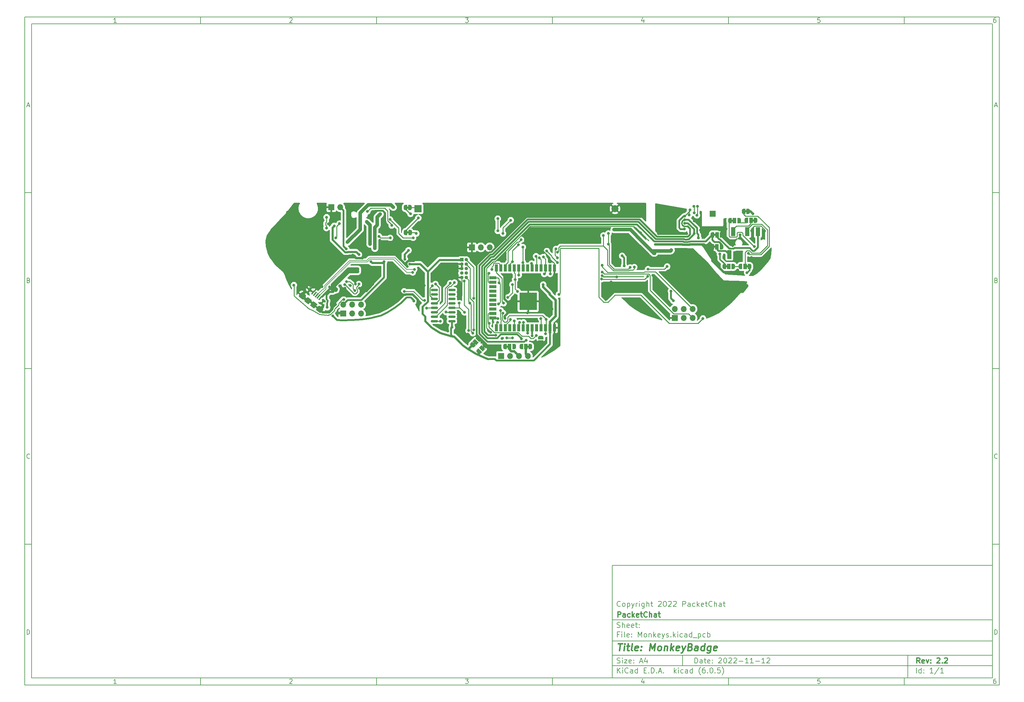
<source format=gbr>
%TF.GenerationSoftware,KiCad,Pcbnew,(6.0.5)*%
%TF.CreationDate,2022-11-12T14:57:52-08:00*%
%TF.ProjectId,Monkeys,4d6f6e6b-6579-4732-9e6b-696361645f70,2.2*%
%TF.SameCoordinates,Original*%
%TF.FileFunction,Copper,L2,Bot*%
%TF.FilePolarity,Positive*%
%FSLAX46Y46*%
G04 Gerber Fmt 4.6, Leading zero omitted, Abs format (unit mm)*
G04 Created by KiCad (PCBNEW (6.0.5)) date 2022-11-12 14:57:52*
%MOMM*%
%LPD*%
G01*
G04 APERTURE LIST*
G04 Aperture macros list*
%AMRoundRect*
0 Rectangle with rounded corners*
0 $1 Rounding radius*
0 $2 $3 $4 $5 $6 $7 $8 $9 X,Y pos of 4 corners*
0 Add a 4 corners polygon primitive as box body*
4,1,4,$2,$3,$4,$5,$6,$7,$8,$9,$2,$3,0*
0 Add four circle primitives for the rounded corners*
1,1,$1+$1,$2,$3*
1,1,$1+$1,$4,$5*
1,1,$1+$1,$6,$7*
1,1,$1+$1,$8,$9*
0 Add four rect primitives between the rounded corners*
20,1,$1+$1,$2,$3,$4,$5,0*
20,1,$1+$1,$4,$5,$6,$7,0*
20,1,$1+$1,$6,$7,$8,$9,0*
20,1,$1+$1,$8,$9,$2,$3,0*%
%AMHorizOval*
0 Thick line with rounded ends*
0 $1 width*
0 $2 $3 position (X,Y) of the first rounded end (center of the circle)*
0 $4 $5 position (X,Y) of the second rounded end (center of the circle)*
0 Add line between two ends*
20,1,$1,$2,$3,$4,$5,0*
0 Add two circle primitives to create the rounded ends*
1,1,$1,$2,$3*
1,1,$1,$4,$5*%
%AMRotRect*
0 Rectangle, with rotation*
0 The origin of the aperture is its center*
0 $1 length*
0 $2 width*
0 $3 Rotation angle, in degrees counterclockwise*
0 Add horizontal line*
21,1,$1,$2,0,0,$3*%
%AMFreePoly0*
4,1,22,0.550000,-0.750000,0.000000,-0.750000,0.000000,-0.745033,-0.079941,-0.743568,-0.215256,-0.701293,-0.333266,-0.622738,-0.424486,-0.514219,-0.481581,-0.384460,-0.499164,-0.250000,-0.500000,-0.250000,-0.500000,0.250000,-0.499164,0.250000,-0.499963,0.256109,-0.478152,0.396186,-0.417904,0.524511,-0.324060,0.630769,-0.204165,0.706417,-0.067858,0.745374,0.000000,0.744960,0.000000,0.750000,
0.550000,0.750000,0.550000,-0.750000,0.550000,-0.750000,$1*%
%AMFreePoly1*
4,1,20,0.000000,0.744960,0.073905,0.744508,0.209726,0.703889,0.328688,0.626782,0.421226,0.519385,0.479903,0.390333,0.500000,0.250000,0.500000,-0.250000,0.499851,-0.262216,0.476331,-0.402017,0.414519,-0.529596,0.319384,-0.634700,0.198574,-0.708877,0.061801,-0.746166,0.000000,-0.745033,0.000000,-0.750000,-0.550000,-0.750000,-0.550000,0.750000,0.000000,0.750000,0.000000,0.744960,
0.000000,0.744960,$1*%
%AMFreePoly2*
4,1,22,0.500000,-0.750000,0.000000,-0.750000,0.000000,-0.745033,-0.079941,-0.743568,-0.215256,-0.701293,-0.333266,-0.622738,-0.424486,-0.514219,-0.481581,-0.384460,-0.499164,-0.250000,-0.500000,-0.250000,-0.500000,0.250000,-0.499164,0.250000,-0.499963,0.256109,-0.478152,0.396186,-0.417904,0.524511,-0.324060,0.630769,-0.204165,0.706417,-0.067858,0.745374,0.000000,0.744959,0.000000,0.750000,
0.500000,0.750000,0.500000,-0.750000,0.500000,-0.750000,$1*%
%AMFreePoly3*
4,1,20,0.000000,0.744959,0.073905,0.744508,0.209726,0.703889,0.328688,0.626782,0.421226,0.519385,0.479903,0.390333,0.500000,0.250000,0.500000,-0.250000,0.499851,-0.262216,0.476331,-0.402017,0.414519,-0.529596,0.319384,-0.634700,0.198574,-0.708877,0.061801,-0.746166,0.000000,-0.745033,0.000000,-0.750000,-0.500000,-0.750000,-0.500000,0.750000,0.000000,0.750000,0.000000,0.744959,
0.000000,0.744959,$1*%
G04 Aperture macros list end*
%ADD10C,0.100000*%
%ADD11C,0.150000*%
%ADD12C,0.300000*%
%ADD13C,0.400000*%
%TA.AperFunction,ComponentPad*%
%ADD14R,1.700000X1.700000*%
%TD*%
%TA.AperFunction,ComponentPad*%
%ADD15O,1.700000X1.700000*%
%TD*%
%TA.AperFunction,ComponentPad*%
%ADD16R,1.000000X1.000000*%
%TD*%
%TA.AperFunction,ComponentPad*%
%ADD17O,1.000000X1.000000*%
%TD*%
%TA.AperFunction,SMDPad,CuDef*%
%ADD18R,0.900000X2.000000*%
%TD*%
%TA.AperFunction,SMDPad,CuDef*%
%ADD19R,2.000000X0.900000*%
%TD*%
%TA.AperFunction,SMDPad,CuDef*%
%ADD20R,5.000000X5.000000*%
%TD*%
%TA.AperFunction,SMDPad,CuDef*%
%ADD21FreePoly0,225.000000*%
%TD*%
%TA.AperFunction,SMDPad,CuDef*%
%ADD22RotRect,1.000000X1.500000X225.000000*%
%TD*%
%TA.AperFunction,SMDPad,CuDef*%
%ADD23FreePoly1,225.000000*%
%TD*%
%TA.AperFunction,SMDPad,CuDef*%
%ADD24FreePoly2,180.000000*%
%TD*%
%TA.AperFunction,SMDPad,CuDef*%
%ADD25FreePoly3,180.000000*%
%TD*%
%TA.AperFunction,SMDPad,CuDef*%
%ADD26RotRect,0.400000X1.350000X142.000000*%
%TD*%
%TA.AperFunction,ComponentPad*%
%ADD27HorizOval,0.650000X-0.256103X0.200090X0.256103X-0.200090X0*%
%TD*%
%TA.AperFunction,SMDPad,CuDef*%
%ADD28RoundRect,0.400000X0.147741X-0.623035X0.640270X0.007374X-0.147741X0.623035X-0.640270X-0.007374X0*%
%TD*%
%TA.AperFunction,ComponentPad*%
%ADD29HorizOval,0.775000X0.238569X0.305354X-0.238569X-0.305354X0*%
%TD*%
%TA.AperFunction,SMDPad,CuDef*%
%ADD30RotRect,1.500000X1.550000X142.000000*%
%TD*%
%TA.AperFunction,SMDPad,CuDef*%
%ADD31FreePoly0,0.000000*%
%TD*%
%TA.AperFunction,SMDPad,CuDef*%
%ADD32R,1.000000X1.500000*%
%TD*%
%TA.AperFunction,SMDPad,CuDef*%
%ADD33FreePoly1,0.000000*%
%TD*%
%TA.AperFunction,SMDPad,CuDef*%
%ADD34FreePoly0,180.000000*%
%TD*%
%TA.AperFunction,SMDPad,CuDef*%
%ADD35FreePoly1,180.000000*%
%TD*%
%TA.AperFunction,SMDPad,CuDef*%
%ADD36FreePoly0,45.000000*%
%TD*%
%TA.AperFunction,SMDPad,CuDef*%
%ADD37RotRect,1.000000X1.500000X45.000000*%
%TD*%
%TA.AperFunction,SMDPad,CuDef*%
%ADD38FreePoly1,45.000000*%
%TD*%
%TA.AperFunction,SMDPad,CuDef*%
%ADD39RoundRect,0.150000X-0.825000X-0.150000X0.825000X-0.150000X0.825000X0.150000X-0.825000X0.150000X0*%
%TD*%
%TA.AperFunction,ComponentPad*%
%ADD40R,2.000000X2.000000*%
%TD*%
%TA.AperFunction,ComponentPad*%
%ADD41C,2.000000*%
%TD*%
%TA.AperFunction,SMDPad,CuDef*%
%ADD42FreePoly2,0.000000*%
%TD*%
%TA.AperFunction,SMDPad,CuDef*%
%ADD43FreePoly3,0.000000*%
%TD*%
%TA.AperFunction,SMDPad,CuDef*%
%ADD44FreePoly2,270.000000*%
%TD*%
%TA.AperFunction,SMDPad,CuDef*%
%ADD45FreePoly3,270.000000*%
%TD*%
%TA.AperFunction,SMDPad,CuDef*%
%ADD46R,1.200000X2.500000*%
%TD*%
%TA.AperFunction,ViaPad*%
%ADD47C,0.800000*%
%TD*%
%TA.AperFunction,Conductor*%
%ADD48C,0.500000*%
%TD*%
%TA.AperFunction,Conductor*%
%ADD49C,0.250000*%
%TD*%
%TA.AperFunction,Conductor*%
%ADD50C,0.600000*%
%TD*%
%TA.AperFunction,Conductor*%
%ADD51C,0.700000*%
%TD*%
%TA.AperFunction,Conductor*%
%ADD52C,1.000000*%
%TD*%
%TA.AperFunction,Conductor*%
%ADD53C,0.400000*%
%TD*%
%TA.AperFunction,Conductor*%
%ADD54C,0.200000*%
%TD*%
G04 APERTURE END LIST*
D10*
D11*
X177002200Y-166007200D02*
X177002200Y-198007200D01*
X285002200Y-198007200D01*
X285002200Y-166007200D01*
X177002200Y-166007200D01*
D10*
D11*
X10000000Y-10000000D02*
X10000000Y-200007200D01*
X287002200Y-200007200D01*
X287002200Y-10000000D01*
X10000000Y-10000000D01*
D10*
D11*
X12000000Y-12000000D02*
X12000000Y-198007200D01*
X285002200Y-198007200D01*
X285002200Y-12000000D01*
X12000000Y-12000000D01*
D10*
D11*
X60000000Y-12000000D02*
X60000000Y-10000000D01*
D10*
D11*
X110000000Y-12000000D02*
X110000000Y-10000000D01*
D10*
D11*
X160000000Y-12000000D02*
X160000000Y-10000000D01*
D10*
D11*
X210000000Y-12000000D02*
X210000000Y-10000000D01*
D10*
D11*
X260000000Y-12000000D02*
X260000000Y-10000000D01*
D10*
D11*
X36065476Y-11588095D02*
X35322619Y-11588095D01*
X35694047Y-11588095D02*
X35694047Y-10288095D01*
X35570238Y-10473809D01*
X35446428Y-10597619D01*
X35322619Y-10659523D01*
D10*
D11*
X85322619Y-10411904D02*
X85384523Y-10350000D01*
X85508333Y-10288095D01*
X85817857Y-10288095D01*
X85941666Y-10350000D01*
X86003571Y-10411904D01*
X86065476Y-10535714D01*
X86065476Y-10659523D01*
X86003571Y-10845238D01*
X85260714Y-11588095D01*
X86065476Y-11588095D01*
D10*
D11*
X135260714Y-10288095D02*
X136065476Y-10288095D01*
X135632142Y-10783333D01*
X135817857Y-10783333D01*
X135941666Y-10845238D01*
X136003571Y-10907142D01*
X136065476Y-11030952D01*
X136065476Y-11340476D01*
X136003571Y-11464285D01*
X135941666Y-11526190D01*
X135817857Y-11588095D01*
X135446428Y-11588095D01*
X135322619Y-11526190D01*
X135260714Y-11464285D01*
D10*
D11*
X185941666Y-10721428D02*
X185941666Y-11588095D01*
X185632142Y-10226190D02*
X185322619Y-11154761D01*
X186127380Y-11154761D01*
D10*
D11*
X236003571Y-10288095D02*
X235384523Y-10288095D01*
X235322619Y-10907142D01*
X235384523Y-10845238D01*
X235508333Y-10783333D01*
X235817857Y-10783333D01*
X235941666Y-10845238D01*
X236003571Y-10907142D01*
X236065476Y-11030952D01*
X236065476Y-11340476D01*
X236003571Y-11464285D01*
X235941666Y-11526190D01*
X235817857Y-11588095D01*
X235508333Y-11588095D01*
X235384523Y-11526190D01*
X235322619Y-11464285D01*
D10*
D11*
X285941666Y-10288095D02*
X285694047Y-10288095D01*
X285570238Y-10350000D01*
X285508333Y-10411904D01*
X285384523Y-10597619D01*
X285322619Y-10845238D01*
X285322619Y-11340476D01*
X285384523Y-11464285D01*
X285446428Y-11526190D01*
X285570238Y-11588095D01*
X285817857Y-11588095D01*
X285941666Y-11526190D01*
X286003571Y-11464285D01*
X286065476Y-11340476D01*
X286065476Y-11030952D01*
X286003571Y-10907142D01*
X285941666Y-10845238D01*
X285817857Y-10783333D01*
X285570238Y-10783333D01*
X285446428Y-10845238D01*
X285384523Y-10907142D01*
X285322619Y-11030952D01*
D10*
D11*
X60000000Y-198007200D02*
X60000000Y-200007200D01*
D10*
D11*
X110000000Y-198007200D02*
X110000000Y-200007200D01*
D10*
D11*
X160000000Y-198007200D02*
X160000000Y-200007200D01*
D10*
D11*
X210000000Y-198007200D02*
X210000000Y-200007200D01*
D10*
D11*
X260000000Y-198007200D02*
X260000000Y-200007200D01*
D10*
D11*
X36065476Y-199595295D02*
X35322619Y-199595295D01*
X35694047Y-199595295D02*
X35694047Y-198295295D01*
X35570238Y-198481009D01*
X35446428Y-198604819D01*
X35322619Y-198666723D01*
D10*
D11*
X85322619Y-198419104D02*
X85384523Y-198357200D01*
X85508333Y-198295295D01*
X85817857Y-198295295D01*
X85941666Y-198357200D01*
X86003571Y-198419104D01*
X86065476Y-198542914D01*
X86065476Y-198666723D01*
X86003571Y-198852438D01*
X85260714Y-199595295D01*
X86065476Y-199595295D01*
D10*
D11*
X135260714Y-198295295D02*
X136065476Y-198295295D01*
X135632142Y-198790533D01*
X135817857Y-198790533D01*
X135941666Y-198852438D01*
X136003571Y-198914342D01*
X136065476Y-199038152D01*
X136065476Y-199347676D01*
X136003571Y-199471485D01*
X135941666Y-199533390D01*
X135817857Y-199595295D01*
X135446428Y-199595295D01*
X135322619Y-199533390D01*
X135260714Y-199471485D01*
D10*
D11*
X185941666Y-198728628D02*
X185941666Y-199595295D01*
X185632142Y-198233390D02*
X185322619Y-199161961D01*
X186127380Y-199161961D01*
D10*
D11*
X236003571Y-198295295D02*
X235384523Y-198295295D01*
X235322619Y-198914342D01*
X235384523Y-198852438D01*
X235508333Y-198790533D01*
X235817857Y-198790533D01*
X235941666Y-198852438D01*
X236003571Y-198914342D01*
X236065476Y-199038152D01*
X236065476Y-199347676D01*
X236003571Y-199471485D01*
X235941666Y-199533390D01*
X235817857Y-199595295D01*
X235508333Y-199595295D01*
X235384523Y-199533390D01*
X235322619Y-199471485D01*
D10*
D11*
X285941666Y-198295295D02*
X285694047Y-198295295D01*
X285570238Y-198357200D01*
X285508333Y-198419104D01*
X285384523Y-198604819D01*
X285322619Y-198852438D01*
X285322619Y-199347676D01*
X285384523Y-199471485D01*
X285446428Y-199533390D01*
X285570238Y-199595295D01*
X285817857Y-199595295D01*
X285941666Y-199533390D01*
X286003571Y-199471485D01*
X286065476Y-199347676D01*
X286065476Y-199038152D01*
X286003571Y-198914342D01*
X285941666Y-198852438D01*
X285817857Y-198790533D01*
X285570238Y-198790533D01*
X285446428Y-198852438D01*
X285384523Y-198914342D01*
X285322619Y-199038152D01*
D10*
D11*
X10000000Y-60000000D02*
X12000000Y-60000000D01*
D10*
D11*
X10000000Y-110000000D02*
X12000000Y-110000000D01*
D10*
D11*
X10000000Y-160000000D02*
X12000000Y-160000000D01*
D10*
D11*
X10690476Y-35216666D02*
X11309523Y-35216666D01*
X10566666Y-35588095D02*
X11000000Y-34288095D01*
X11433333Y-35588095D01*
D10*
D11*
X11092857Y-84907142D02*
X11278571Y-84969047D01*
X11340476Y-85030952D01*
X11402380Y-85154761D01*
X11402380Y-85340476D01*
X11340476Y-85464285D01*
X11278571Y-85526190D01*
X11154761Y-85588095D01*
X10659523Y-85588095D01*
X10659523Y-84288095D01*
X11092857Y-84288095D01*
X11216666Y-84350000D01*
X11278571Y-84411904D01*
X11340476Y-84535714D01*
X11340476Y-84659523D01*
X11278571Y-84783333D01*
X11216666Y-84845238D01*
X11092857Y-84907142D01*
X10659523Y-84907142D01*
D10*
D11*
X11402380Y-135464285D02*
X11340476Y-135526190D01*
X11154761Y-135588095D01*
X11030952Y-135588095D01*
X10845238Y-135526190D01*
X10721428Y-135402380D01*
X10659523Y-135278571D01*
X10597619Y-135030952D01*
X10597619Y-134845238D01*
X10659523Y-134597619D01*
X10721428Y-134473809D01*
X10845238Y-134350000D01*
X11030952Y-134288095D01*
X11154761Y-134288095D01*
X11340476Y-134350000D01*
X11402380Y-134411904D01*
D10*
D11*
X10659523Y-185588095D02*
X10659523Y-184288095D01*
X10969047Y-184288095D01*
X11154761Y-184350000D01*
X11278571Y-184473809D01*
X11340476Y-184597619D01*
X11402380Y-184845238D01*
X11402380Y-185030952D01*
X11340476Y-185278571D01*
X11278571Y-185402380D01*
X11154761Y-185526190D01*
X10969047Y-185588095D01*
X10659523Y-185588095D01*
D10*
D11*
X287002200Y-60000000D02*
X285002200Y-60000000D01*
D10*
D11*
X287002200Y-110000000D02*
X285002200Y-110000000D01*
D10*
D11*
X287002200Y-160000000D02*
X285002200Y-160000000D01*
D10*
D11*
X285692676Y-35216666D02*
X286311723Y-35216666D01*
X285568866Y-35588095D02*
X286002200Y-34288095D01*
X286435533Y-35588095D01*
D10*
D11*
X286095057Y-84907142D02*
X286280771Y-84969047D01*
X286342676Y-85030952D01*
X286404580Y-85154761D01*
X286404580Y-85340476D01*
X286342676Y-85464285D01*
X286280771Y-85526190D01*
X286156961Y-85588095D01*
X285661723Y-85588095D01*
X285661723Y-84288095D01*
X286095057Y-84288095D01*
X286218866Y-84350000D01*
X286280771Y-84411904D01*
X286342676Y-84535714D01*
X286342676Y-84659523D01*
X286280771Y-84783333D01*
X286218866Y-84845238D01*
X286095057Y-84907142D01*
X285661723Y-84907142D01*
D10*
D11*
X286404580Y-135464285D02*
X286342676Y-135526190D01*
X286156961Y-135588095D01*
X286033152Y-135588095D01*
X285847438Y-135526190D01*
X285723628Y-135402380D01*
X285661723Y-135278571D01*
X285599819Y-135030952D01*
X285599819Y-134845238D01*
X285661723Y-134597619D01*
X285723628Y-134473809D01*
X285847438Y-134350000D01*
X286033152Y-134288095D01*
X286156961Y-134288095D01*
X286342676Y-134350000D01*
X286404580Y-134411904D01*
D10*
D11*
X285661723Y-185588095D02*
X285661723Y-184288095D01*
X285971247Y-184288095D01*
X286156961Y-184350000D01*
X286280771Y-184473809D01*
X286342676Y-184597619D01*
X286404580Y-184845238D01*
X286404580Y-185030952D01*
X286342676Y-185278571D01*
X286280771Y-185402380D01*
X286156961Y-185526190D01*
X285971247Y-185588095D01*
X285661723Y-185588095D01*
D10*
D11*
X200434342Y-193785771D02*
X200434342Y-192285771D01*
X200791485Y-192285771D01*
X201005771Y-192357200D01*
X201148628Y-192500057D01*
X201220057Y-192642914D01*
X201291485Y-192928628D01*
X201291485Y-193142914D01*
X201220057Y-193428628D01*
X201148628Y-193571485D01*
X201005771Y-193714342D01*
X200791485Y-193785771D01*
X200434342Y-193785771D01*
X202577200Y-193785771D02*
X202577200Y-193000057D01*
X202505771Y-192857200D01*
X202362914Y-192785771D01*
X202077200Y-192785771D01*
X201934342Y-192857200D01*
X202577200Y-193714342D02*
X202434342Y-193785771D01*
X202077200Y-193785771D01*
X201934342Y-193714342D01*
X201862914Y-193571485D01*
X201862914Y-193428628D01*
X201934342Y-193285771D01*
X202077200Y-193214342D01*
X202434342Y-193214342D01*
X202577200Y-193142914D01*
X203077200Y-192785771D02*
X203648628Y-192785771D01*
X203291485Y-192285771D02*
X203291485Y-193571485D01*
X203362914Y-193714342D01*
X203505771Y-193785771D01*
X203648628Y-193785771D01*
X204720057Y-193714342D02*
X204577200Y-193785771D01*
X204291485Y-193785771D01*
X204148628Y-193714342D01*
X204077200Y-193571485D01*
X204077200Y-193000057D01*
X204148628Y-192857200D01*
X204291485Y-192785771D01*
X204577200Y-192785771D01*
X204720057Y-192857200D01*
X204791485Y-193000057D01*
X204791485Y-193142914D01*
X204077200Y-193285771D01*
X205434342Y-193642914D02*
X205505771Y-193714342D01*
X205434342Y-193785771D01*
X205362914Y-193714342D01*
X205434342Y-193642914D01*
X205434342Y-193785771D01*
X205434342Y-192857200D02*
X205505771Y-192928628D01*
X205434342Y-193000057D01*
X205362914Y-192928628D01*
X205434342Y-192857200D01*
X205434342Y-193000057D01*
X207220057Y-192428628D02*
X207291485Y-192357200D01*
X207434342Y-192285771D01*
X207791485Y-192285771D01*
X207934342Y-192357200D01*
X208005771Y-192428628D01*
X208077200Y-192571485D01*
X208077200Y-192714342D01*
X208005771Y-192928628D01*
X207148628Y-193785771D01*
X208077200Y-193785771D01*
X209005771Y-192285771D02*
X209148628Y-192285771D01*
X209291485Y-192357200D01*
X209362914Y-192428628D01*
X209434342Y-192571485D01*
X209505771Y-192857200D01*
X209505771Y-193214342D01*
X209434342Y-193500057D01*
X209362914Y-193642914D01*
X209291485Y-193714342D01*
X209148628Y-193785771D01*
X209005771Y-193785771D01*
X208862914Y-193714342D01*
X208791485Y-193642914D01*
X208720057Y-193500057D01*
X208648628Y-193214342D01*
X208648628Y-192857200D01*
X208720057Y-192571485D01*
X208791485Y-192428628D01*
X208862914Y-192357200D01*
X209005771Y-192285771D01*
X210077200Y-192428628D02*
X210148628Y-192357200D01*
X210291485Y-192285771D01*
X210648628Y-192285771D01*
X210791485Y-192357200D01*
X210862914Y-192428628D01*
X210934342Y-192571485D01*
X210934342Y-192714342D01*
X210862914Y-192928628D01*
X210005771Y-193785771D01*
X210934342Y-193785771D01*
X211505771Y-192428628D02*
X211577200Y-192357200D01*
X211720057Y-192285771D01*
X212077200Y-192285771D01*
X212220057Y-192357200D01*
X212291485Y-192428628D01*
X212362914Y-192571485D01*
X212362914Y-192714342D01*
X212291485Y-192928628D01*
X211434342Y-193785771D01*
X212362914Y-193785771D01*
X213005771Y-193214342D02*
X214148628Y-193214342D01*
X215648628Y-193785771D02*
X214791485Y-193785771D01*
X215220057Y-193785771D02*
X215220057Y-192285771D01*
X215077200Y-192500057D01*
X214934342Y-192642914D01*
X214791485Y-192714342D01*
X217077200Y-193785771D02*
X216220057Y-193785771D01*
X216648628Y-193785771D02*
X216648628Y-192285771D01*
X216505771Y-192500057D01*
X216362914Y-192642914D01*
X216220057Y-192714342D01*
X217720057Y-193214342D02*
X218862914Y-193214342D01*
X220362914Y-193785771D02*
X219505771Y-193785771D01*
X219934342Y-193785771D02*
X219934342Y-192285771D01*
X219791485Y-192500057D01*
X219648628Y-192642914D01*
X219505771Y-192714342D01*
X220934342Y-192428628D02*
X221005771Y-192357200D01*
X221148628Y-192285771D01*
X221505771Y-192285771D01*
X221648628Y-192357200D01*
X221720057Y-192428628D01*
X221791485Y-192571485D01*
X221791485Y-192714342D01*
X221720057Y-192928628D01*
X220862914Y-193785771D01*
X221791485Y-193785771D01*
D10*
D11*
X177002200Y-194507200D02*
X285002200Y-194507200D01*
D10*
D11*
X178434342Y-196585771D02*
X178434342Y-195085771D01*
X179291485Y-196585771D02*
X178648628Y-195728628D01*
X179291485Y-195085771D02*
X178434342Y-195942914D01*
X179934342Y-196585771D02*
X179934342Y-195585771D01*
X179934342Y-195085771D02*
X179862914Y-195157200D01*
X179934342Y-195228628D01*
X180005771Y-195157200D01*
X179934342Y-195085771D01*
X179934342Y-195228628D01*
X181505771Y-196442914D02*
X181434342Y-196514342D01*
X181220057Y-196585771D01*
X181077200Y-196585771D01*
X180862914Y-196514342D01*
X180720057Y-196371485D01*
X180648628Y-196228628D01*
X180577200Y-195942914D01*
X180577200Y-195728628D01*
X180648628Y-195442914D01*
X180720057Y-195300057D01*
X180862914Y-195157200D01*
X181077200Y-195085771D01*
X181220057Y-195085771D01*
X181434342Y-195157200D01*
X181505771Y-195228628D01*
X182791485Y-196585771D02*
X182791485Y-195800057D01*
X182720057Y-195657200D01*
X182577200Y-195585771D01*
X182291485Y-195585771D01*
X182148628Y-195657200D01*
X182791485Y-196514342D02*
X182648628Y-196585771D01*
X182291485Y-196585771D01*
X182148628Y-196514342D01*
X182077200Y-196371485D01*
X182077200Y-196228628D01*
X182148628Y-196085771D01*
X182291485Y-196014342D01*
X182648628Y-196014342D01*
X182791485Y-195942914D01*
X184148628Y-196585771D02*
X184148628Y-195085771D01*
X184148628Y-196514342D02*
X184005771Y-196585771D01*
X183720057Y-196585771D01*
X183577200Y-196514342D01*
X183505771Y-196442914D01*
X183434342Y-196300057D01*
X183434342Y-195871485D01*
X183505771Y-195728628D01*
X183577200Y-195657200D01*
X183720057Y-195585771D01*
X184005771Y-195585771D01*
X184148628Y-195657200D01*
X186005771Y-195800057D02*
X186505771Y-195800057D01*
X186720057Y-196585771D02*
X186005771Y-196585771D01*
X186005771Y-195085771D01*
X186720057Y-195085771D01*
X187362914Y-196442914D02*
X187434342Y-196514342D01*
X187362914Y-196585771D01*
X187291485Y-196514342D01*
X187362914Y-196442914D01*
X187362914Y-196585771D01*
X188077200Y-196585771D02*
X188077200Y-195085771D01*
X188434342Y-195085771D01*
X188648628Y-195157200D01*
X188791485Y-195300057D01*
X188862914Y-195442914D01*
X188934342Y-195728628D01*
X188934342Y-195942914D01*
X188862914Y-196228628D01*
X188791485Y-196371485D01*
X188648628Y-196514342D01*
X188434342Y-196585771D01*
X188077200Y-196585771D01*
X189577200Y-196442914D02*
X189648628Y-196514342D01*
X189577200Y-196585771D01*
X189505771Y-196514342D01*
X189577200Y-196442914D01*
X189577200Y-196585771D01*
X190220057Y-196157200D02*
X190934342Y-196157200D01*
X190077200Y-196585771D02*
X190577200Y-195085771D01*
X191077200Y-196585771D01*
X191577200Y-196442914D02*
X191648628Y-196514342D01*
X191577200Y-196585771D01*
X191505771Y-196514342D01*
X191577200Y-196442914D01*
X191577200Y-196585771D01*
X194577200Y-196585771D02*
X194577200Y-195085771D01*
X194720057Y-196014342D02*
X195148628Y-196585771D01*
X195148628Y-195585771D02*
X194577200Y-196157200D01*
X195791485Y-196585771D02*
X195791485Y-195585771D01*
X195791485Y-195085771D02*
X195720057Y-195157200D01*
X195791485Y-195228628D01*
X195862914Y-195157200D01*
X195791485Y-195085771D01*
X195791485Y-195228628D01*
X197148628Y-196514342D02*
X197005771Y-196585771D01*
X196720057Y-196585771D01*
X196577200Y-196514342D01*
X196505771Y-196442914D01*
X196434342Y-196300057D01*
X196434342Y-195871485D01*
X196505771Y-195728628D01*
X196577200Y-195657200D01*
X196720057Y-195585771D01*
X197005771Y-195585771D01*
X197148628Y-195657200D01*
X198434342Y-196585771D02*
X198434342Y-195800057D01*
X198362914Y-195657200D01*
X198220057Y-195585771D01*
X197934342Y-195585771D01*
X197791485Y-195657200D01*
X198434342Y-196514342D02*
X198291485Y-196585771D01*
X197934342Y-196585771D01*
X197791485Y-196514342D01*
X197720057Y-196371485D01*
X197720057Y-196228628D01*
X197791485Y-196085771D01*
X197934342Y-196014342D01*
X198291485Y-196014342D01*
X198434342Y-195942914D01*
X199791485Y-196585771D02*
X199791485Y-195085771D01*
X199791485Y-196514342D02*
X199648628Y-196585771D01*
X199362914Y-196585771D01*
X199220057Y-196514342D01*
X199148628Y-196442914D01*
X199077200Y-196300057D01*
X199077200Y-195871485D01*
X199148628Y-195728628D01*
X199220057Y-195657200D01*
X199362914Y-195585771D01*
X199648628Y-195585771D01*
X199791485Y-195657200D01*
X202077200Y-197157200D02*
X202005771Y-197085771D01*
X201862914Y-196871485D01*
X201791485Y-196728628D01*
X201720057Y-196514342D01*
X201648628Y-196157200D01*
X201648628Y-195871485D01*
X201720057Y-195514342D01*
X201791485Y-195300057D01*
X201862914Y-195157200D01*
X202005771Y-194942914D01*
X202077200Y-194871485D01*
X203291485Y-195085771D02*
X203005771Y-195085771D01*
X202862914Y-195157200D01*
X202791485Y-195228628D01*
X202648628Y-195442914D01*
X202577200Y-195728628D01*
X202577200Y-196300057D01*
X202648628Y-196442914D01*
X202720057Y-196514342D01*
X202862914Y-196585771D01*
X203148628Y-196585771D01*
X203291485Y-196514342D01*
X203362914Y-196442914D01*
X203434342Y-196300057D01*
X203434342Y-195942914D01*
X203362914Y-195800057D01*
X203291485Y-195728628D01*
X203148628Y-195657200D01*
X202862914Y-195657200D01*
X202720057Y-195728628D01*
X202648628Y-195800057D01*
X202577200Y-195942914D01*
X204077200Y-196442914D02*
X204148628Y-196514342D01*
X204077200Y-196585771D01*
X204005771Y-196514342D01*
X204077200Y-196442914D01*
X204077200Y-196585771D01*
X205077200Y-195085771D02*
X205220057Y-195085771D01*
X205362914Y-195157200D01*
X205434342Y-195228628D01*
X205505771Y-195371485D01*
X205577200Y-195657200D01*
X205577200Y-196014342D01*
X205505771Y-196300057D01*
X205434342Y-196442914D01*
X205362914Y-196514342D01*
X205220057Y-196585771D01*
X205077200Y-196585771D01*
X204934342Y-196514342D01*
X204862914Y-196442914D01*
X204791485Y-196300057D01*
X204720057Y-196014342D01*
X204720057Y-195657200D01*
X204791485Y-195371485D01*
X204862914Y-195228628D01*
X204934342Y-195157200D01*
X205077200Y-195085771D01*
X206220057Y-196442914D02*
X206291485Y-196514342D01*
X206220057Y-196585771D01*
X206148628Y-196514342D01*
X206220057Y-196442914D01*
X206220057Y-196585771D01*
X207648628Y-195085771D02*
X206934342Y-195085771D01*
X206862914Y-195800057D01*
X206934342Y-195728628D01*
X207077200Y-195657200D01*
X207434342Y-195657200D01*
X207577200Y-195728628D01*
X207648628Y-195800057D01*
X207720057Y-195942914D01*
X207720057Y-196300057D01*
X207648628Y-196442914D01*
X207577200Y-196514342D01*
X207434342Y-196585771D01*
X207077200Y-196585771D01*
X206934342Y-196514342D01*
X206862914Y-196442914D01*
X208220057Y-197157200D02*
X208291485Y-197085771D01*
X208434342Y-196871485D01*
X208505771Y-196728628D01*
X208577200Y-196514342D01*
X208648628Y-196157200D01*
X208648628Y-195871485D01*
X208577200Y-195514342D01*
X208505771Y-195300057D01*
X208434342Y-195157200D01*
X208291485Y-194942914D01*
X208220057Y-194871485D01*
D10*
D11*
X177002200Y-191507200D02*
X285002200Y-191507200D01*
D10*
D12*
X264411485Y-193785771D02*
X263911485Y-193071485D01*
X263554342Y-193785771D02*
X263554342Y-192285771D01*
X264125771Y-192285771D01*
X264268628Y-192357200D01*
X264340057Y-192428628D01*
X264411485Y-192571485D01*
X264411485Y-192785771D01*
X264340057Y-192928628D01*
X264268628Y-193000057D01*
X264125771Y-193071485D01*
X263554342Y-193071485D01*
X265625771Y-193714342D02*
X265482914Y-193785771D01*
X265197200Y-193785771D01*
X265054342Y-193714342D01*
X264982914Y-193571485D01*
X264982914Y-193000057D01*
X265054342Y-192857200D01*
X265197200Y-192785771D01*
X265482914Y-192785771D01*
X265625771Y-192857200D01*
X265697200Y-193000057D01*
X265697200Y-193142914D01*
X264982914Y-193285771D01*
X266197200Y-192785771D02*
X266554342Y-193785771D01*
X266911485Y-192785771D01*
X267482914Y-193642914D02*
X267554342Y-193714342D01*
X267482914Y-193785771D01*
X267411485Y-193714342D01*
X267482914Y-193642914D01*
X267482914Y-193785771D01*
X267482914Y-192857200D02*
X267554342Y-192928628D01*
X267482914Y-193000057D01*
X267411485Y-192928628D01*
X267482914Y-192857200D01*
X267482914Y-193000057D01*
X269268628Y-192428628D02*
X269340057Y-192357200D01*
X269482914Y-192285771D01*
X269840057Y-192285771D01*
X269982914Y-192357200D01*
X270054342Y-192428628D01*
X270125771Y-192571485D01*
X270125771Y-192714342D01*
X270054342Y-192928628D01*
X269197200Y-193785771D01*
X270125771Y-193785771D01*
X270768628Y-193642914D02*
X270840057Y-193714342D01*
X270768628Y-193785771D01*
X270697200Y-193714342D01*
X270768628Y-193642914D01*
X270768628Y-193785771D01*
X271411485Y-192428628D02*
X271482914Y-192357200D01*
X271625771Y-192285771D01*
X271982914Y-192285771D01*
X272125771Y-192357200D01*
X272197200Y-192428628D01*
X272268628Y-192571485D01*
X272268628Y-192714342D01*
X272197200Y-192928628D01*
X271340057Y-193785771D01*
X272268628Y-193785771D01*
D10*
D11*
X178362914Y-193714342D02*
X178577200Y-193785771D01*
X178934342Y-193785771D01*
X179077200Y-193714342D01*
X179148628Y-193642914D01*
X179220057Y-193500057D01*
X179220057Y-193357200D01*
X179148628Y-193214342D01*
X179077200Y-193142914D01*
X178934342Y-193071485D01*
X178648628Y-193000057D01*
X178505771Y-192928628D01*
X178434342Y-192857200D01*
X178362914Y-192714342D01*
X178362914Y-192571485D01*
X178434342Y-192428628D01*
X178505771Y-192357200D01*
X178648628Y-192285771D01*
X179005771Y-192285771D01*
X179220057Y-192357200D01*
X179862914Y-193785771D02*
X179862914Y-192785771D01*
X179862914Y-192285771D02*
X179791485Y-192357200D01*
X179862914Y-192428628D01*
X179934342Y-192357200D01*
X179862914Y-192285771D01*
X179862914Y-192428628D01*
X180434342Y-192785771D02*
X181220057Y-192785771D01*
X180434342Y-193785771D01*
X181220057Y-193785771D01*
X182362914Y-193714342D02*
X182220057Y-193785771D01*
X181934342Y-193785771D01*
X181791485Y-193714342D01*
X181720057Y-193571485D01*
X181720057Y-193000057D01*
X181791485Y-192857200D01*
X181934342Y-192785771D01*
X182220057Y-192785771D01*
X182362914Y-192857200D01*
X182434342Y-193000057D01*
X182434342Y-193142914D01*
X181720057Y-193285771D01*
X183077200Y-193642914D02*
X183148628Y-193714342D01*
X183077200Y-193785771D01*
X183005771Y-193714342D01*
X183077200Y-193642914D01*
X183077200Y-193785771D01*
X183077200Y-192857200D02*
X183148628Y-192928628D01*
X183077200Y-193000057D01*
X183005771Y-192928628D01*
X183077200Y-192857200D01*
X183077200Y-193000057D01*
X184862914Y-193357200D02*
X185577200Y-193357200D01*
X184720057Y-193785771D02*
X185220057Y-192285771D01*
X185720057Y-193785771D01*
X186862914Y-192785771D02*
X186862914Y-193785771D01*
X186505771Y-192214342D02*
X186148628Y-193285771D01*
X187077200Y-193285771D01*
D10*
D11*
X263434342Y-196585771D02*
X263434342Y-195085771D01*
X264791485Y-196585771D02*
X264791485Y-195085771D01*
X264791485Y-196514342D02*
X264648628Y-196585771D01*
X264362914Y-196585771D01*
X264220057Y-196514342D01*
X264148628Y-196442914D01*
X264077200Y-196300057D01*
X264077200Y-195871485D01*
X264148628Y-195728628D01*
X264220057Y-195657200D01*
X264362914Y-195585771D01*
X264648628Y-195585771D01*
X264791485Y-195657200D01*
X265505771Y-196442914D02*
X265577200Y-196514342D01*
X265505771Y-196585771D01*
X265434342Y-196514342D01*
X265505771Y-196442914D01*
X265505771Y-196585771D01*
X265505771Y-195657200D02*
X265577200Y-195728628D01*
X265505771Y-195800057D01*
X265434342Y-195728628D01*
X265505771Y-195657200D01*
X265505771Y-195800057D01*
X268148628Y-196585771D02*
X267291485Y-196585771D01*
X267720057Y-196585771D02*
X267720057Y-195085771D01*
X267577200Y-195300057D01*
X267434342Y-195442914D01*
X267291485Y-195514342D01*
X269862914Y-195014342D02*
X268577200Y-196942914D01*
X271148628Y-196585771D02*
X270291485Y-196585771D01*
X270720057Y-196585771D02*
X270720057Y-195085771D01*
X270577200Y-195300057D01*
X270434342Y-195442914D01*
X270291485Y-195514342D01*
D10*
D11*
X177002200Y-187507200D02*
X285002200Y-187507200D01*
D10*
D13*
X178714580Y-188211961D02*
X179857438Y-188211961D01*
X179036009Y-190211961D02*
X179286009Y-188211961D01*
X180274104Y-190211961D02*
X180440771Y-188878628D01*
X180524104Y-188211961D02*
X180416961Y-188307200D01*
X180500295Y-188402438D01*
X180607438Y-188307200D01*
X180524104Y-188211961D01*
X180500295Y-188402438D01*
X181107438Y-188878628D02*
X181869342Y-188878628D01*
X181476485Y-188211961D02*
X181262200Y-189926247D01*
X181333628Y-190116723D01*
X181512200Y-190211961D01*
X181702676Y-190211961D01*
X182655057Y-190211961D02*
X182476485Y-190116723D01*
X182405057Y-189926247D01*
X182619342Y-188211961D01*
X184190771Y-190116723D02*
X183988390Y-190211961D01*
X183607438Y-190211961D01*
X183428866Y-190116723D01*
X183357438Y-189926247D01*
X183452676Y-189164342D01*
X183571723Y-188973866D01*
X183774104Y-188878628D01*
X184155057Y-188878628D01*
X184333628Y-188973866D01*
X184405057Y-189164342D01*
X184381247Y-189354819D01*
X183405057Y-189545295D01*
X185155057Y-190021485D02*
X185238390Y-190116723D01*
X185131247Y-190211961D01*
X185047914Y-190116723D01*
X185155057Y-190021485D01*
X185131247Y-190211961D01*
X185286009Y-188973866D02*
X185369342Y-189069104D01*
X185262200Y-189164342D01*
X185178866Y-189069104D01*
X185286009Y-188973866D01*
X185262200Y-189164342D01*
X187607438Y-190211961D02*
X187857438Y-188211961D01*
X188345533Y-189640533D01*
X189190771Y-188211961D01*
X188940771Y-190211961D01*
X190178866Y-190211961D02*
X190000295Y-190116723D01*
X189916961Y-190021485D01*
X189845533Y-189831009D01*
X189916961Y-189259580D01*
X190036009Y-189069104D01*
X190143152Y-188973866D01*
X190345533Y-188878628D01*
X190631247Y-188878628D01*
X190809819Y-188973866D01*
X190893152Y-189069104D01*
X190964580Y-189259580D01*
X190893152Y-189831009D01*
X190774104Y-190021485D01*
X190666961Y-190116723D01*
X190464580Y-190211961D01*
X190178866Y-190211961D01*
X191869342Y-188878628D02*
X191702676Y-190211961D01*
X191845533Y-189069104D02*
X191952676Y-188973866D01*
X192155057Y-188878628D01*
X192440771Y-188878628D01*
X192619342Y-188973866D01*
X192690771Y-189164342D01*
X192559819Y-190211961D01*
X193512200Y-190211961D02*
X193762200Y-188211961D01*
X193797914Y-189450057D02*
X194274104Y-190211961D01*
X194440771Y-188878628D02*
X193583628Y-189640533D01*
X195905057Y-190116723D02*
X195702676Y-190211961D01*
X195321723Y-190211961D01*
X195143152Y-190116723D01*
X195071723Y-189926247D01*
X195166961Y-189164342D01*
X195286009Y-188973866D01*
X195488390Y-188878628D01*
X195869342Y-188878628D01*
X196047914Y-188973866D01*
X196119342Y-189164342D01*
X196095533Y-189354819D01*
X195119342Y-189545295D01*
X196821723Y-188878628D02*
X197131247Y-190211961D01*
X197774104Y-188878628D02*
X197131247Y-190211961D01*
X196881247Y-190688152D01*
X196774104Y-190783390D01*
X196571723Y-190878628D01*
X199166961Y-189164342D02*
X199440771Y-189259580D01*
X199524104Y-189354819D01*
X199595533Y-189545295D01*
X199559819Y-189831009D01*
X199440771Y-190021485D01*
X199333628Y-190116723D01*
X199131247Y-190211961D01*
X198369342Y-190211961D01*
X198619342Y-188211961D01*
X199286009Y-188211961D01*
X199464580Y-188307200D01*
X199547914Y-188402438D01*
X199619342Y-188592914D01*
X199595533Y-188783390D01*
X199476485Y-188973866D01*
X199369342Y-189069104D01*
X199166961Y-189164342D01*
X198500295Y-189164342D01*
X201226485Y-190211961D02*
X201357438Y-189164342D01*
X201286009Y-188973866D01*
X201107438Y-188878628D01*
X200726485Y-188878628D01*
X200524104Y-188973866D01*
X201238390Y-190116723D02*
X201036009Y-190211961D01*
X200559819Y-190211961D01*
X200381247Y-190116723D01*
X200309819Y-189926247D01*
X200333628Y-189735771D01*
X200452676Y-189545295D01*
X200655057Y-189450057D01*
X201131247Y-189450057D01*
X201333628Y-189354819D01*
X203036009Y-190211961D02*
X203286009Y-188211961D01*
X203047914Y-190116723D02*
X202845533Y-190211961D01*
X202464580Y-190211961D01*
X202286009Y-190116723D01*
X202202676Y-190021485D01*
X202131247Y-189831009D01*
X202202676Y-189259580D01*
X202321723Y-189069104D01*
X202428866Y-188973866D01*
X202631247Y-188878628D01*
X203012200Y-188878628D01*
X203190771Y-188973866D01*
X205012200Y-188878628D02*
X204809819Y-190497676D01*
X204690771Y-190688152D01*
X204583628Y-190783390D01*
X204381247Y-190878628D01*
X204095533Y-190878628D01*
X203916961Y-190783390D01*
X204857438Y-190116723D02*
X204655057Y-190211961D01*
X204274104Y-190211961D01*
X204095533Y-190116723D01*
X204012200Y-190021485D01*
X203940771Y-189831009D01*
X204012200Y-189259580D01*
X204131247Y-189069104D01*
X204238390Y-188973866D01*
X204440771Y-188878628D01*
X204821723Y-188878628D01*
X205000295Y-188973866D01*
X206571723Y-190116723D02*
X206369342Y-190211961D01*
X205988390Y-190211961D01*
X205809819Y-190116723D01*
X205738390Y-189926247D01*
X205833628Y-189164342D01*
X205952676Y-188973866D01*
X206155057Y-188878628D01*
X206536009Y-188878628D01*
X206714580Y-188973866D01*
X206786009Y-189164342D01*
X206762200Y-189354819D01*
X205786009Y-189545295D01*
D10*
D11*
X178934342Y-185600057D02*
X178434342Y-185600057D01*
X178434342Y-186385771D02*
X178434342Y-184885771D01*
X179148628Y-184885771D01*
X179720057Y-186385771D02*
X179720057Y-185385771D01*
X179720057Y-184885771D02*
X179648628Y-184957200D01*
X179720057Y-185028628D01*
X179791485Y-184957200D01*
X179720057Y-184885771D01*
X179720057Y-185028628D01*
X180648628Y-186385771D02*
X180505771Y-186314342D01*
X180434342Y-186171485D01*
X180434342Y-184885771D01*
X181791485Y-186314342D02*
X181648628Y-186385771D01*
X181362914Y-186385771D01*
X181220057Y-186314342D01*
X181148628Y-186171485D01*
X181148628Y-185600057D01*
X181220057Y-185457200D01*
X181362914Y-185385771D01*
X181648628Y-185385771D01*
X181791485Y-185457200D01*
X181862914Y-185600057D01*
X181862914Y-185742914D01*
X181148628Y-185885771D01*
X182505771Y-186242914D02*
X182577200Y-186314342D01*
X182505771Y-186385771D01*
X182434342Y-186314342D01*
X182505771Y-186242914D01*
X182505771Y-186385771D01*
X182505771Y-185457200D02*
X182577200Y-185528628D01*
X182505771Y-185600057D01*
X182434342Y-185528628D01*
X182505771Y-185457200D01*
X182505771Y-185600057D01*
X184362914Y-186385771D02*
X184362914Y-184885771D01*
X184862914Y-185957200D01*
X185362914Y-184885771D01*
X185362914Y-186385771D01*
X186291485Y-186385771D02*
X186148628Y-186314342D01*
X186077200Y-186242914D01*
X186005771Y-186100057D01*
X186005771Y-185671485D01*
X186077200Y-185528628D01*
X186148628Y-185457200D01*
X186291485Y-185385771D01*
X186505771Y-185385771D01*
X186648628Y-185457200D01*
X186720057Y-185528628D01*
X186791485Y-185671485D01*
X186791485Y-186100057D01*
X186720057Y-186242914D01*
X186648628Y-186314342D01*
X186505771Y-186385771D01*
X186291485Y-186385771D01*
X187434342Y-185385771D02*
X187434342Y-186385771D01*
X187434342Y-185528628D02*
X187505771Y-185457200D01*
X187648628Y-185385771D01*
X187862914Y-185385771D01*
X188005771Y-185457200D01*
X188077200Y-185600057D01*
X188077200Y-186385771D01*
X188791485Y-186385771D02*
X188791485Y-184885771D01*
X188934342Y-185814342D02*
X189362914Y-186385771D01*
X189362914Y-185385771D02*
X188791485Y-185957200D01*
X190577200Y-186314342D02*
X190434342Y-186385771D01*
X190148628Y-186385771D01*
X190005771Y-186314342D01*
X189934342Y-186171485D01*
X189934342Y-185600057D01*
X190005771Y-185457200D01*
X190148628Y-185385771D01*
X190434342Y-185385771D01*
X190577200Y-185457200D01*
X190648628Y-185600057D01*
X190648628Y-185742914D01*
X189934342Y-185885771D01*
X191148628Y-185385771D02*
X191505771Y-186385771D01*
X191862914Y-185385771D02*
X191505771Y-186385771D01*
X191362914Y-186742914D01*
X191291485Y-186814342D01*
X191148628Y-186885771D01*
X192362914Y-186314342D02*
X192505771Y-186385771D01*
X192791485Y-186385771D01*
X192934342Y-186314342D01*
X193005771Y-186171485D01*
X193005771Y-186100057D01*
X192934342Y-185957200D01*
X192791485Y-185885771D01*
X192577200Y-185885771D01*
X192434342Y-185814342D01*
X192362914Y-185671485D01*
X192362914Y-185600057D01*
X192434342Y-185457200D01*
X192577200Y-185385771D01*
X192791485Y-185385771D01*
X192934342Y-185457200D01*
X193648628Y-186242914D02*
X193720057Y-186314342D01*
X193648628Y-186385771D01*
X193577200Y-186314342D01*
X193648628Y-186242914D01*
X193648628Y-186385771D01*
X194362914Y-186385771D02*
X194362914Y-184885771D01*
X194505771Y-185814342D02*
X194934342Y-186385771D01*
X194934342Y-185385771D02*
X194362914Y-185957200D01*
X195577200Y-186385771D02*
X195577200Y-185385771D01*
X195577200Y-184885771D02*
X195505771Y-184957200D01*
X195577200Y-185028628D01*
X195648628Y-184957200D01*
X195577200Y-184885771D01*
X195577200Y-185028628D01*
X196934342Y-186314342D02*
X196791485Y-186385771D01*
X196505771Y-186385771D01*
X196362914Y-186314342D01*
X196291485Y-186242914D01*
X196220057Y-186100057D01*
X196220057Y-185671485D01*
X196291485Y-185528628D01*
X196362914Y-185457200D01*
X196505771Y-185385771D01*
X196791485Y-185385771D01*
X196934342Y-185457200D01*
X198220057Y-186385771D02*
X198220057Y-185600057D01*
X198148628Y-185457200D01*
X198005771Y-185385771D01*
X197720057Y-185385771D01*
X197577200Y-185457200D01*
X198220057Y-186314342D02*
X198077200Y-186385771D01*
X197720057Y-186385771D01*
X197577200Y-186314342D01*
X197505771Y-186171485D01*
X197505771Y-186028628D01*
X197577200Y-185885771D01*
X197720057Y-185814342D01*
X198077200Y-185814342D01*
X198220057Y-185742914D01*
X199577200Y-186385771D02*
X199577200Y-184885771D01*
X199577200Y-186314342D02*
X199434342Y-186385771D01*
X199148628Y-186385771D01*
X199005771Y-186314342D01*
X198934342Y-186242914D01*
X198862914Y-186100057D01*
X198862914Y-185671485D01*
X198934342Y-185528628D01*
X199005771Y-185457200D01*
X199148628Y-185385771D01*
X199434342Y-185385771D01*
X199577200Y-185457200D01*
X199934342Y-186528628D02*
X201077200Y-186528628D01*
X201434342Y-185385771D02*
X201434342Y-186885771D01*
X201434342Y-185457200D02*
X201577200Y-185385771D01*
X201862914Y-185385771D01*
X202005771Y-185457200D01*
X202077200Y-185528628D01*
X202148628Y-185671485D01*
X202148628Y-186100057D01*
X202077200Y-186242914D01*
X202005771Y-186314342D01*
X201862914Y-186385771D01*
X201577200Y-186385771D01*
X201434342Y-186314342D01*
X203434342Y-186314342D02*
X203291485Y-186385771D01*
X203005771Y-186385771D01*
X202862914Y-186314342D01*
X202791485Y-186242914D01*
X202720057Y-186100057D01*
X202720057Y-185671485D01*
X202791485Y-185528628D01*
X202862914Y-185457200D01*
X203005771Y-185385771D01*
X203291485Y-185385771D01*
X203434342Y-185457200D01*
X204077200Y-186385771D02*
X204077200Y-184885771D01*
X204077200Y-185457200D02*
X204220057Y-185385771D01*
X204505771Y-185385771D01*
X204648628Y-185457200D01*
X204720057Y-185528628D01*
X204791485Y-185671485D01*
X204791485Y-186100057D01*
X204720057Y-186242914D01*
X204648628Y-186314342D01*
X204505771Y-186385771D01*
X204220057Y-186385771D01*
X204077200Y-186314342D01*
D10*
D11*
X177002200Y-181507200D02*
X285002200Y-181507200D01*
D10*
D11*
X178362914Y-183614342D02*
X178577200Y-183685771D01*
X178934342Y-183685771D01*
X179077200Y-183614342D01*
X179148628Y-183542914D01*
X179220057Y-183400057D01*
X179220057Y-183257200D01*
X179148628Y-183114342D01*
X179077200Y-183042914D01*
X178934342Y-182971485D01*
X178648628Y-182900057D01*
X178505771Y-182828628D01*
X178434342Y-182757200D01*
X178362914Y-182614342D01*
X178362914Y-182471485D01*
X178434342Y-182328628D01*
X178505771Y-182257200D01*
X178648628Y-182185771D01*
X179005771Y-182185771D01*
X179220057Y-182257200D01*
X179862914Y-183685771D02*
X179862914Y-182185771D01*
X180505771Y-183685771D02*
X180505771Y-182900057D01*
X180434342Y-182757200D01*
X180291485Y-182685771D01*
X180077200Y-182685771D01*
X179934342Y-182757200D01*
X179862914Y-182828628D01*
X181791485Y-183614342D02*
X181648628Y-183685771D01*
X181362914Y-183685771D01*
X181220057Y-183614342D01*
X181148628Y-183471485D01*
X181148628Y-182900057D01*
X181220057Y-182757200D01*
X181362914Y-182685771D01*
X181648628Y-182685771D01*
X181791485Y-182757200D01*
X181862914Y-182900057D01*
X181862914Y-183042914D01*
X181148628Y-183185771D01*
X183077200Y-183614342D02*
X182934342Y-183685771D01*
X182648628Y-183685771D01*
X182505771Y-183614342D01*
X182434342Y-183471485D01*
X182434342Y-182900057D01*
X182505771Y-182757200D01*
X182648628Y-182685771D01*
X182934342Y-182685771D01*
X183077200Y-182757200D01*
X183148628Y-182900057D01*
X183148628Y-183042914D01*
X182434342Y-183185771D01*
X183577200Y-182685771D02*
X184148628Y-182685771D01*
X183791485Y-182185771D02*
X183791485Y-183471485D01*
X183862914Y-183614342D01*
X184005771Y-183685771D01*
X184148628Y-183685771D01*
X184648628Y-183542914D02*
X184720057Y-183614342D01*
X184648628Y-183685771D01*
X184577200Y-183614342D01*
X184648628Y-183542914D01*
X184648628Y-183685771D01*
X184648628Y-182757200D02*
X184720057Y-182828628D01*
X184648628Y-182900057D01*
X184577200Y-182828628D01*
X184648628Y-182757200D01*
X184648628Y-182900057D01*
D10*
D12*
X178554342Y-180685771D02*
X178554342Y-179185771D01*
X179125771Y-179185771D01*
X179268628Y-179257200D01*
X179340057Y-179328628D01*
X179411485Y-179471485D01*
X179411485Y-179685771D01*
X179340057Y-179828628D01*
X179268628Y-179900057D01*
X179125771Y-179971485D01*
X178554342Y-179971485D01*
X180697200Y-180685771D02*
X180697200Y-179900057D01*
X180625771Y-179757200D01*
X180482914Y-179685771D01*
X180197200Y-179685771D01*
X180054342Y-179757200D01*
X180697200Y-180614342D02*
X180554342Y-180685771D01*
X180197200Y-180685771D01*
X180054342Y-180614342D01*
X179982914Y-180471485D01*
X179982914Y-180328628D01*
X180054342Y-180185771D01*
X180197200Y-180114342D01*
X180554342Y-180114342D01*
X180697200Y-180042914D01*
X182054342Y-180614342D02*
X181911485Y-180685771D01*
X181625771Y-180685771D01*
X181482914Y-180614342D01*
X181411485Y-180542914D01*
X181340057Y-180400057D01*
X181340057Y-179971485D01*
X181411485Y-179828628D01*
X181482914Y-179757200D01*
X181625771Y-179685771D01*
X181911485Y-179685771D01*
X182054342Y-179757200D01*
X182697200Y-180685771D02*
X182697200Y-179185771D01*
X182840057Y-180114342D02*
X183268628Y-180685771D01*
X183268628Y-179685771D02*
X182697200Y-180257200D01*
X184482914Y-180614342D02*
X184340057Y-180685771D01*
X184054342Y-180685771D01*
X183911485Y-180614342D01*
X183840057Y-180471485D01*
X183840057Y-179900057D01*
X183911485Y-179757200D01*
X184054342Y-179685771D01*
X184340057Y-179685771D01*
X184482914Y-179757200D01*
X184554342Y-179900057D01*
X184554342Y-180042914D01*
X183840057Y-180185771D01*
X184982914Y-179685771D02*
X185554342Y-179685771D01*
X185197200Y-179185771D02*
X185197200Y-180471485D01*
X185268628Y-180614342D01*
X185411485Y-180685771D01*
X185554342Y-180685771D01*
X186911485Y-180542914D02*
X186840057Y-180614342D01*
X186625771Y-180685771D01*
X186482914Y-180685771D01*
X186268628Y-180614342D01*
X186125771Y-180471485D01*
X186054342Y-180328628D01*
X185982914Y-180042914D01*
X185982914Y-179828628D01*
X186054342Y-179542914D01*
X186125771Y-179400057D01*
X186268628Y-179257200D01*
X186482914Y-179185771D01*
X186625771Y-179185771D01*
X186840057Y-179257200D01*
X186911485Y-179328628D01*
X187554342Y-180685771D02*
X187554342Y-179185771D01*
X188197200Y-180685771D02*
X188197200Y-179900057D01*
X188125771Y-179757200D01*
X187982914Y-179685771D01*
X187768628Y-179685771D01*
X187625771Y-179757200D01*
X187554342Y-179828628D01*
X189554342Y-180685771D02*
X189554342Y-179900057D01*
X189482914Y-179757200D01*
X189340057Y-179685771D01*
X189054342Y-179685771D01*
X188911485Y-179757200D01*
X189554342Y-180614342D02*
X189411485Y-180685771D01*
X189054342Y-180685771D01*
X188911485Y-180614342D01*
X188840057Y-180471485D01*
X188840057Y-180328628D01*
X188911485Y-180185771D01*
X189054342Y-180114342D01*
X189411485Y-180114342D01*
X189554342Y-180042914D01*
X190054342Y-179685771D02*
X190625771Y-179685771D01*
X190268628Y-179185771D02*
X190268628Y-180471485D01*
X190340057Y-180614342D01*
X190482914Y-180685771D01*
X190625771Y-180685771D01*
D10*
D11*
X179291485Y-177542914D02*
X179220057Y-177614342D01*
X179005771Y-177685771D01*
X178862914Y-177685771D01*
X178648628Y-177614342D01*
X178505771Y-177471485D01*
X178434342Y-177328628D01*
X178362914Y-177042914D01*
X178362914Y-176828628D01*
X178434342Y-176542914D01*
X178505771Y-176400057D01*
X178648628Y-176257200D01*
X178862914Y-176185771D01*
X179005771Y-176185771D01*
X179220057Y-176257200D01*
X179291485Y-176328628D01*
X180148628Y-177685771D02*
X180005771Y-177614342D01*
X179934342Y-177542914D01*
X179862914Y-177400057D01*
X179862914Y-176971485D01*
X179934342Y-176828628D01*
X180005771Y-176757200D01*
X180148628Y-176685771D01*
X180362914Y-176685771D01*
X180505771Y-176757200D01*
X180577200Y-176828628D01*
X180648628Y-176971485D01*
X180648628Y-177400057D01*
X180577200Y-177542914D01*
X180505771Y-177614342D01*
X180362914Y-177685771D01*
X180148628Y-177685771D01*
X181291485Y-176685771D02*
X181291485Y-178185771D01*
X181291485Y-176757200D02*
X181434342Y-176685771D01*
X181720057Y-176685771D01*
X181862914Y-176757200D01*
X181934342Y-176828628D01*
X182005771Y-176971485D01*
X182005771Y-177400057D01*
X181934342Y-177542914D01*
X181862914Y-177614342D01*
X181720057Y-177685771D01*
X181434342Y-177685771D01*
X181291485Y-177614342D01*
X182505771Y-176685771D02*
X182862914Y-177685771D01*
X183220057Y-176685771D02*
X182862914Y-177685771D01*
X182720057Y-178042914D01*
X182648628Y-178114342D01*
X182505771Y-178185771D01*
X183791485Y-177685771D02*
X183791485Y-176685771D01*
X183791485Y-176971485D02*
X183862914Y-176828628D01*
X183934342Y-176757200D01*
X184077200Y-176685771D01*
X184220057Y-176685771D01*
X184720057Y-177685771D02*
X184720057Y-176685771D01*
X184720057Y-176185771D02*
X184648628Y-176257200D01*
X184720057Y-176328628D01*
X184791485Y-176257200D01*
X184720057Y-176185771D01*
X184720057Y-176328628D01*
X186077200Y-176685771D02*
X186077200Y-177900057D01*
X186005771Y-178042914D01*
X185934342Y-178114342D01*
X185791485Y-178185771D01*
X185577200Y-178185771D01*
X185434342Y-178114342D01*
X186077200Y-177614342D02*
X185934342Y-177685771D01*
X185648628Y-177685771D01*
X185505771Y-177614342D01*
X185434342Y-177542914D01*
X185362914Y-177400057D01*
X185362914Y-176971485D01*
X185434342Y-176828628D01*
X185505771Y-176757200D01*
X185648628Y-176685771D01*
X185934342Y-176685771D01*
X186077200Y-176757200D01*
X186791485Y-177685771D02*
X186791485Y-176185771D01*
X187434342Y-177685771D02*
X187434342Y-176900057D01*
X187362914Y-176757200D01*
X187220057Y-176685771D01*
X187005771Y-176685771D01*
X186862914Y-176757200D01*
X186791485Y-176828628D01*
X187934342Y-176685771D02*
X188505771Y-176685771D01*
X188148628Y-176185771D02*
X188148628Y-177471485D01*
X188220057Y-177614342D01*
X188362914Y-177685771D01*
X188505771Y-177685771D01*
X190077200Y-176328628D02*
X190148628Y-176257200D01*
X190291485Y-176185771D01*
X190648628Y-176185771D01*
X190791485Y-176257200D01*
X190862914Y-176328628D01*
X190934342Y-176471485D01*
X190934342Y-176614342D01*
X190862914Y-176828628D01*
X190005771Y-177685771D01*
X190934342Y-177685771D01*
X191862914Y-176185771D02*
X192005771Y-176185771D01*
X192148628Y-176257200D01*
X192220057Y-176328628D01*
X192291485Y-176471485D01*
X192362914Y-176757200D01*
X192362914Y-177114342D01*
X192291485Y-177400057D01*
X192220057Y-177542914D01*
X192148628Y-177614342D01*
X192005771Y-177685771D01*
X191862914Y-177685771D01*
X191720057Y-177614342D01*
X191648628Y-177542914D01*
X191577200Y-177400057D01*
X191505771Y-177114342D01*
X191505771Y-176757200D01*
X191577200Y-176471485D01*
X191648628Y-176328628D01*
X191720057Y-176257200D01*
X191862914Y-176185771D01*
X192934342Y-176328628D02*
X193005771Y-176257200D01*
X193148628Y-176185771D01*
X193505771Y-176185771D01*
X193648628Y-176257200D01*
X193720057Y-176328628D01*
X193791485Y-176471485D01*
X193791485Y-176614342D01*
X193720057Y-176828628D01*
X192862914Y-177685771D01*
X193791485Y-177685771D01*
X194362914Y-176328628D02*
X194434342Y-176257200D01*
X194577200Y-176185771D01*
X194934342Y-176185771D01*
X195077200Y-176257200D01*
X195148628Y-176328628D01*
X195220057Y-176471485D01*
X195220057Y-176614342D01*
X195148628Y-176828628D01*
X194291485Y-177685771D01*
X195220057Y-177685771D01*
X197005771Y-177685771D02*
X197005771Y-176185771D01*
X197577200Y-176185771D01*
X197720057Y-176257200D01*
X197791485Y-176328628D01*
X197862914Y-176471485D01*
X197862914Y-176685771D01*
X197791485Y-176828628D01*
X197720057Y-176900057D01*
X197577200Y-176971485D01*
X197005771Y-176971485D01*
X199148628Y-177685771D02*
X199148628Y-176900057D01*
X199077200Y-176757200D01*
X198934342Y-176685771D01*
X198648628Y-176685771D01*
X198505771Y-176757200D01*
X199148628Y-177614342D02*
X199005771Y-177685771D01*
X198648628Y-177685771D01*
X198505771Y-177614342D01*
X198434342Y-177471485D01*
X198434342Y-177328628D01*
X198505771Y-177185771D01*
X198648628Y-177114342D01*
X199005771Y-177114342D01*
X199148628Y-177042914D01*
X200505771Y-177614342D02*
X200362914Y-177685771D01*
X200077200Y-177685771D01*
X199934342Y-177614342D01*
X199862914Y-177542914D01*
X199791485Y-177400057D01*
X199791485Y-176971485D01*
X199862914Y-176828628D01*
X199934342Y-176757200D01*
X200077200Y-176685771D01*
X200362914Y-176685771D01*
X200505771Y-176757200D01*
X201148628Y-177685771D02*
X201148628Y-176185771D01*
X201291485Y-177114342D02*
X201720057Y-177685771D01*
X201720057Y-176685771D02*
X201148628Y-177257200D01*
X202934342Y-177614342D02*
X202791485Y-177685771D01*
X202505771Y-177685771D01*
X202362914Y-177614342D01*
X202291485Y-177471485D01*
X202291485Y-176900057D01*
X202362914Y-176757200D01*
X202505771Y-176685771D01*
X202791485Y-176685771D01*
X202934342Y-176757200D01*
X203005771Y-176900057D01*
X203005771Y-177042914D01*
X202291485Y-177185771D01*
X203434342Y-176685771D02*
X204005771Y-176685771D01*
X203648628Y-176185771D02*
X203648628Y-177471485D01*
X203720057Y-177614342D01*
X203862914Y-177685771D01*
X204005771Y-177685771D01*
X205362914Y-177542914D02*
X205291485Y-177614342D01*
X205077200Y-177685771D01*
X204934342Y-177685771D01*
X204720057Y-177614342D01*
X204577200Y-177471485D01*
X204505771Y-177328628D01*
X204434342Y-177042914D01*
X204434342Y-176828628D01*
X204505771Y-176542914D01*
X204577200Y-176400057D01*
X204720057Y-176257200D01*
X204934342Y-176185771D01*
X205077200Y-176185771D01*
X205291485Y-176257200D01*
X205362914Y-176328628D01*
X206005771Y-177685771D02*
X206005771Y-176185771D01*
X206648628Y-177685771D02*
X206648628Y-176900057D01*
X206577200Y-176757200D01*
X206434342Y-176685771D01*
X206220057Y-176685771D01*
X206077200Y-176757200D01*
X206005771Y-176828628D01*
X208005771Y-177685771D02*
X208005771Y-176900057D01*
X207934342Y-176757200D01*
X207791485Y-176685771D01*
X207505771Y-176685771D01*
X207362914Y-176757200D01*
X208005771Y-177614342D02*
X207862914Y-177685771D01*
X207505771Y-177685771D01*
X207362914Y-177614342D01*
X207291485Y-177471485D01*
X207291485Y-177328628D01*
X207362914Y-177185771D01*
X207505771Y-177114342D01*
X207862914Y-177114342D01*
X208005771Y-177042914D01*
X208505771Y-176685771D02*
X209077200Y-176685771D01*
X208720057Y-176185771D02*
X208720057Y-177471485D01*
X208791485Y-177614342D01*
X208934342Y-177685771D01*
X209077200Y-177685771D01*
D10*
D11*
D10*
D11*
D10*
D11*
D10*
D11*
X197002200Y-191507200D02*
X197002200Y-194507200D01*
D10*
D11*
X261002200Y-191507200D02*
X261002200Y-198007200D01*
%TO.C,JP13*%
G36*
X140832528Y-103865736D02*
G01*
X140478975Y-104219289D01*
X140054711Y-103795025D01*
X140408264Y-103441472D01*
X140832528Y-103865736D01*
G37*
%TO.C,R35*%
G36*
X119150000Y-71610000D02*
G01*
X118650000Y-71610000D01*
X118650000Y-71010000D01*
X119150000Y-71010000D01*
X119150000Y-71610000D01*
G37*
%TO.C,JP10*%
G36*
X206320000Y-75648000D02*
G01*
X205820000Y-75648000D01*
X205820000Y-75048000D01*
X206320000Y-75048000D01*
X206320000Y-75648000D01*
G37*
%TO.C,JP5*%
G36*
X217320000Y-68150000D02*
G01*
X216820000Y-68150000D01*
X216820000Y-67550000D01*
X217320000Y-67550000D01*
X217320000Y-68150000D01*
G37*
%TO.C,JP12*%
G36*
X138094050Y-102934214D02*
G01*
X137740497Y-103287767D01*
X137316233Y-102863503D01*
X137669786Y-102509950D01*
X138094050Y-102934214D01*
G37*
%TO.C,JP15*%
G36*
X153344000Y-104070000D02*
G01*
X152844000Y-104070000D01*
X152844000Y-103470000D01*
X153344000Y-103470000D01*
X153344000Y-104070000D01*
G37*
%TO.C,JP7*%
G36*
X215230000Y-65600000D02*
G01*
X214730000Y-65600000D01*
X214730000Y-65000000D01*
X215230000Y-65000000D01*
X215230000Y-65600000D01*
G37*
%TO.C,JP3*%
G36*
X211336600Y-68242500D02*
G01*
X210836600Y-68242500D01*
X210836600Y-67642500D01*
X211336600Y-67642500D01*
X211336600Y-68242500D01*
G37*
%TO.C,R32*%
G36*
X119120000Y-64530000D02*
G01*
X118620000Y-64530000D01*
X118620000Y-63930000D01*
X119120000Y-63930000D01*
X119120000Y-64530000D01*
G37*
%TO.C,JP6*%
G36*
X215629200Y-81261400D02*
G01*
X215129200Y-81261400D01*
X215129200Y-80661400D01*
X215629200Y-80661400D01*
X215629200Y-81261400D01*
G37*
%TO.C,JP9*%
G36*
X206360000Y-72270000D02*
G01*
X205860000Y-72270000D01*
X205860000Y-71670000D01*
X206360000Y-71670000D01*
X206360000Y-72270000D01*
G37*
%TO.C,JP4*%
G36*
X209685600Y-81261400D02*
G01*
X209185600Y-81261400D01*
X209185600Y-80661400D01*
X209685600Y-80661400D01*
X209685600Y-81261400D01*
G37*
%TO.C,JP14*%
G36*
X147394000Y-104060000D02*
G01*
X146894000Y-104060000D01*
X146894000Y-103460000D01*
X147394000Y-103460000D01*
X147394000Y-104060000D01*
G37*
%TD*%
D14*
%TO.P,LCD1,1,3v3*%
%TO.N,/OLED1*%
X145374000Y-106420000D03*
D15*
%TO.P,LCD1,2,GND*%
%TO.N,/OLED2*%
X147914000Y-106420000D03*
%TO.P,LCD1,3,SCL*%
%TO.N,/OLED3*%
X150454000Y-106420000D03*
%TO.P,LCD1,4,SDA*%
%TO.N,/OLED4*%
X152994000Y-106420000D03*
%TD*%
D14*
%TO.P,J2,1,Pin_1*%
%TO.N,GND*%
X137070000Y-75540000D03*
D15*
%TO.P,J2,2,Pin_2*%
%TO.N,/ESP32_RXD0*%
X139610000Y-75540000D03*
%TO.P,J2,3,Pin_3*%
%TO.N,/ESP32_TXD0*%
X142150000Y-75540000D03*
%TD*%
D14*
%TO.P,TP1,1,1*%
%TO.N,Net-(AE1-Pad1)*%
X205534400Y-65950000D03*
%TD*%
D15*
%TO.P,SAO2,3V3,3V3*%
%TO.N,+3V3*%
X194729000Y-93081400D03*
D14*
%TO.P,SAO2,GND,GND*%
%TO.N,GND*%
X194729000Y-95621400D03*
D15*
%TO.P,SAO2,GP1,GPIO1*%
%TO.N,/IO19_SAO2GP1*%
X199809000Y-93081400D03*
%TO.P,SAO2,GP2,GPIO2*%
%TO.N,/IO17_SAO2GP2*%
X199809000Y-95621400D03*
%TO.P,SAO2,SCL,SCL*%
%TO.N,/IO22_SCLK1*%
X197269000Y-95621400D03*
%TO.P,SAO2,SDA,SDA*%
%TO.N,/IO21_SDA1*%
X197269000Y-93081400D03*
%TD*%
%TO.P,SAO1,3V3,3V3*%
%TO.N,+3V3*%
X100530800Y-91847200D03*
D14*
%TO.P,SAO1,GND,GND*%
%TO.N,GND*%
X100530800Y-94387200D03*
D15*
%TO.P,SAO1,GP1,GPIO1*%
%TO.N,/IO25_SAO1GP1*%
X105610800Y-91847200D03*
%TO.P,SAO1,GP2,GPIO2*%
%TO.N,/IO27_SAO1GP2*%
X105610800Y-94387200D03*
%TO.P,SAO1,SCL,SCL*%
%TO.N,/IO23_SCLK2*%
X103070800Y-94387200D03*
%TO.P,SAO1,SDA,SDA*%
%TO.N,/IO5_SDA2*%
X103070800Y-91847200D03*
%TD*%
D16*
%TO.P,J1,1,VCC*%
%TO.N,+3V3*%
X134210000Y-79060000D03*
D17*
%TO.P,J1,2,TMS*%
%TO.N,/T6_DOWN*%
X135480000Y-79060000D03*
%TO.P,J1,3,GND*%
%TO.N,GND*%
X134210000Y-80330000D03*
%TO.P,J1,4,TCK*%
%TO.N,/T4_MUTE*%
X135480000Y-80330000D03*
%TO.P,J1,5,GND*%
%TO.N,GND*%
X134210000Y-81600000D03*
%TO.P,J1,6,TDO*%
%TO.N,/T3_ENTER*%
X135480000Y-81600000D03*
%TO.P,J1,7,KEY*%
%TO.N,unconnected-(J1-Pad7)*%
X134210000Y-82870000D03*
%TO.P,J1,8,TDI*%
%TO.N,/IO12*%
X135480000Y-82870000D03*
%TO.P,J1,9,GND*%
%TO.N,GND*%
X134210000Y-84140000D03*
%TO.P,J1,10,nRESET*%
%TO.N,/RST*%
X135480000Y-84140000D03*
%TD*%
D18*
%TO.P,U6,1,GND*%
%TO.N,GND*%
X160575000Y-98400000D03*
%TO.P,U6,2,VDD*%
%TO.N,+3V3*%
X159305000Y-98400000D03*
%TO.P,U6,3,EN*%
%TO.N,/RST*%
X158035000Y-98400000D03*
%TO.P,U6,4,SENSOR_VP*%
%TO.N,/A0*%
X156765000Y-98400000D03*
%TO.P,U6,5,SENSOR_VN*%
%TO.N,unconnected-(U6-Pad5)*%
X155495000Y-98400000D03*
%TO.P,U6,6,IO34*%
%TO.N,Net-(C1-Pad2)*%
X154225000Y-98400000D03*
%TO.P,U6,7,IO35*%
%TO.N,Net-(C28-Pad2)*%
X152955000Y-98400000D03*
%TO.P,U6,8,IO32*%
%TO.N,Net-(C36-Pad1)*%
X151685000Y-98400000D03*
%TO.P,U6,9,IO33*%
%TO.N,Net-(C37-Pad1)*%
X150415000Y-98400000D03*
%TO.P,U6,10,IO25*%
%TO.N,/IO25_SAO1GP1*%
X149145000Y-98400000D03*
%TO.P,U6,11,IO26*%
%TO.N,/IO26_INFRARCV*%
X147875000Y-98400000D03*
%TO.P,U6,12,IO27*%
%TO.N,/IO27_SAO1GP2*%
X146605000Y-98400000D03*
%TO.P,U6,13,IO14*%
%TO.N,/T6_DOWN*%
X145335000Y-98400000D03*
%TO.P,U6,14,IO12*%
%TO.N,/IO12*%
X144065000Y-98400000D03*
D19*
%TO.P,U6,15,GND*%
%TO.N,GND*%
X143065000Y-95615000D03*
%TO.P,U6,16,IO13*%
%TO.N,/T4_MUTE*%
X143065000Y-94345000D03*
%TO.P,U6,17,SHD/SD2*%
%TO.N,unconnected-(U6-Pad17)*%
X143065000Y-93075000D03*
%TO.P,U6,18,SWP/SD3*%
%TO.N,unconnected-(U6-Pad18)*%
X143065000Y-91805000D03*
%TO.P,U6,19,SCS/CMD*%
%TO.N,unconnected-(U6-Pad19)*%
X143065000Y-90535000D03*
%TO.P,U6,20,SCK/CLK*%
%TO.N,unconnected-(U6-Pad20)*%
X143065000Y-89265000D03*
%TO.P,U6,21,SDO/SD0*%
%TO.N,unconnected-(U6-Pad21)*%
X143065000Y-87995000D03*
%TO.P,U6,22,SDI/SD1*%
%TO.N,unconnected-(U6-Pad22)*%
X143065000Y-86725000D03*
%TO.P,U6,23,IO15*%
%TO.N,/T3_ENTER*%
X143065000Y-85455000D03*
%TO.P,U6,24,IO2*%
%TO.N,/D9*%
X143065000Y-84185000D03*
D18*
%TO.P,U6,25,IO0*%
%TO.N,/GPIO0*%
X144065000Y-81400000D03*
%TO.P,U6,26,IO4*%
%TO.N,/T0_UP*%
X145335000Y-81400000D03*
%TO.P,U6,27,IO16*%
%TO.N,/IO16_SIRST*%
X146605000Y-81400000D03*
%TO.P,U6,28,IO17*%
%TO.N,/IO17_SAO2GP2*%
X147875000Y-81400000D03*
%TO.P,U6,29,IO5*%
%TO.N,/IO5_SDA2*%
X149145000Y-81400000D03*
%TO.P,U6,30,IO18*%
%TO.N,/IO18_NPDIN*%
X150415000Y-81400000D03*
%TO.P,U6,31,IO19*%
%TO.N,/IO19_SAO2GP1*%
X151685000Y-81400000D03*
%TO.P,U6,32,NC*%
%TO.N,unconnected-(U6-Pad32)*%
X152955000Y-81400000D03*
%TO.P,U6,33,IO21*%
%TO.N,/IO21_SDA1*%
X154225000Y-81400000D03*
%TO.P,U6,34,RXD0/IO3*%
%TO.N,/ESP32_RXD0*%
X155495000Y-81400000D03*
%TO.P,U6,35,TXD0/IO1*%
%TO.N,/ESP32_TXD0*%
X156765000Y-81400000D03*
%TO.P,U6,36,IO22*%
%TO.N,/IO22_SCLK1*%
X158035000Y-81400000D03*
%TO.P,U6,37,IO23*%
%TO.N,/IO23_SCLK2*%
X159305000Y-81400000D03*
%TO.P,U6,38,GND*%
%TO.N,GND*%
X160575000Y-81400000D03*
D20*
%TO.P,U6,39,GND*%
X153075000Y-90900000D03*
%TD*%
D21*
%TO.P,JP13,1,A*%
%TO.N,GND*%
X140903239Y-103370761D03*
D22*
%TO.P,JP13,2,C*%
%TO.N,/OLED2*%
X139984000Y-104290000D03*
D23*
%TO.P,JP13,3,B*%
%TO.N,+3V3*%
X139064761Y-105209239D03*
%TD*%
D24*
%TO.P,R35,1,A*%
%TO.N,/A0*%
X119550000Y-71310000D03*
D25*
%TO.P,R35,2,B*%
%TO.N,Net-(C41-Pad1)*%
X118250000Y-71310000D03*
%TD*%
D26*
%TO.P,J5,1,+5VDC-RED*%
%TO.N,/VDDUSB*%
X94054441Y-89959514D03*
%TO.P,J5,2,D-White*%
%TO.N,/UD-*%
X93542234Y-89559334D03*
%TO.P,J5,3,D+Green*%
%TO.N,/UD+*%
X93030027Y-89159154D03*
%TO.P,J5,4,ID_DrkBlue*%
%TO.N,unconnected-(J5-Pad4)*%
X92517820Y-88758974D03*
%TO.P,J5,5,GND-Black*%
%TO.N,GND*%
X92005613Y-88358794D03*
D27*
%TO.P,J5,S1,SHIELD*%
X95000054Y-90698308D03*
%TO.P,J5,S2,SHIELD*%
X91060000Y-87620000D03*
D28*
%TO.P,J5,S3,SHIELD*%
X93820424Y-93203029D03*
D29*
X94125779Y-93441598D03*
D30*
%TO.P,J5,S4,SHIELD*%
X92155752Y-91902444D03*
%TO.P,J5,S5,SHIELD*%
X90579730Y-90671122D03*
D28*
%TO.P,J5,S6,SHIELD*%
X88915058Y-89370537D03*
D29*
X88609703Y-89131968D03*
%TD*%
D31*
%TO.P,JP10,1,A*%
%TO.N,GNDA*%
X205420000Y-75348000D03*
D32*
%TO.P,JP10,2,C*%
%TO.N,Net-(J4-PadS)*%
X206720000Y-75348000D03*
D33*
%TO.P,JP10,3,B*%
%TO.N,/MIC*%
X208020000Y-75348000D03*
%TD*%
D34*
%TO.P,JP5,1,A*%
%TO.N,/LAUD*%
X217720000Y-67850000D03*
D32*
%TO.P,JP5,2,C*%
%TO.N,Net-(J4-PadT)*%
X216420000Y-67850000D03*
D35*
%TO.P,JP5,3,B*%
%TO.N,/LBP*%
X215120000Y-67850000D03*
%TD*%
D36*
%TO.P,JP12,1,A*%
%TO.N,+3V3*%
X137245522Y-103358478D03*
D37*
%TO.P,JP12,2,C*%
%TO.N,/OLED1*%
X138164761Y-102439239D03*
D38*
%TO.P,JP12,3,B*%
%TO.N,GND*%
X139084000Y-101520000D03*
%TD*%
D39*
%TO.P,U3,1,GND*%
%TO.N,Net-(Q2-Pad3)*%
X126460000Y-96510000D03*
%TO.P,U3,2,TXD*%
%TO.N,Net-(R8-Pad1)*%
X126460000Y-95240000D03*
%TO.P,U3,3,RXD*%
%TO.N,Net-(R9-Pad1)*%
X126460000Y-93970000D03*
%TO.P,U3,4,V3*%
%TO.N,Net-(C38-Pad1)*%
X126460000Y-92700000D03*
%TO.P,U3,5,UD+*%
%TO.N,/UD+_*%
X126460000Y-91430000D03*
%TO.P,U3,6,UD-*%
%TO.N,/UD-_*%
X126460000Y-90160000D03*
%TO.P,U3,7,NC*%
%TO.N,unconnected-(U3-Pad7)*%
X126460000Y-88890000D03*
%TO.P,U3,8,NC*%
%TO.N,unconnected-(U3-Pad8)*%
X126460000Y-87620000D03*
%TO.P,U3,9,~{CTS}*%
%TO.N,unconnected-(U3-Pad9)*%
X131410000Y-87620000D03*
%TO.P,U3,10,~{DSR}*%
%TO.N,unconnected-(U3-Pad10)*%
X131410000Y-88890000D03*
%TO.P,U3,11,~{RI}*%
%TO.N,unconnected-(U3-Pad11)*%
X131410000Y-90160000D03*
%TO.P,U3,12,~{DCD}*%
%TO.N,unconnected-(U3-Pad12)*%
X131410000Y-91430000D03*
%TO.P,U3,13,~{DTR}*%
%TO.N,Net-(Q3-Pad2)*%
X131410000Y-92700000D03*
%TO.P,U3,14,~{RTS}*%
%TO.N,Net-(Q5-Pad3)*%
X131410000Y-93970000D03*
%TO.P,U3,15,R232*%
%TO.N,unconnected-(U3-Pad15)*%
X131410000Y-95240000D03*
%TO.P,U3,16,VCC*%
%TO.N,+3V3*%
X131410000Y-96510000D03*
%TD*%
D40*
%TO.P,BT1,1,+*%
%TO.N,/BATT*%
X121780000Y-64540000D03*
D41*
%TO.P,BT1,2,-*%
%TO.N,GND*%
X177780000Y-64540000D03*
%TD*%
D34*
%TO.P,JP15,1,A*%
%TO.N,/IO5_SDA2*%
X153744000Y-103770000D03*
D32*
%TO.P,JP15,2,C*%
%TO.N,/OLED4*%
X152444000Y-103770000D03*
D35*
%TO.P,JP15,3,B*%
%TO.N,/IO23_SCLK2*%
X151144000Y-103770000D03*
%TD*%
D42*
%TO.P,JP7,1,A*%
%TO.N,Net-(C7-Pad2)*%
X214330000Y-65300000D03*
D43*
%TO.P,JP7,2,B*%
%TO.N,+VDC*%
X215630000Y-65300000D03*
%TD*%
D31*
%TO.P,JP3,1,A*%
%TO.N,Net-(C8-Pad2)*%
X210436600Y-67942500D03*
D32*
%TO.P,JP3,2,C*%
%TO.N,/LOUT*%
X211736600Y-67942500D03*
D33*
%TO.P,JP3,3,B*%
%TO.N,/LBP*%
X213036600Y-67942500D03*
%TD*%
D44*
%TO.P,JP1,1,A*%
%TO.N,/RST*%
X156700000Y-101180000D03*
D45*
%TO.P,JP1,2,B*%
%TO.N,GND*%
X156700000Y-102480000D03*
%TD*%
D24*
%TO.P,R32,1,A*%
%TO.N,/BATT*%
X119520000Y-64230000D03*
D25*
%TO.P,R32,2,B*%
%TO.N,Net-(R32-Pad2)*%
X118220000Y-64230000D03*
%TD*%
D14*
%TO.P,J3,1,Pin_1*%
%TO.N,GND*%
X97160000Y-64150000D03*
D15*
%TO.P,J3,2,Pin_2*%
%TO.N,/THERM*%
X99700000Y-64150000D03*
%TD*%
D34*
%TO.P,JP6,1,A*%
%TO.N,/RAUD*%
X216029200Y-80961400D03*
D32*
%TO.P,JP6,2,C*%
%TO.N,Net-(J4-PadR1)*%
X214729200Y-80961400D03*
D35*
%TO.P,JP6,3,B*%
%TO.N,/RBP*%
X213429200Y-80961400D03*
%TD*%
D31*
%TO.P,JP9,1,A*%
%TO.N,/MIC*%
X205460000Y-71970000D03*
D32*
%TO.P,JP9,2,C*%
%TO.N,Net-(J4-PadR2)*%
X206760000Y-71970000D03*
D33*
%TO.P,JP9,3,B*%
%TO.N,GNDA*%
X208060000Y-71970000D03*
%TD*%
D31*
%TO.P,JP4,1,A*%
%TO.N,Net-(C9-Pad2)*%
X208785600Y-80961400D03*
D32*
%TO.P,JP4,2,C*%
%TO.N,/ROUT*%
X210085600Y-80961400D03*
D33*
%TO.P,JP4,3,B*%
%TO.N,/RBP*%
X211385600Y-80961400D03*
%TD*%
D46*
%TO.P,J4,R1*%
%TO.N,Net-(J4-PadR1)*%
X215355000Y-71050000D03*
%TO.P,J4,R2*%
%TO.N,Net-(J4-PadR2)*%
X218355000Y-71050000D03*
%TO.P,J4,S*%
%TO.N,Net-(J4-PadS)*%
X210255000Y-77550000D03*
%TO.P,J4,T*%
%TO.N,Net-(J4-PadT)*%
X211355000Y-71050000D03*
%TD*%
D31*
%TO.P,JP14,1,A*%
%TO.N,/IO23_SCLK2*%
X146494000Y-103760000D03*
D32*
%TO.P,JP14,2,C*%
%TO.N,/OLED3*%
X147794000Y-103760000D03*
D33*
%TO.P,JP14,3,B*%
%TO.N,/IO5_SDA2*%
X149094000Y-103760000D03*
%TD*%
D47*
%TO.N,+3V3*%
X159320000Y-99800000D03*
X198860000Y-66353012D03*
X197569434Y-66662487D03*
X119092704Y-76376798D03*
X108420000Y-79640000D03*
X131424000Y-98270000D03*
X180331183Y-80805500D03*
X197480000Y-70340000D03*
X97982292Y-69413218D03*
X118097440Y-78952342D03*
X199088172Y-64904011D03*
X119453573Y-80283876D03*
X179790000Y-77940000D03*
X105000000Y-77610000D03*
X157370000Y-86122448D03*
X112129013Y-79627481D03*
%TO.N,GND*%
X98320000Y-91800000D03*
X189120000Y-94650000D03*
X180860000Y-73310000D03*
X146613167Y-77161431D03*
X174096493Y-83566204D03*
X96940000Y-75790000D03*
X92846574Y-69840585D03*
X154120000Y-84990000D03*
X186250000Y-67470000D03*
X103994986Y-85947626D03*
X155140000Y-96200000D03*
X128970000Y-95160000D03*
X111920000Y-89600000D03*
X108450500Y-82945246D03*
X116450000Y-67340000D03*
X115991953Y-87637480D03*
X123590000Y-86390000D03*
X153250000Y-90330000D03*
X135930165Y-100180351D03*
X84710000Y-65560000D03*
X132940000Y-66180000D03*
X147340000Y-86000000D03*
X94560000Y-86760000D03*
X134530000Y-63850000D03*
X200180000Y-90150000D03*
X144448922Y-95806483D03*
X142420000Y-99710000D03*
X102590000Y-66900000D03*
X123930000Y-63860000D03*
X133300000Y-90170000D03*
X128920000Y-80500000D03*
X112368291Y-77569500D03*
X185030000Y-71370000D03*
X112469605Y-68334500D03*
X121727688Y-91282313D03*
X156720000Y-74820000D03*
X107120000Y-87900000D03*
X179120000Y-87000000D03*
X132940000Y-74060000D03*
X155230000Y-102760000D03*
X134470000Y-95180000D03*
X188469001Y-83500000D03*
X160820000Y-100400000D03*
X183436400Y-78497600D03*
X96310000Y-68850000D03*
X146510000Y-83320000D03*
X84960000Y-67040000D03*
X99523951Y-86506407D03*
X159850000Y-93090000D03*
X111040053Y-86912538D03*
X130230000Y-99380000D03*
X181680000Y-74990000D03*
X178255111Y-83895500D03*
X189227600Y-91426200D03*
X146546537Y-95690956D03*
X117010000Y-84150000D03*
X107868989Y-77569500D03*
X205690000Y-83120000D03*
X157440000Y-88680000D03*
X115650000Y-73820000D03*
X159312173Y-79678435D03*
X177420000Y-79660000D03*
X98734568Y-90299500D03*
X90191513Y-67744867D03*
X118763001Y-81006452D03*
X147730000Y-64190000D03*
X102559706Y-86388063D03*
X145680000Y-101439500D03*
X184420000Y-91600000D03*
X107660000Y-67070000D03*
X101037632Y-87132230D03*
X161340000Y-65110000D03*
X191100000Y-87220000D03*
X176658696Y-85368075D03*
X146600000Y-79060000D03*
X102610000Y-64690000D03*
X138520000Y-78200000D03*
X89790000Y-75840000D03*
X189320000Y-80300000D03*
X122190000Y-77700000D03*
X150120000Y-67870000D03*
X206580000Y-93380000D03*
X133570000Y-97680000D03*
X105113771Y-87122720D03*
X112734501Y-75754442D03*
X175156000Y-90334000D03*
X182920000Y-85700000D03*
X83790000Y-81770000D03*
X98720000Y-94200000D03*
X105920000Y-78600000D03*
X200140000Y-85370000D03*
X215030000Y-86370000D03*
X184276590Y-63548812D03*
X198320000Y-78300000D03*
X115801963Y-82028700D03*
X196080133Y-84995534D03*
X124670000Y-67100000D03*
X148430000Y-92020000D03*
X152880000Y-94150000D03*
X110915484Y-73540500D03*
X103281288Y-77746529D03*
%TO.N,/ROUT*%
X201460000Y-72850000D03*
X210085600Y-80961400D03*
X197575560Y-67661971D03*
X152520000Y-101970989D03*
%TO.N,/LOUT*%
X200260500Y-71555739D03*
X151120000Y-101524500D03*
X211736600Y-67942500D03*
X197544674Y-68660997D03*
%TO.N,+VDC*%
X193754571Y-76350499D03*
X101490097Y-85262767D03*
X194350000Y-90732877D03*
X177510000Y-70490000D03*
X216950000Y-65945500D03*
X185697000Y-74078000D03*
X109540000Y-75830000D03*
X188999000Y-77202200D03*
X111020000Y-66090000D03*
X193670000Y-87970000D03*
X103802786Y-87848187D03*
%TO.N,/BATT*%
X114780000Y-64140000D03*
X101750000Y-74060000D03*
%TO.N,/VDDUSB*%
X120624474Y-90807919D03*
X97543781Y-94998768D03*
X104620000Y-81700000D03*
X95986032Y-92599500D03*
%TO.N,/RAUD*%
X215294694Y-82714168D03*
%TO.N,Net-(C7-Pad2)*%
X215651978Y-77214532D03*
X214420000Y-65400000D03*
%TO.N,Net-(C8-Pad2)*%
X217393418Y-75325207D03*
%TO.N,/LAUD*%
X217700000Y-67920000D03*
%TO.N,Net-(C1-Pad2)*%
X154220000Y-100700000D03*
%TO.N,/T0_UP*%
X113840000Y-67600000D03*
X142750000Y-81790000D03*
X120400000Y-72810000D03*
%TO.N,/T6_DOWN*%
X100674487Y-90399011D03*
X145276462Y-93495189D03*
X137630000Y-90030000D03*
X86510000Y-86270000D03*
X123616826Y-90649025D03*
X117867888Y-88042053D03*
%TO.N,/ESP32_RXD0*%
X155320000Y-78060000D03*
%TO.N,Net-(C28-Pad2)*%
X152930377Y-99968340D03*
%TO.N,/ESP32_TXD0*%
X156282421Y-78540592D03*
%TO.N,/IO16_SIRST*%
X151060000Y-73360000D03*
%TO.N,/IO22_SCLK1*%
X182060000Y-81260000D03*
X157670000Y-83110000D03*
X175900000Y-71580000D03*
X201036479Y-66428050D03*
X201211210Y-63845500D03*
X175850000Y-74644011D03*
X157390000Y-78280000D03*
%TO.N,/IO21_SDA1*%
X161440480Y-76891859D03*
X200302372Y-65749748D03*
X200180000Y-63845500D03*
X174470000Y-72160000D03*
X154060490Y-80136496D03*
X183240000Y-81140000D03*
%TO.N,/IO18_NPDIN*%
X150422485Y-83389980D03*
X98403341Y-72877939D03*
X99470000Y-68790000D03*
X113867011Y-72850000D03*
X110690000Y-72390000D03*
%TO.N,/IO25_SAO1GP1*%
X149140860Y-96461459D03*
%TO.N,/IO19_SAO2GP1*%
X144460000Y-70840000D03*
X151570000Y-75450000D03*
X151572198Y-79828929D03*
X144450000Y-67380000D03*
X174094500Y-80593916D03*
%TO.N,/IO17_SAO2GP2*%
X148140000Y-67810000D03*
X145950000Y-71590000D03*
X174094483Y-82566704D03*
X150329166Y-74764500D03*
X148593002Y-79575408D03*
%TO.N,/T4_MUTE*%
X202750000Y-95750000D03*
X161800000Y-88950000D03*
X155370000Y-100600000D03*
X141980000Y-97130000D03*
X137604058Y-98977057D03*
%TO.N,/T3_ENTER*%
X141944500Y-82898000D03*
%TO.N,/THERM*%
X101389500Y-75980000D03*
%TO.N,Net-(D10-Pad1)*%
X104994446Y-85978774D03*
X100950717Y-86104239D03*
%TO.N,/MIC*%
X143914000Y-100494000D03*
%TO.N,Net-(C9-Pad2)*%
X207570000Y-77430000D03*
%TO.N,Net-(C36-Pad1)*%
X151763606Y-96853606D03*
%TO.N,Net-(C37-Pad1)*%
X150664616Y-96927998D03*
%TO.N,/A0*%
X158398748Y-76596530D03*
X156705500Y-95790000D03*
X121300000Y-71610000D03*
X161394500Y-79858629D03*
%TO.N,Net-(Q2-Pad3)*%
X128110000Y-96510000D03*
%TO.N,/D9*%
X144665886Y-91607416D03*
X144825046Y-85644651D03*
%TO.N,/GPIO0*%
X146115090Y-91415813D03*
%TO.N,/RST*%
X145954000Y-94230000D03*
X156700000Y-101180000D03*
X136485910Y-91394500D03*
X158035000Y-100128968D03*
X137379166Y-99950931D03*
X158200000Y-96080000D03*
%TO.N,/UD+*%
X120730000Y-81780000D03*
%TO.N,/UD-*%
X120279547Y-82672243D03*
%TO.N,Net-(R8-Pad1)*%
X132140000Y-85558436D03*
%TO.N,Net-(R9-Pad1)*%
X130946919Y-85726919D03*
%TO.N,Net-(Q3-Pad2)*%
X133496911Y-91394500D03*
X134980000Y-94050000D03*
%TO.N,Net-(Q5-Pad3)*%
X129780000Y-93960000D03*
%TO.N,GNDA*%
X194710000Y-68530000D03*
X202019450Y-70620763D03*
X198151240Y-71667384D03*
X219870000Y-79790000D03*
X194370000Y-71600000D03*
X189770000Y-66010000D03*
X216500000Y-78410000D03*
X213310000Y-72001468D03*
X191680000Y-70070000D03*
X211200000Y-75070000D03*
X202839824Y-72461248D03*
X207390000Y-70590000D03*
X216650000Y-70790000D03*
X212640332Y-81989668D03*
X217270000Y-82280000D03*
X220220000Y-70900000D03*
X195940000Y-65530000D03*
X211740000Y-78710000D03*
X209370000Y-70330000D03*
X190120000Y-71620000D03*
X210790000Y-82610000D03*
X200286336Y-68054961D03*
%TO.N,/OLED1*%
X138164761Y-102439239D03*
%TO.N,/OLED2*%
X139998250Y-104275750D03*
%TO.N,Net-(C38-Pad1)*%
X124214000Y-92820000D03*
%TO.N,Net-(C35-Pad1)*%
X107245000Y-68255000D03*
X108160000Y-74620000D03*
%TO.N,/UD+_*%
X126748280Y-85982878D03*
%TO.N,/UD-_*%
X125859819Y-86440747D03*
%TO.N,/IO5_SDA2*%
X153744000Y-103770000D03*
X149355500Y-84684500D03*
X150080000Y-88050000D03*
X149094000Y-103760000D03*
%TO.N,/IO23_SCLK2*%
X151144000Y-103770000D03*
X146494000Y-103760000D03*
X147050000Y-101290000D03*
X159340000Y-83070000D03*
X147290000Y-89790000D03*
X148584000Y-101280000D03*
X148590000Y-86140000D03*
%TO.N,/IO27_SAO1GP2*%
X147998500Y-96013038D03*
%TO.N,Net-(C41-Pad1)*%
X121870000Y-67190000D03*
%TO.N,Net-(R32-Pad2)*%
X119630000Y-66000000D03*
%TO.N,Net-(D2-Pad2)*%
X107430000Y-65300000D03*
X114319500Y-69310000D03*
%TO.N,Net-(D2-Pad3)*%
X95760000Y-70030000D03*
X95810000Y-66960000D03*
%TO.N,Net-(D4-Pad2)*%
X160990975Y-75992544D03*
X161440480Y-78500000D03*
%TO.N,Net-(D5-Pad2)*%
X192590000Y-80980000D03*
X173920000Y-84550000D03*
X187160000Y-81730000D03*
X187020000Y-83800000D03*
%TO.N,/IO12*%
X134934500Y-85108926D03*
X144394476Y-96849229D03*
X136140998Y-99202710D03*
%TD*%
D48*
%TO.N,GND*%
X102590000Y-66900000D02*
X102590000Y-64710000D01*
X102590000Y-64710000D02*
X102610000Y-64690000D01*
X109600000Y-65130000D02*
X107660000Y-67070000D01*
X111760000Y-65130000D02*
X109600000Y-65130000D01*
X112469605Y-65839605D02*
X111760000Y-65130000D01*
X112469605Y-68334500D02*
X112469605Y-65839605D01*
%TO.N,+3V3*%
X179790000Y-77940000D02*
X180331183Y-78481183D01*
D49*
X197480000Y-70340000D02*
X197470000Y-70330000D01*
X197470000Y-70330000D02*
X197430000Y-70330000D01*
D50*
X140644665Y-106912413D02*
X138171138Y-105754802D01*
D48*
X196020000Y-67930000D02*
X197287513Y-66662487D01*
D50*
X123774000Y-91630000D02*
X123907938Y-91630000D01*
D49*
X197480000Y-70340000D02*
X197210000Y-70340000D01*
D48*
X197210000Y-70340000D02*
X197190000Y-70360000D01*
X197287513Y-66662487D02*
X197569434Y-66662487D01*
D51*
X159217049Y-88896818D02*
X159217049Y-88667049D01*
D50*
X128041323Y-99842745D02*
X125721971Y-98439439D01*
X122403876Y-80283876D02*
X119453573Y-80283876D01*
D49*
X199085160Y-64904011D02*
X199088172Y-64904011D01*
D50*
X101752587Y-76879501D02*
X101007413Y-76879501D01*
D51*
X157370000Y-86820000D02*
X157370000Y-86122448D01*
X160880000Y-95125000D02*
X160880000Y-90559769D01*
D50*
X97503840Y-73375928D02*
X97503840Y-69891670D01*
X131581300Y-100863891D02*
X131220256Y-100759744D01*
D48*
X197190000Y-70360000D02*
X196410000Y-70360000D01*
D51*
X139064761Y-105209239D02*
X139064761Y-105749239D01*
D50*
X123907938Y-91630000D02*
X124535969Y-91001969D01*
D49*
X199088172Y-65143749D02*
X199088172Y-64904011D01*
D48*
X196020000Y-69970000D02*
X196020000Y-67930000D01*
D50*
X124535970Y-82415970D02*
X122403876Y-80283876D01*
D48*
X159320000Y-103090000D02*
X159320000Y-99800000D01*
D50*
X105000000Y-77610000D02*
X104190000Y-76800000D01*
D48*
X143647872Y-107292894D02*
X144074489Y-107719511D01*
X180331183Y-78481183D02*
X180331183Y-80805500D01*
D50*
X123834000Y-95190000D02*
X123044000Y-94400000D01*
X125721971Y-98439439D02*
X123834000Y-96551468D01*
D51*
X159305000Y-99785000D02*
X159320000Y-99800000D01*
D50*
X108750000Y-79970000D02*
X111786494Y-79970000D01*
D51*
X159305000Y-98400000D02*
X159305000Y-99785000D01*
D50*
X123044000Y-92360000D02*
X123774000Y-91630000D01*
X127861940Y-79090000D02*
X134230000Y-79090000D01*
D48*
X131424000Y-98270000D02*
X131424000Y-96524000D01*
X131220256Y-100759744D02*
X131220256Y-98473744D01*
D50*
X132018774Y-100863891D02*
X131581300Y-100863891D01*
D51*
X139064761Y-105749239D02*
X138813689Y-106000311D01*
D50*
X108420000Y-79640000D02*
X108750000Y-79970000D01*
D48*
X105673688Y-90547689D02*
X112129013Y-84092364D01*
X131220256Y-98473744D02*
X131424000Y-98270000D01*
X101830311Y-90547689D02*
X105673688Y-90547689D01*
X154690489Y-107719511D02*
X159320000Y-103090000D01*
D50*
X124535970Y-82415970D02*
X127861940Y-79090000D01*
X134437242Y-103282359D02*
X132018774Y-100863891D01*
X123044000Y-94400000D02*
X123044000Y-92360000D01*
D51*
X159305000Y-96700000D02*
X160880000Y-95125000D01*
D50*
X117931967Y-77537535D02*
X117931967Y-78786869D01*
X138171138Y-105754802D02*
X135799300Y-104331700D01*
D48*
X112129013Y-84092364D02*
X112129013Y-79627481D01*
D50*
X117931967Y-78786869D02*
X118097440Y-78952342D01*
D49*
X198860000Y-65132183D02*
X198860000Y-66353012D01*
D48*
X144074489Y-107719511D02*
X154690489Y-107719511D01*
X196410000Y-70360000D02*
X196020000Y-69970000D01*
D51*
X137245522Y-103358478D02*
X136131369Y-104472631D01*
D50*
X97503840Y-69891670D02*
X97982292Y-69413218D01*
X135799300Y-104331700D02*
X134437242Y-103282359D01*
X104190000Y-76800000D02*
X101832088Y-76800000D01*
D51*
X160880000Y-90559769D02*
X159217049Y-88896818D01*
D48*
X100530800Y-91847200D02*
X101830311Y-90547689D01*
D50*
X141701106Y-107292894D02*
X140644665Y-106912413D01*
X119092704Y-76376798D02*
X117931967Y-77537535D01*
D51*
X159217049Y-88667049D02*
X157370000Y-86820000D01*
D50*
X101007413Y-76879501D02*
X97503840Y-73375928D01*
D48*
X131410000Y-100570000D02*
X131220256Y-100759744D01*
X141701106Y-107292894D02*
X143647872Y-107292894D01*
D49*
X199088172Y-64904011D02*
X198860000Y-65132183D01*
D50*
X131220256Y-100759744D02*
X128041323Y-99842745D01*
X111786494Y-79970000D02*
X112129013Y-79627481D01*
X124535969Y-91001969D02*
X124535970Y-82415970D01*
X101832088Y-76800000D02*
X101752587Y-76879501D01*
D49*
X197569434Y-66662487D02*
X199088172Y-65143749D01*
D50*
X123834000Y-96551468D02*
X123834000Y-95190000D01*
D51*
X159305000Y-98400000D02*
X159305000Y-96700000D01*
%TO.N,GND*%
X98320000Y-91800000D02*
X97461762Y-92658238D01*
X97441889Y-92874726D02*
X97385053Y-92931562D01*
X104134759Y-78600000D02*
X103281288Y-77746529D01*
X120569614Y-79320386D02*
X119076288Y-79320386D01*
X117010000Y-84150000D02*
X119250000Y-86390000D01*
X146543532Y-95668222D02*
X146543531Y-95687950D01*
D49*
X142420000Y-99710000D02*
X141220000Y-98510000D01*
X174425789Y-83895500D02*
X174096493Y-83566204D01*
X147790999Y-75519001D02*
X147790999Y-75517036D01*
D51*
X146613167Y-79046833D02*
X146613167Y-77161431D01*
X146340499Y-83489501D02*
X146340499Y-90193297D01*
X105920000Y-78600000D02*
X106950500Y-77569500D01*
D49*
X143104296Y-79625978D02*
X143684022Y-79625978D01*
D51*
X105920000Y-78600000D02*
X104134759Y-78600000D01*
X112368291Y-77569500D02*
X112734501Y-77203290D01*
X115371800Y-77569500D02*
X117704143Y-79901843D01*
X122190000Y-77700000D02*
X120569614Y-79320386D01*
D49*
X101120000Y-87214598D02*
X101037632Y-87132230D01*
D51*
X146428511Y-95499391D02*
X146408511Y-95519391D01*
D48*
X141320000Y-103200000D02*
X138479501Y-100359501D01*
D49*
X106342720Y-87122720D02*
X105113771Y-87122720D01*
X184880000Y-71370000D02*
X185030000Y-71370000D01*
D51*
X98870500Y-90299500D02*
X101070000Y-88100000D01*
X146543531Y-95687950D02*
X146546537Y-95690956D01*
X147450000Y-91302798D02*
X147450000Y-94077902D01*
X107120000Y-87900000D02*
X109020000Y-86000000D01*
X119060276Y-79334375D02*
X118504072Y-79890579D01*
X146408511Y-95533201D02*
X146543532Y-95668222D01*
X119067041Y-79329633D02*
X119065535Y-79329633D01*
D49*
X147522098Y-94150000D02*
X147450000Y-94077902D01*
D51*
X118504072Y-80677173D02*
X118564345Y-80737446D01*
D49*
X144257439Y-95615000D02*
X144448922Y-95806483D01*
X154120000Y-84990000D02*
X154120000Y-85360000D01*
D51*
X117346027Y-88991554D02*
X115991953Y-87637480D01*
D49*
X156720000Y-75942382D02*
X156720000Y-74820000D01*
X186250000Y-67470000D02*
X185680000Y-66900000D01*
D51*
X118261185Y-88991554D02*
X117346027Y-88991554D01*
D49*
X141220000Y-81510274D02*
X143104296Y-79625978D01*
D52*
X215164999Y-86432474D02*
X213992077Y-87960000D01*
D51*
X121727688Y-91282313D02*
X121727688Y-90337688D01*
D49*
X101120000Y-88100000D02*
X101120000Y-87214598D01*
X185030000Y-71370000D02*
X187300000Y-73640000D01*
D51*
X90924430Y-90671122D02*
X92155752Y-91902444D01*
D49*
X158790000Y-94150000D02*
X159850000Y-93090000D01*
D51*
X117704143Y-79947594D02*
X118763001Y-81006452D01*
D48*
X138479501Y-100359501D02*
X138479501Y-80470514D01*
D51*
X115470000Y-74000000D02*
X115650000Y-73820000D01*
X155510000Y-102480000D02*
X155230000Y-102760000D01*
D49*
X143684022Y-79625978D02*
X147790999Y-75519001D01*
X154120000Y-85360000D02*
X157440000Y-88680000D01*
X160103435Y-79678435D02*
X159312173Y-79678435D01*
D48*
X142063066Y-76886949D02*
X142640834Y-76886949D01*
D49*
X159312173Y-78534555D02*
X156720000Y-75942382D01*
D51*
X119065535Y-79329633D02*
X119060793Y-79334375D01*
X90148857Y-90671122D02*
X88609703Y-89131968D01*
X117704143Y-79901843D02*
X117704143Y-79947594D01*
D49*
X152880000Y-94150000D02*
X158790000Y-94150000D01*
D51*
X120280000Y-88890000D02*
X118362739Y-88890000D01*
X112734501Y-77203290D02*
X112734501Y-75754442D01*
X146340499Y-90193297D02*
X147450000Y-91302798D01*
D52*
X213992077Y-87960000D02*
X213284000Y-87960000D01*
D49*
X160575000Y-83715000D02*
X161440151Y-84580151D01*
D51*
X97441888Y-92780961D02*
X97441889Y-92874726D01*
X121727688Y-90337688D02*
X120280000Y-88890000D01*
X109020000Y-86000000D02*
X109020000Y-83514746D01*
D49*
X153728037Y-69580000D02*
X183090000Y-69580000D01*
X178255111Y-83895500D02*
X174425789Y-83895500D01*
D48*
X152627783Y-66900000D02*
X185088623Y-66900000D01*
D51*
X97461763Y-92761086D02*
X97441888Y-92780961D01*
X118504072Y-79890579D02*
X118504072Y-80677173D01*
X98734568Y-90299500D02*
X98870500Y-90299500D01*
D49*
X152880000Y-94150000D02*
X147522098Y-94150000D01*
D51*
X106950500Y-77569500D02*
X107868989Y-77569500D01*
D49*
X160575000Y-80150000D02*
X160103435Y-79678435D01*
D51*
X146510000Y-83320000D02*
X146340499Y-83489501D01*
D48*
X138479501Y-80470514D02*
X142063066Y-76886949D01*
D49*
X175411000Y-90460000D02*
X178871000Y-87000000D01*
X128920000Y-80500000D02*
X130050000Y-81630000D01*
D51*
X94682703Y-93998522D02*
X94125779Y-93441598D01*
D49*
X143065000Y-95615000D02*
X144257439Y-95615000D01*
X134210000Y-89260000D02*
X134210000Y-84140000D01*
D51*
X97461762Y-92658238D02*
X97461763Y-92761086D01*
X147450000Y-94077902D02*
X146428511Y-95099391D01*
D49*
X91060000Y-87620000D02*
X91060000Y-86660000D01*
D51*
X119250000Y-86390000D02*
X123590000Y-86390000D01*
D49*
X159312173Y-79678435D02*
X159312173Y-78534555D01*
D51*
X97385053Y-92931562D02*
X97385054Y-93178994D01*
X101070000Y-88100000D02*
X101120000Y-88100000D01*
X146600000Y-79060000D02*
X146613167Y-79046833D01*
X146408511Y-95519391D02*
X146408511Y-95533201D01*
X111374984Y-74000000D02*
X115470000Y-74000000D01*
D49*
X160575000Y-81400000D02*
X160575000Y-83715000D01*
D51*
X110915484Y-73540500D02*
X111374984Y-74000000D01*
D49*
X185680000Y-66900000D02*
X185088623Y-66900000D01*
X93560000Y-86760000D02*
X94560000Y-86760000D01*
D48*
X142640834Y-76886949D02*
X152627783Y-66900000D01*
D49*
X130050000Y-81630000D02*
X134230000Y-81630000D01*
D51*
X98720000Y-94200000D02*
X100343600Y-94200000D01*
X118564345Y-80737446D02*
X118564345Y-80807796D01*
D49*
X92005613Y-88314387D02*
X93560000Y-86760000D01*
X183090000Y-69580000D02*
X184880000Y-71370000D01*
X160575000Y-81400000D02*
X160575000Y-80150000D01*
D51*
X119060793Y-79334375D02*
X119060276Y-79334375D01*
X156700000Y-102480000D02*
X155510000Y-102480000D01*
X109020000Y-83514746D02*
X108450500Y-82945246D01*
X96565527Y-93998521D02*
X94682703Y-93998522D01*
X119076288Y-79320386D02*
X119067041Y-79329633D01*
X118564345Y-80807796D02*
X118763001Y-81006452D01*
D49*
X141220000Y-98510000D02*
X141220000Y-81510274D01*
D51*
X146428511Y-95099391D02*
X146428511Y-95499391D01*
D49*
X175200000Y-90460000D02*
X175411000Y-90460000D01*
X147790999Y-75517036D02*
X153728037Y-69580000D01*
D51*
X107868989Y-77569500D02*
X112368291Y-77569500D01*
X112368291Y-77569500D02*
X115371800Y-77569500D01*
D49*
X178871000Y-87000000D02*
X179120000Y-87000000D01*
D51*
X118362739Y-88890000D02*
X118261185Y-88991554D01*
D49*
X107120000Y-87900000D02*
X106342720Y-87122720D01*
X92414275Y-91902444D02*
X93337768Y-92825937D01*
D51*
X97385054Y-93178994D02*
X96565527Y-93998521D01*
D49*
X133300000Y-90170000D02*
X134210000Y-89260000D01*
D53*
%TO.N,/ROUT*%
X198400000Y-69520000D02*
X197308548Y-69520000D01*
D48*
X198500000Y-72520000D02*
X199120000Y-71900000D01*
X197828399Y-72523422D02*
X197831821Y-72520000D01*
X142930575Y-77586464D02*
X152917039Y-67600000D01*
D53*
X196900000Y-68050000D02*
X197575560Y-67661971D01*
D48*
X199120000Y-71900000D02*
X199120000Y-70240000D01*
D49*
X152120490Y-102299510D02*
X152449011Y-101970989D01*
D53*
X197308548Y-69520000D02*
X197199036Y-69410489D01*
X196880000Y-69160000D02*
X196690000Y-68670000D01*
D48*
X201110000Y-70080000D02*
X198691971Y-67661971D01*
X139246469Y-100137210D02*
X139246469Y-80692805D01*
D53*
X197199036Y-69410489D02*
X197151363Y-69410489D01*
D48*
X152045999Y-102374001D02*
X141483260Y-102374001D01*
X152917039Y-67600000D02*
X184799366Y-67600000D01*
X201460000Y-72850000D02*
X201460000Y-71950000D01*
D49*
X201260000Y-72650000D02*
X201460000Y-72850000D01*
D48*
X199120000Y-70240000D02*
X198400000Y-69520000D01*
D49*
X152449011Y-101970989D02*
X152520000Y-101970989D01*
D48*
X189669855Y-72470489D02*
X197775466Y-72470489D01*
X139246469Y-80692805D02*
X142352810Y-77586464D01*
X184799366Y-67600000D02*
X189669855Y-72470489D01*
X201460000Y-71950000D02*
X201110000Y-71600000D01*
D53*
X196690000Y-68670000D02*
X196900000Y-68050000D01*
D48*
X141483260Y-102374001D02*
X139246469Y-100137210D01*
X198691971Y-67661971D02*
X197575560Y-67661971D01*
X197775466Y-72470489D02*
X197828399Y-72523422D01*
X142352810Y-77586464D02*
X142930575Y-77586464D01*
X152120490Y-102299510D02*
X152045999Y-102374001D01*
X197831821Y-72520000D02*
X198500000Y-72520000D01*
X201110000Y-71600000D02*
X201110000Y-70080000D01*
D53*
X197151363Y-69410489D02*
X196880000Y-69160000D01*
D48*
%TO.N,/LOUT*%
X197544674Y-68660997D02*
X198530254Y-68660997D01*
X151119998Y-101400000D02*
X150019020Y-100299022D01*
X197470305Y-73180497D02*
X197512741Y-73222933D01*
X143220319Y-78285978D02*
X153206786Y-68299511D01*
X197538652Y-73222933D02*
X197635231Y-73319511D01*
X150019020Y-100299022D02*
X145310369Y-100299022D01*
D49*
X151119998Y-101400000D02*
X151119998Y-101524498D01*
D48*
X198366325Y-73222932D02*
X198795984Y-73222932D01*
X198795984Y-73214016D02*
X200260500Y-71749500D01*
D49*
X197551531Y-68660997D02*
X197544674Y-68660997D01*
D48*
X198795984Y-73222932D02*
X198795984Y-73214016D01*
X200260500Y-71749500D02*
X200260500Y-71555739D01*
X153206786Y-68299511D02*
X184439511Y-68299511D01*
X189320497Y-73180497D02*
X197470305Y-73180497D01*
X200260500Y-70391243D02*
X200260500Y-71555739D01*
X197635231Y-73319511D02*
X198269746Y-73319511D01*
X141488241Y-101343511D02*
X139945979Y-99801249D01*
X144265880Y-101343511D02*
X141488241Y-101343511D01*
X198269746Y-73319511D02*
X198366325Y-73222932D01*
X139945979Y-99801249D02*
X139945979Y-80982555D01*
X198530254Y-68660997D02*
X200260500Y-70391243D01*
X184439511Y-68299511D02*
X189320497Y-73180497D01*
D49*
X151119998Y-101524498D02*
X151120000Y-101524500D01*
D48*
X139945979Y-80982555D02*
X142642558Y-78285977D01*
X145310369Y-100299022D02*
X144265880Y-101343511D01*
X197512741Y-73222933D02*
X197538652Y-73222933D01*
X142642558Y-78285977D02*
X143220319Y-78285978D01*
D52*
%TO.N,+VDC*%
X188284330Y-76538330D02*
X188157330Y-76538330D01*
D49*
X103284207Y-86087964D02*
X102859805Y-85663562D01*
D48*
X193670000Y-87970000D02*
X193670000Y-90052877D01*
D52*
X188814259Y-77202200D02*
X188999000Y-77202200D01*
D49*
X102417118Y-85262767D02*
X101490097Y-85262767D01*
X102817913Y-85663562D02*
X102417118Y-85262767D01*
X103284207Y-87329608D02*
X103284207Y-86087964D01*
D52*
X110160000Y-69235907D02*
X110160000Y-66950000D01*
X110160000Y-66950000D02*
X111020000Y-66090000D01*
X182109000Y-70490000D02*
X177510000Y-70490000D01*
D49*
X103802786Y-87848187D02*
X103284207Y-87329608D01*
D52*
X109511011Y-69884896D02*
X110160000Y-69235907D01*
D49*
X102859805Y-85663562D02*
X102817913Y-85663562D01*
D48*
X193670000Y-90052877D02*
X194350000Y-90732877D01*
D52*
X109517011Y-69984402D02*
X109517011Y-75807011D01*
D51*
X216304500Y-65300000D02*
X216950000Y-65945500D01*
D52*
X193566740Y-76538330D02*
X193754571Y-76350499D01*
X188284330Y-76672270D02*
X188284330Y-76538330D01*
X185697000Y-74078000D02*
X182109000Y-70490000D01*
X188284330Y-76538330D02*
X193566740Y-76538330D01*
X188284330Y-76672270D02*
X188814259Y-77202200D01*
X109517011Y-75807011D02*
X109540000Y-75830000D01*
D51*
X215630000Y-65300000D02*
X216304500Y-65300000D01*
D52*
X188284330Y-76672270D02*
X188788860Y-77176800D01*
X188157330Y-76538330D02*
X185697000Y-74078000D01*
%TO.N,/BATT*%
X101750000Y-74060000D02*
X105370479Y-70439521D01*
X105370479Y-70439521D02*
X105370479Y-65768496D01*
X105370479Y-65768496D02*
X107658975Y-63480000D01*
X114120000Y-63480000D02*
X114780000Y-64140000D01*
D49*
X119520000Y-64230000D02*
X121470000Y-64230000D01*
D52*
X107658975Y-63480000D02*
X114120000Y-63480000D01*
D50*
%TO.N,/VDDUSB*%
X98620000Y-87800000D02*
X97920000Y-87100000D01*
X95844837Y-88949744D02*
X96621369Y-88173212D01*
X94520000Y-89500000D02*
X97523096Y-86496904D01*
X96621369Y-88173212D02*
X97646788Y-88173212D01*
D52*
X102020000Y-81700000D02*
X97523096Y-86196904D01*
D48*
X113139744Y-93990575D02*
X111243166Y-94933951D01*
X120624474Y-90659760D02*
X119744694Y-89779980D01*
D50*
X97646788Y-88173212D02*
X97646788Y-88026788D01*
D52*
X97523096Y-86196904D02*
X97523096Y-86703096D01*
D48*
X105803211Y-96051201D02*
X103078616Y-96230190D01*
X115299047Y-92693011D02*
X113139744Y-93990575D01*
D52*
X97920000Y-87100000D02*
X97920000Y-86555428D01*
D50*
X96620000Y-87000000D02*
X96520000Y-86900000D01*
D48*
X103078616Y-96230190D02*
X100355625Y-96299755D01*
X100355625Y-96299755D02*
X98730020Y-96185007D01*
D50*
X97923096Y-86203096D02*
X97523096Y-86203096D01*
X98246788Y-87926788D02*
X97020000Y-86700000D01*
D48*
X96120000Y-90700000D02*
X95986032Y-91533968D01*
D50*
X97920000Y-87100000D02*
X97523096Y-86703096D01*
X97523096Y-86496904D02*
X97523096Y-86203096D01*
D48*
X111243166Y-94933951D02*
X108181213Y-95694501D01*
X108175499Y-95694501D02*
X108174491Y-95695509D01*
X98730020Y-96185007D02*
X97543781Y-94998768D01*
X108181213Y-95694501D02*
X108175499Y-95694501D01*
D50*
X96520000Y-86900000D02*
X96520000Y-86600000D01*
D48*
X95820000Y-90300000D02*
X96120000Y-90700000D01*
D50*
X97523096Y-86203096D02*
X98720000Y-87400000D01*
D48*
X118603439Y-89779980D02*
X116982635Y-91400784D01*
X116982635Y-91400784D02*
X115299047Y-92693011D01*
X95986032Y-91533968D02*
X95986032Y-92599500D01*
X108174491Y-95695509D02*
X105803211Y-96051201D01*
X120624474Y-90807919D02*
X120624474Y-90659760D01*
X119744694Y-89779980D02*
X118603439Y-89779980D01*
D50*
X97523096Y-86703096D02*
X97523096Y-86203096D01*
D48*
X95844837Y-88949744D02*
X95820000Y-88974581D01*
D52*
X104620000Y-81700000D02*
X102020000Y-81700000D01*
X102075428Y-82400000D02*
X104620000Y-82400000D01*
D48*
X95820000Y-88974581D02*
X95820000Y-90300000D01*
D52*
X97920000Y-86555428D02*
X102075428Y-82400000D01*
D50*
X97646788Y-88026788D02*
X96620000Y-87000000D01*
D53*
%TO.N,/RAUD*%
X216029200Y-80961400D02*
X216029200Y-81979662D01*
X216029200Y-81979662D02*
X215294694Y-82714168D01*
D49*
%TO.N,Net-(C7-Pad2)*%
X214330000Y-66190000D02*
X214330000Y-65300000D01*
X221583510Y-75206194D02*
X221583510Y-69917783D01*
X218335727Y-66670000D02*
X214810000Y-66670000D01*
X221583510Y-69917783D02*
X218335727Y-66670000D01*
X214810000Y-66670000D02*
X214330000Y-66190000D01*
X216031467Y-77594021D02*
X219195683Y-77594021D01*
X215651978Y-77214532D02*
X216031467Y-77594021D01*
X219195683Y-77594021D02*
X221583510Y-75206194D01*
%TO.N,Net-(C8-Pad2)*%
X212460000Y-71445400D02*
X212460000Y-72444022D01*
X212460000Y-72444022D02*
X212279511Y-72624511D01*
X210430489Y-72624511D02*
X210141651Y-72335673D01*
X213774024Y-71270000D02*
X212635400Y-71270000D01*
X210141651Y-68237449D02*
X210141651Y-69043751D01*
X214061203Y-72082197D02*
X214061203Y-71557179D01*
X212635400Y-71270000D02*
X212460000Y-71445400D01*
X210141651Y-68384949D02*
X210141651Y-69043751D01*
X214061203Y-71557179D02*
X213774024Y-71270000D01*
X210141651Y-72335673D02*
X210141651Y-69043751D01*
X217304213Y-75325207D02*
X214061203Y-72082197D01*
X212279511Y-72624511D02*
X210430489Y-72624511D01*
X217393418Y-75325207D02*
X217304213Y-75325207D01*
%TO.N,Net-(C1-Pad2)*%
X154220000Y-100700000D02*
X154220000Y-100200000D01*
X154220000Y-100200000D02*
X154225000Y-100195000D01*
D48*
X154225000Y-98400000D02*
X154225000Y-100195000D01*
D49*
%TO.N,/LBP*%
X215054800Y-68499900D02*
X213046500Y-68499900D01*
%TO.N,/RBP*%
X213429200Y-80961400D02*
X211385600Y-80961400D01*
%TO.N,/T0_UP*%
X142750000Y-81105704D02*
X142750000Y-81790000D01*
X143290489Y-80075489D02*
X143209510Y-80156468D01*
X143209510Y-80156468D02*
X143209510Y-80646194D01*
X143209510Y-80646194D02*
X142750000Y-81105704D01*
X113840000Y-67600000D02*
X116290000Y-70050000D01*
X117530000Y-72810000D02*
X120400000Y-72810000D01*
X116290000Y-70050000D02*
X116290000Y-71570000D01*
X145335000Y-81400000D02*
X145335000Y-80685000D01*
X116290000Y-71570000D02*
X117530000Y-72810000D01*
X144725489Y-80075489D02*
X143290489Y-80075489D01*
X145335000Y-80685000D02*
X144725489Y-80075489D01*
%TO.N,/T6_DOWN*%
X99910935Y-90755475D02*
X100267399Y-90399011D01*
X86570490Y-86330490D02*
X86510000Y-86270000D01*
X98116399Y-93154114D02*
X98116403Y-93154110D01*
X96844919Y-94673031D02*
X98059566Y-93458382D01*
X89733548Y-92100000D02*
X90320000Y-92600000D01*
X98116403Y-93154110D02*
X98116402Y-93060349D01*
X98116402Y-93060349D02*
X98136273Y-93040478D01*
X145216547Y-94577147D02*
X145199499Y-94560099D01*
X99910935Y-90783437D02*
X99910935Y-90755475D01*
X98136273Y-93040474D02*
X98136277Y-93040470D01*
X145335000Y-96590704D02*
X145419510Y-96506194D01*
X98136277Y-93008323D02*
X99223217Y-91921383D01*
X135500000Y-79090000D02*
X137630000Y-81220000D01*
X100267399Y-90399011D02*
X100674487Y-90399011D01*
X90820000Y-93000000D02*
X91920000Y-93500000D01*
X120536053Y-88042053D02*
X123143025Y-90649025D01*
X86570490Y-86450490D02*
X86570490Y-89338202D01*
X137630000Y-81220000D02*
X137630000Y-90030000D01*
X145199499Y-93959901D02*
X145335000Y-93824400D01*
X145199499Y-94560099D02*
X145199499Y-93959901D01*
X90320000Y-92600000D02*
X90520000Y-92800000D01*
X123143025Y-90649025D02*
X123616826Y-90649025D01*
X145335000Y-98400000D02*
X145335000Y-96590704D01*
X90520000Y-92800000D02*
X90820000Y-93000000D01*
X98136273Y-93040478D02*
X98136273Y-93040474D01*
X98116399Y-93154118D02*
X98116399Y-93154114D01*
X96471568Y-94673032D02*
X96844919Y-94673031D01*
X96264600Y-94880000D02*
X96471568Y-94673032D01*
X93820000Y-94600000D02*
X96264600Y-94880000D01*
X145419510Y-96506194D02*
X145419510Y-96133806D01*
X145216547Y-95930843D02*
X145216547Y-94577147D01*
X99223217Y-91471155D02*
X99910935Y-90783437D01*
X98136277Y-93040470D02*
X98136277Y-93008323D01*
X98059564Y-93210953D02*
X98116399Y-93154118D01*
X86570490Y-86450490D02*
X86570490Y-86330490D01*
X99223217Y-91921383D02*
X99223217Y-91471155D01*
X145335000Y-93824400D02*
X145335000Y-93553727D01*
X145419510Y-96133806D02*
X145216547Y-95930843D01*
X117867888Y-88042053D02*
X120536053Y-88042053D01*
X91920000Y-93500000D02*
X93820000Y-94600000D01*
X98059566Y-93458382D02*
X98059564Y-93210953D01*
X145335000Y-93553727D02*
X145276462Y-93495189D01*
X86570490Y-89338202D02*
X89733548Y-92100000D01*
%TO.N,/ESP32_RXD0*%
X155495000Y-81400000D02*
X155495000Y-78235000D01*
X155495000Y-78235000D02*
X155320000Y-78060000D01*
D48*
%TO.N,Net-(C28-Pad2)*%
X152955000Y-98400000D02*
X152955000Y-99943717D01*
X152955000Y-99943717D02*
X152930377Y-99968340D01*
D49*
%TO.N,/ESP32_TXD0*%
X156765000Y-79023171D02*
X156282421Y-78540592D01*
X156765000Y-81400000D02*
X156765000Y-79023171D01*
%TO.N,/IO16_SIRST*%
X146605000Y-81400000D02*
X146605000Y-80538812D01*
X147337667Y-76692333D02*
X148960000Y-75070000D01*
X150200000Y-74040000D02*
X150380000Y-74040000D01*
X147337667Y-79806145D02*
X147337667Y-76692333D01*
X148960000Y-75070000D02*
X149990000Y-74040000D01*
X150380000Y-74040000D02*
X151060000Y-73360000D01*
X146605000Y-80538812D02*
X147337667Y-79806145D01*
X149990000Y-74040000D02*
X150200000Y-74040000D01*
%TO.N,/IO22_SCLK1*%
X157990000Y-82790000D02*
X157990000Y-81445000D01*
X201211210Y-65067712D02*
X201211210Y-63845500D01*
X157670000Y-83110000D02*
X157990000Y-82790000D01*
X201164461Y-66300068D02*
X201164461Y-65114461D01*
X201164461Y-65114461D02*
X201211210Y-65067712D01*
X176099511Y-74893522D02*
X175850000Y-74644011D01*
X175900000Y-74594011D02*
X175850000Y-74644011D01*
X201036479Y-66428050D02*
X201164461Y-66300068D01*
X176099511Y-80353807D02*
X176099511Y-74893522D01*
X177485704Y-81740000D02*
X176099511Y-80353807D01*
X158035000Y-78925000D02*
X157390000Y-78280000D01*
X158035000Y-81400000D02*
X158035000Y-78925000D01*
X181580000Y-81740000D02*
X177485704Y-81740000D01*
X182060000Y-81260000D02*
X181580000Y-81740000D01*
X175900000Y-71580000D02*
X175900000Y-74594011D01*
%TO.N,/IO21_SDA1*%
X175650000Y-80540000D02*
X177299510Y-82189510D01*
X175650000Y-76350000D02*
X175650000Y-80540000D01*
X154225000Y-80301006D02*
X154060490Y-80136496D01*
X161715476Y-75662016D02*
X162227492Y-75150000D01*
X181766194Y-82189510D02*
X181955704Y-82000000D01*
X200180000Y-63845500D02*
X200302372Y-63967872D01*
X200302372Y-63967872D02*
X200302372Y-65749748D01*
X177299510Y-82189510D02*
X181766194Y-82189510D01*
X174450000Y-75150000D02*
X175650000Y-76350000D01*
X181955704Y-82000000D02*
X182860000Y-82000000D01*
X174450000Y-72180000D02*
X174470000Y-72160000D01*
X161440480Y-76891859D02*
X161715476Y-76616863D01*
X174450000Y-75150000D02*
X174450000Y-72180000D01*
X182860000Y-82000000D02*
X183240000Y-81620000D01*
X154225000Y-81400000D02*
X154225000Y-80301006D01*
X161715476Y-76616863D02*
X161715476Y-75662016D01*
X162227492Y-75150000D02*
X174450000Y-75150000D01*
X183240000Y-81620000D02*
X183240000Y-81140000D01*
%TO.N,/IO18_NPDIN*%
X111150000Y-72850000D02*
X110690000Y-72390000D01*
X150415000Y-81400000D02*
X150415000Y-83382495D01*
X99470000Y-68790000D02*
X98706793Y-69553207D01*
X150415000Y-83382495D02*
X150422485Y-83389980D01*
X98706793Y-72574487D02*
X98403341Y-72877939D01*
X113867011Y-72850000D02*
X111150000Y-72850000D01*
X98706793Y-69553207D02*
X98706793Y-72574487D01*
%TO.N,/IO25_SAO1GP1*%
X149145000Y-98400000D02*
X149145000Y-96465599D01*
X149145000Y-96465599D02*
X149140860Y-96461459D01*
%TO.N,/IO19_SAO2GP1*%
X144450000Y-67380000D02*
X144450000Y-70830000D01*
X175667613Y-82639021D02*
X174094500Y-81065908D01*
X174094500Y-81065908D02*
X174094500Y-80593916D01*
X151685000Y-81400000D02*
X151685000Y-79941731D01*
X186019571Y-82639021D02*
X175667613Y-82639021D01*
X186127612Y-82530980D02*
X186019571Y-82639021D01*
X151572198Y-75452198D02*
X151570000Y-75450000D01*
X199809000Y-93081400D02*
X189258580Y-82530980D01*
X189258580Y-82530980D02*
X186127612Y-82530980D01*
X151572198Y-79828929D02*
X151572198Y-75452198D01*
X151685000Y-79941731D02*
X151572198Y-79828929D01*
X144450000Y-70830000D02*
X144460000Y-70840000D01*
%TO.N,/IO17_SAO2GP2*%
X186706869Y-83088531D02*
X174675461Y-83088531D01*
X198634489Y-94446889D02*
X194410205Y-94446889D01*
X147875000Y-81400000D02*
X147875000Y-80293412D01*
X148140000Y-67810000D02*
X145950000Y-70000000D01*
X194410205Y-94446889D02*
X187744501Y-87781185D01*
X174675461Y-83088531D02*
X174153634Y-82566704D01*
X199809000Y-95621400D02*
X198634489Y-94446889D01*
X148593002Y-76500664D02*
X150329166Y-74764500D01*
X174153634Y-82566704D02*
X174094483Y-82566704D01*
X187320099Y-83075499D02*
X186719901Y-83075499D01*
X187744501Y-83499901D02*
X187320099Y-83075499D01*
X186719901Y-83075499D02*
X186706869Y-83088531D01*
X187744501Y-87781185D02*
X187744501Y-83499901D01*
X148593002Y-79575408D02*
X148593002Y-76500664D01*
X147875000Y-80293412D02*
X148593002Y-79575408D01*
X145950000Y-70000000D02*
X145950000Y-71590000D01*
%TO.N,/T4_MUTE*%
X175760000Y-91090000D02*
X177740000Y-89110000D01*
X202740000Y-95750000D02*
X202750000Y-95750000D01*
X173195499Y-75848695D02*
X173195499Y-89715499D01*
X185120000Y-89110000D02*
X193122734Y-97112734D01*
X141685978Y-94474022D02*
X141685978Y-96835978D01*
X137604058Y-91058658D02*
X137604058Y-98977057D01*
X162164980Y-88585020D02*
X162164980Y-75848216D01*
X141944511Y-98204511D02*
X143464511Y-99724511D01*
X143065000Y-94345000D02*
X141815000Y-94345000D01*
X201377266Y-97112734D02*
X202740000Y-95750000D01*
X141944511Y-97502016D02*
X141944511Y-98204511D01*
X141967989Y-97117989D02*
X141980000Y-97130000D01*
X153230000Y-100800000D02*
X153900000Y-101470000D01*
X153900000Y-101470000D02*
X154500000Y-101470000D01*
X173195499Y-89715499D02*
X174570000Y-91090000D01*
X141815000Y-94345000D02*
X141685978Y-94474022D01*
X151332480Y-100800000D02*
X153230000Y-100800000D01*
X177740000Y-89110000D02*
X185120000Y-89110000D01*
X150256991Y-99724511D02*
X151332480Y-100800000D01*
X141685978Y-96835978D02*
X141980000Y-97130000D01*
X154500000Y-101470000D02*
X155370000Y-100600000D01*
X162164980Y-75848216D02*
X162238216Y-75774980D01*
X135500000Y-80360000D02*
X136585499Y-81445499D01*
X143464511Y-99724511D02*
X150256991Y-99724511D01*
X173121784Y-75774980D02*
X173195499Y-75848695D01*
X136585499Y-81445499D02*
X136585499Y-90040099D01*
X174570000Y-91090000D02*
X175760000Y-91090000D01*
X136585499Y-90040099D02*
X137604058Y-91058658D01*
X161800000Y-88950000D02*
X162164980Y-88585020D01*
X193122734Y-97112734D02*
X201377266Y-97112734D01*
X162238216Y-75774980D02*
X173121784Y-75774980D01*
%TO.N,/T3_ENTER*%
X141669511Y-83172989D02*
X141944500Y-82898000D01*
X141669511Y-85309511D02*
X141669511Y-83172989D01*
X141815000Y-85455000D02*
X141669511Y-85309511D01*
X143065000Y-85455000D02*
X141815000Y-85455000D01*
D48*
%TO.N,/THERM*%
X100590000Y-65040000D02*
X100590000Y-75180500D01*
X100590000Y-75180500D02*
X101389500Y-75980000D01*
X99700000Y-64150000D02*
X100590000Y-65040000D01*
D49*
%TO.N,Net-(D10-Pad1)*%
X101034239Y-86104239D02*
X100950717Y-86104239D01*
X104994446Y-85978774D02*
X105064673Y-86049001D01*
X103650000Y-88720000D02*
X101034239Y-86104239D01*
X104570000Y-87690000D02*
X104570000Y-88160000D01*
X104570000Y-88160000D02*
X104010000Y-88720000D01*
X104300000Y-87320801D02*
X104527287Y-87548088D01*
X104527287Y-87647287D02*
X104570000Y-87690000D01*
X104527287Y-87548088D02*
X104527287Y-87647287D01*
X104010000Y-88720000D02*
X103650000Y-88720000D01*
X104300000Y-86820000D02*
X104300000Y-87320801D01*
X104994446Y-85978774D02*
X104994446Y-86125554D01*
X104994446Y-86125554D02*
X104300000Y-86820000D01*
D48*
%TO.N,/MIC*%
X197345487Y-74019023D02*
X197490361Y-74019022D01*
X198656070Y-73922444D02*
X199085735Y-73922444D01*
X189610245Y-73880007D02*
X197180549Y-73880008D01*
X208020000Y-74688236D02*
X208020000Y-75348000D01*
X143848499Y-100559501D02*
X141693501Y-100559501D01*
X197180549Y-73880008D02*
X197222985Y-73922444D01*
X140645489Y-81272303D02*
X142932304Y-78985488D01*
X141693501Y-100559501D02*
X140645489Y-99511489D01*
X189030751Y-73880008D02*
X189610245Y-73880007D01*
X198559494Y-74019021D02*
X198656070Y-73922444D01*
X142932304Y-78985488D02*
X143510067Y-78985488D01*
X143914000Y-100494000D02*
X143848499Y-100559501D01*
X188900000Y-73880000D02*
X189030742Y-73880000D01*
X140645489Y-99511489D02*
X140645489Y-81272303D01*
X199085735Y-73922444D02*
X199128178Y-73880000D01*
X197490361Y-74019022D02*
X198559494Y-74019021D01*
X207339275Y-74007511D02*
X208020000Y-74688236D01*
X205460000Y-71970000D02*
X205460000Y-73443022D01*
X153496533Y-68999022D02*
X184019022Y-68999022D01*
X197222985Y-73922444D02*
X197248907Y-73922444D01*
X199128178Y-73880000D02*
X203550000Y-73880000D01*
X184019022Y-68999022D02*
X188900000Y-73880000D01*
X143510067Y-78985488D02*
X153496533Y-68999022D01*
X189030742Y-73880000D02*
X189030751Y-73880008D01*
X206024489Y-74007511D02*
X207339275Y-74007511D01*
X203550000Y-73880000D02*
X205460000Y-71970000D01*
X205460000Y-73443022D02*
X206024489Y-74007511D01*
X197248907Y-73922444D02*
X197345487Y-74019023D01*
D49*
%TO.N,Net-(J4-PadR1)*%
X216642030Y-77144511D02*
X219009489Y-77144511D01*
X219424504Y-68924800D02*
X216813801Y-68924800D01*
X219009489Y-77144511D02*
X221079521Y-75074479D01*
X221079521Y-75074479D02*
X221079521Y-70579817D01*
X216813801Y-68924800D02*
X215355000Y-70383601D01*
X214729200Y-77020800D02*
X215260000Y-76490000D01*
X221079521Y-70579817D02*
X219424504Y-68924800D01*
X215987519Y-76490000D02*
X216642030Y-77144511D01*
X214729200Y-80961400D02*
X214729200Y-77020800D01*
X215260000Y-76490000D02*
X215987519Y-76490000D01*
D53*
%TO.N,Net-(J4-PadR2)*%
X210839511Y-75900489D02*
X211160489Y-75900489D01*
D48*
X211570000Y-75920000D02*
X211180000Y-75920000D01*
X206760000Y-72605718D02*
X207323802Y-73169520D01*
X217350000Y-76570000D02*
X216880000Y-76570000D01*
X207323802Y-73169520D02*
X207490542Y-73169520D01*
X210790000Y-75850000D02*
X210789511Y-75850489D01*
D53*
X210789511Y-75850489D02*
X210839511Y-75900489D01*
D48*
X211740000Y-75750000D02*
X211570000Y-75920000D01*
X210160489Y-75839467D02*
X210160489Y-75850489D01*
X218355000Y-75565000D02*
X217350000Y-76570000D01*
X207490542Y-73169520D02*
X210160489Y-75839467D01*
X216880000Y-76570000D02*
X216060000Y-75750000D01*
X216060000Y-75750000D02*
X211740000Y-75750000D01*
X210160489Y-75850489D02*
X210789511Y-75850489D01*
D53*
X211160489Y-75900489D02*
X211180000Y-75920000D01*
D48*
X206760000Y-71970000D02*
X206760000Y-72605718D01*
X218355000Y-71050000D02*
X218355000Y-75565000D01*
D49*
%TO.N,Net-(J4-PadT)*%
X216340000Y-68762897D02*
X216340000Y-68120000D01*
X215642329Y-69460568D02*
X216340000Y-68762897D01*
X212294432Y-69460568D02*
X215642329Y-69460568D01*
X211355000Y-70400000D02*
X212294432Y-69460568D01*
D48*
%TO.N,Net-(J4-PadS)*%
X207218124Y-76580499D02*
X206906000Y-76268375D01*
X206906000Y-76268375D02*
X206906000Y-75348000D01*
X210255000Y-77550000D02*
X209285499Y-76580499D01*
X209285499Y-76580499D02*
X207218124Y-76580499D01*
D53*
%TO.N,Net-(C9-Pad2)*%
X208785600Y-80961400D02*
X208785600Y-80115600D01*
X208785600Y-80115600D02*
X207570000Y-78900000D01*
X207570000Y-78900000D02*
X207570000Y-77430000D01*
D49*
%TO.N,Net-(C36-Pad1)*%
X151685000Y-96932212D02*
X151763606Y-96853606D01*
X151685000Y-98400000D02*
X151685000Y-96932212D01*
%TO.N,Net-(C37-Pad1)*%
X150415000Y-98400000D02*
X150415000Y-97177614D01*
X150415000Y-97177614D02*
X150664616Y-96927998D01*
%TO.N,/A0*%
X156765000Y-95849500D02*
X156705500Y-95790000D01*
X159804593Y-78268722D02*
X159804593Y-78002375D01*
X159804593Y-78002375D02*
X158398748Y-76596530D01*
X161394500Y-79858629D02*
X159804593Y-78268722D01*
X121000000Y-71310000D02*
X121300000Y-71610000D01*
X119550000Y-71310000D02*
X121000000Y-71310000D01*
X156765000Y-98400000D02*
X156765000Y-95849500D01*
%TO.N,Net-(Q2-Pad3)*%
X128110000Y-96510000D02*
X126460000Y-96510000D01*
%TO.N,/D9*%
X145184489Y-86004094D02*
X144825046Y-85644651D01*
X144825046Y-84566024D02*
X144825046Y-85644651D01*
X144444022Y-84185000D02*
X144825046Y-84566024D01*
X143065000Y-84185000D02*
X144444022Y-84185000D01*
X145184489Y-91088813D02*
X145184489Y-86004094D01*
X144665886Y-91607416D02*
X145184489Y-91088813D01*
%TO.N,/GPIO0*%
X145634000Y-84325704D02*
X145634000Y-90934723D01*
X144065000Y-81400000D02*
X144065000Y-82756704D01*
X144065000Y-82756704D02*
X145634000Y-84325704D01*
X145634000Y-90934723D02*
X146115090Y-91415813D01*
%TO.N,/RST*%
X136485910Y-91394500D02*
X136875499Y-91784089D01*
X145954000Y-94230000D02*
X145734000Y-94450000D01*
X146341408Y-96770000D02*
X146864000Y-96770000D01*
X158200000Y-96080000D02*
X158200000Y-98235000D01*
X136875499Y-91784089D02*
X136875499Y-99447264D01*
X147731720Y-94950000D02*
X147351749Y-95329971D01*
X145666058Y-95478743D02*
X145666057Y-95744649D01*
X145666057Y-95744649D02*
X145869021Y-95947613D01*
X136135989Y-91044579D02*
X136485910Y-91394500D01*
X145734000Y-94450000D02*
X145733999Y-95410802D01*
X145733999Y-95410802D02*
X145666058Y-95478743D01*
X158035000Y-98400000D02*
X158035000Y-100128968D01*
X145869021Y-96297613D02*
X146341408Y-96770000D01*
X136875499Y-99447264D02*
X137379166Y-99950931D01*
X146864000Y-96770000D02*
X147274000Y-96360000D01*
X147328448Y-95329971D02*
X147328419Y-95330000D01*
X147274000Y-96360000D02*
X147274000Y-95460000D01*
X158200000Y-95986000D02*
X157164000Y-94950000D01*
X147351749Y-95329971D02*
X147328448Y-95329971D01*
X157164000Y-94950000D02*
X147731720Y-94950000D01*
X135500000Y-84170000D02*
X136135989Y-84805989D01*
X158200000Y-96080000D02*
X158200000Y-95986000D01*
X145869021Y-95947613D02*
X145869021Y-96297613D01*
X136135989Y-84805989D02*
X136135989Y-91044579D01*
D54*
%TO.N,/UD+*%
X102359011Y-79300989D02*
X107204772Y-79300989D01*
X94849744Y-87459501D02*
X95259501Y-87049744D01*
X107977291Y-78528470D02*
X115295774Y-78528470D01*
X118547304Y-81780000D02*
X120730000Y-81780000D01*
X93030027Y-89159154D02*
X94729680Y-87459501D01*
X95259501Y-87049744D02*
X95259501Y-86400499D01*
X115295774Y-78528470D02*
X118547304Y-81780000D01*
X94729680Y-87459501D02*
X94849744Y-87459501D01*
X107204772Y-79300989D02*
X107977291Y-78528470D01*
X95259501Y-86400499D02*
X102359011Y-79300989D01*
%TO.N,/UD-*%
X114856986Y-78927980D02*
X118601249Y-82672243D01*
X108138515Y-78932240D02*
X111835009Y-78932240D01*
X93542234Y-89559334D02*
X95659012Y-87442556D01*
X107370256Y-79700499D02*
X108138515Y-78932240D01*
X111835009Y-78932240D02*
X111839269Y-78927980D01*
X118601249Y-82672243D02*
X120279547Y-82672243D01*
X111839269Y-78927980D02*
X114856986Y-78927980D01*
X102524495Y-79700499D02*
X107370256Y-79700499D01*
X95659012Y-86565982D02*
X102524495Y-79700499D01*
X95659012Y-87442556D02*
X95659012Y-86565982D01*
D49*
%TO.N,Net-(R8-Pad1)*%
X130110480Y-87273448D02*
X130779427Y-86604501D01*
X130110480Y-91965592D02*
X130110480Y-87273448D01*
X131093935Y-86604501D02*
X132140000Y-85558436D01*
X126836072Y-95240000D02*
X130110480Y-91965592D01*
X130779427Y-86604501D02*
X131093935Y-86604501D01*
%TO.N,Net-(R9-Pad1)*%
X129516062Y-87232162D02*
X130946919Y-85801305D01*
X130946919Y-85801305D02*
X130946919Y-85726919D01*
X129516062Y-91290010D02*
X129516062Y-87232162D01*
X126836072Y-93970000D02*
X129516062Y-91290010D01*
%TO.N,Net-(Q3-Pad2)*%
X131410000Y-92700000D02*
X133630000Y-92700000D01*
X133496911Y-91394500D02*
X133496911Y-92566911D01*
X133630000Y-92700000D02*
X134980000Y-94050000D01*
X133496911Y-92566911D02*
X134980000Y-94050000D01*
%TO.N,Net-(Q5-Pad3)*%
X129790000Y-93970000D02*
X129780000Y-93960000D01*
X131410000Y-93970000D02*
X129790000Y-93970000D01*
%TO.N,GNDA*%
X216650000Y-70204599D02*
X216650000Y-70790000D01*
D51*
X198228327Y-74818532D02*
X197533555Y-74818533D01*
X205420000Y-75348000D02*
X203698000Y-75348000D01*
D49*
X211200000Y-74241380D02*
X211200000Y-75070000D01*
X212240489Y-73079511D02*
X212616193Y-73079511D01*
D51*
X196891801Y-74721952D02*
X196849851Y-74680000D01*
D48*
X189959601Y-71770978D02*
X196964998Y-71770978D01*
D51*
X198228329Y-74818534D02*
X198228327Y-74818532D01*
D49*
X212616193Y-73079511D02*
X213310000Y-72385704D01*
D51*
X199416898Y-74721955D02*
X199416894Y-74721959D01*
X196891830Y-74721962D02*
X196891824Y-74721962D01*
X197014322Y-74818536D02*
X196917750Y-74721965D01*
X196891824Y-74721962D02*
X196891812Y-74721952D01*
X199416907Y-74721951D02*
X199416903Y-74721955D01*
D49*
X220220000Y-70415978D02*
X219264022Y-69460000D01*
X220220000Y-70900000D02*
X220220000Y-70415978D01*
D51*
X196891812Y-74721952D02*
X196891801Y-74721952D01*
X199416903Y-74721955D02*
X199416898Y-74721955D01*
X205420000Y-75348000D02*
X205420000Y-79360000D01*
X198987237Y-74721959D02*
X198890663Y-74818532D01*
X203698000Y-75348000D02*
X203030000Y-74680000D01*
X196917750Y-74721965D02*
X196891833Y-74721965D01*
D49*
X217394599Y-69460000D02*
X216650000Y-70204599D01*
D51*
X203030000Y-74680000D02*
X199458863Y-74680000D01*
X212020000Y-82610000D02*
X212640332Y-81989668D01*
X197533555Y-74818533D02*
X197014322Y-74818536D01*
X208670000Y-82610000D02*
X210790000Y-82610000D01*
D49*
X211140000Y-74180000D02*
X212240489Y-73079511D01*
X213310000Y-72385704D02*
X213310000Y-72001468D01*
D51*
X199416913Y-74721951D02*
X199416907Y-74721951D01*
D48*
X196964998Y-71770978D02*
X196999806Y-71741143D01*
D51*
X198890663Y-74818532D02*
X198513476Y-74818532D01*
X196891833Y-74721965D02*
X196891830Y-74721962D01*
D48*
X196999806Y-71741143D02*
X198077481Y-71741143D01*
D51*
X198513476Y-74818532D02*
X198228329Y-74818534D01*
D49*
X200311297Y-68030000D02*
X200286336Y-68054961D01*
X202019450Y-70620763D02*
X202019450Y-69788075D01*
X219264022Y-69460000D02*
X217394599Y-69460000D01*
D51*
X196849851Y-74680000D02*
X189210000Y-74680000D01*
X210790000Y-82610000D02*
X212020000Y-82610000D01*
D49*
X209512620Y-72554000D02*
X211200000Y-74241380D01*
D51*
X205420000Y-79360000D02*
X208670000Y-82610000D01*
D49*
X202019450Y-69788075D02*
X200286336Y-68054961D01*
D51*
X199416894Y-74721959D02*
X198987237Y-74721959D01*
D49*
X208236000Y-72554000D02*
X209512620Y-72554000D01*
D48*
X198077481Y-71741143D02*
X198151240Y-71667384D01*
D51*
X199458863Y-74680000D02*
X199416913Y-74721951D01*
%TO.N,/OLED3*%
X147794000Y-103760000D02*
X147794000Y-104537138D01*
X149093520Y-105059520D02*
X150454000Y-106420000D01*
X147794000Y-104537138D02*
X148316382Y-105059520D01*
X148316382Y-105059520D02*
X149093520Y-105059520D01*
%TO.N,/OLED4*%
X152444000Y-105870000D02*
X152994000Y-106420000D01*
X152444000Y-103770000D02*
X152444000Y-105870000D01*
D49*
%TO.N,Net-(C38-Pad1)*%
X126460000Y-92700000D02*
X124334000Y-92700000D01*
X124334000Y-92700000D02*
X124214000Y-92820000D01*
D52*
%TO.N,Net-(C35-Pad1)*%
X108160000Y-74620000D02*
X108160000Y-69170000D01*
X108160000Y-69170000D02*
X107245000Y-68255000D01*
D49*
%TO.N,/UD+_*%
X126836072Y-91430000D02*
X127770000Y-90496072D01*
X127770000Y-87004598D02*
X126748280Y-85982878D01*
X127770000Y-90496072D02*
X127770000Y-87004598D01*
%TO.N,/UD-_*%
X125160480Y-87140086D02*
X125859819Y-86440747D01*
X125160480Y-89236552D02*
X125160480Y-87140086D01*
X126083928Y-90160000D02*
X125160480Y-89236552D01*
%TO.N,/IO5_SDA2*%
X149355500Y-84684500D02*
X149355500Y-87325500D01*
X149145000Y-81400000D02*
X149145000Y-82745000D01*
X149355500Y-82965500D02*
X149355500Y-84684500D01*
X149355500Y-87325500D02*
X150080000Y-88050000D01*
X149140000Y-82750000D02*
X149355500Y-82965500D01*
X149145000Y-82745000D02*
X149140000Y-82750000D01*
%TO.N,/IO23_SCLK2*%
X148590000Y-86140000D02*
X148590000Y-88490000D01*
X159340000Y-83070000D02*
X159340000Y-81435000D01*
X148590000Y-88490000D02*
X147290000Y-89790000D01*
X159305000Y-82675000D02*
X159305000Y-81400000D01*
X148584000Y-101280000D02*
X147060000Y-101280000D01*
X147060000Y-101280000D02*
X147050000Y-101290000D01*
%TO.N,/IO27_SAO1GP2*%
X147998500Y-96271204D02*
X147998500Y-96013038D01*
X146605000Y-97664704D02*
X147998500Y-96271204D01*
%TO.N,Net-(C41-Pad1)*%
X118250000Y-71310000D02*
X118250000Y-70810000D01*
X118250000Y-70810000D02*
X121870000Y-67190000D01*
%TO.N,Net-(R32-Pad2)*%
X119630000Y-66000000D02*
X119581060Y-66000000D01*
X119581060Y-66000000D02*
X118220000Y-64638940D01*
%TO.N,Net-(D2-Pad2)*%
X114319500Y-69310000D02*
X114319500Y-69104100D01*
X112260000Y-64350000D02*
X108380000Y-64350000D01*
X113115499Y-65205499D02*
X112260000Y-64350000D01*
X113115499Y-67900099D02*
X113115499Y-65205499D01*
X108380000Y-64350000D02*
X107430000Y-65300000D01*
X114319500Y-69104100D02*
X113115499Y-67900099D01*
%TO.N,Net-(D2-Pad3)*%
X95810000Y-69980000D02*
X95760000Y-70030000D01*
X95810000Y-68275400D02*
X95525499Y-68559901D01*
X95810000Y-69444600D02*
X95810000Y-69980000D01*
X95810000Y-66960000D02*
X95810000Y-68275400D01*
X95525499Y-69160099D02*
X95810000Y-69444600D01*
X95525499Y-68559901D02*
X95525499Y-69160099D01*
%TO.N,Net-(D4-Pad2)*%
X161440480Y-78500000D02*
X160710000Y-77769520D01*
X160710000Y-76273519D02*
X160990975Y-75992544D01*
X160710000Y-77769520D02*
X160710000Y-76273519D01*
%TO.N,Net-(D5-Pad2)*%
X191840000Y-81730000D02*
X192590000Y-80980000D01*
X187160000Y-81730000D02*
X191840000Y-81730000D01*
X173990000Y-84620000D02*
X173920000Y-84550000D01*
X186200000Y-84620000D02*
X173990000Y-84620000D01*
X187020000Y-83800000D02*
X186200000Y-84620000D01*
%TO.N,/IO12*%
X144065000Y-97178705D02*
X144394476Y-96849229D01*
X136140999Y-93160999D02*
X134934500Y-91954500D01*
X144394476Y-96849229D02*
X144440771Y-96849229D01*
X144065000Y-98400000D02*
X144065000Y-97178705D01*
X136140998Y-99202710D02*
X136140999Y-93160999D01*
X134934500Y-91954500D02*
X134934500Y-85108926D01*
%TD*%
%TA.AperFunction,Conductor*%
%TO.N,GNDA*%
G36*
X222191448Y-75598326D02*
G01*
X222248284Y-75640873D01*
X222273095Y-75707393D01*
X222273393Y-75718774D01*
X222269673Y-75914702D01*
X222264099Y-76208316D01*
X222261982Y-76319794D01*
X222261564Y-76327932D01*
X222201372Y-77044761D01*
X222155620Y-77589616D01*
X222154208Y-77600608D01*
X221999153Y-78494457D01*
X221992985Y-78517163D01*
X221918260Y-78716431D01*
X221905897Y-78740903D01*
X221427035Y-79476932D01*
X221416886Y-79490452D01*
X219716023Y-81465017D01*
X219711399Y-81470098D01*
X218748369Y-82472040D01*
X218742214Y-82478022D01*
X218154570Y-83011420D01*
X218134717Y-83026163D01*
X217978321Y-83120000D01*
X217804803Y-83224110D01*
X217798172Y-83227822D01*
X217738504Y-83258893D01*
X217245229Y-83515757D01*
X217238481Y-83518785D01*
X217238501Y-83518827D01*
X217234102Y-83520903D01*
X217229549Y-83522636D01*
X217205594Y-83536294D01*
X217201439Y-83538559D01*
X217179758Y-83549849D01*
X217176114Y-83552463D01*
X217173259Y-83554219D01*
X217166064Y-83558833D01*
X216960471Y-83676054D01*
X216893761Y-83692522D01*
X215922807Y-83659327D01*
X215855410Y-83637009D01*
X215810778Y-83581797D01*
X215803081Y-83511218D01*
X215834763Y-83447683D01*
X215853051Y-83431465D01*
X215905947Y-83393034D01*
X216033734Y-83251112D01*
X216129221Y-83085724D01*
X216154460Y-83008048D01*
X216186196Y-82910375D01*
X216186196Y-82910373D01*
X216188236Y-82904096D01*
X216193144Y-82857399D01*
X216220157Y-82791742D01*
X216229359Y-82781474D01*
X216509728Y-82501105D01*
X216515993Y-82495251D01*
X216553864Y-82462214D01*
X216553865Y-82462213D01*
X216559585Y-82457223D01*
X216596336Y-82404933D01*
X216600228Y-82399691D01*
X216639676Y-82349380D01*
X216642800Y-82342461D01*
X216644188Y-82340169D01*
X216652557Y-82325497D01*
X216653822Y-82323137D01*
X216658190Y-82316923D01*
X216668862Y-82289552D01*
X216681402Y-82257387D01*
X216683959Y-82251304D01*
X216684004Y-82251206D01*
X216710245Y-82193089D01*
X216711630Y-82185616D01*
X216712434Y-82183050D01*
X216717055Y-82166827D01*
X216717720Y-82164235D01*
X216720482Y-82157153D01*
X216728822Y-82093801D01*
X216729854Y-82087285D01*
X216740111Y-82031943D01*
X216741495Y-82024476D01*
X216739710Y-81993517D01*
X216755758Y-81924358D01*
X216771059Y-81902857D01*
X216833497Y-81832158D01*
X216836460Y-81828803D01*
X216845448Y-81815121D01*
X216913964Y-81710814D01*
X216916426Y-81707066D01*
X216919762Y-81699962D01*
X216960413Y-81613379D01*
X216977295Y-81577421D01*
X216983155Y-81558256D01*
X217018572Y-81442411D01*
X217019883Y-81438123D01*
X217027710Y-81387856D01*
X217033361Y-81351556D01*
X217041917Y-81296605D01*
X217042166Y-81276283D01*
X217043434Y-81172447D01*
X217043697Y-81150962D01*
X217043137Y-81146677D01*
X217042929Y-81139640D01*
X217042929Y-80750353D01*
X217042927Y-80750353D01*
X217042518Y-80747384D01*
X217043641Y-80655439D01*
X217043696Y-80650962D01*
X217040458Y-80626195D01*
X217025708Y-80513398D01*
X217025708Y-80513396D01*
X217025126Y-80508948D01*
X216985955Y-80368652D01*
X216928272Y-80237559D01*
X216851303Y-80113904D01*
X216846071Y-80107679D01*
X216762031Y-80007701D01*
X216762030Y-80007700D01*
X216759146Y-80004269D01*
X216650561Y-79907182D01*
X216646828Y-79904697D01*
X216646824Y-79904694D01*
X216535065Y-79830301D01*
X216535063Y-79830300D01*
X216531336Y-79827819D01*
X216399867Y-79765111D01*
X216395588Y-79763774D01*
X216395585Y-79763773D01*
X216267440Y-79723738D01*
X216267442Y-79723738D01*
X216263161Y-79722401D01*
X216258737Y-79721684D01*
X216258735Y-79721684D01*
X216183731Y-79709536D01*
X216119379Y-79699113D01*
X216049498Y-79697832D01*
X215980661Y-79696570D01*
X215980659Y-79696570D01*
X215976180Y-79696488D01*
X215971735Y-79697041D01*
X215967256Y-79697278D01*
X215967249Y-79697151D01*
X215958861Y-79697671D01*
X215488700Y-79697671D01*
X215420579Y-79677669D01*
X215374086Y-79624013D01*
X215362700Y-79571671D01*
X215362700Y-78237438D01*
X215382702Y-78169317D01*
X215436358Y-78122824D01*
X215506632Y-78112720D01*
X215514897Y-78114191D01*
X215550034Y-78121660D01*
X215550039Y-78121660D01*
X215556491Y-78123032D01*
X215639072Y-78123032D01*
X215702092Y-78140272D01*
X215706426Y-78143634D01*
X215747010Y-78161197D01*
X215757640Y-78166404D01*
X215796407Y-78187716D01*
X215804084Y-78189687D01*
X215804089Y-78189689D01*
X215816025Y-78192753D01*
X215834733Y-78199158D01*
X215853322Y-78207202D01*
X215861147Y-78208441D01*
X215861149Y-78208442D01*
X215896986Y-78214118D01*
X215908607Y-78216525D01*
X215940426Y-78224694D01*
X215951437Y-78227521D01*
X215971698Y-78227521D01*
X215991407Y-78229072D01*
X216011410Y-78232240D01*
X216019302Y-78231494D01*
X216024529Y-78231000D01*
X216055421Y-78228080D01*
X216067278Y-78227521D01*
X219116916Y-78227521D01*
X219128099Y-78228048D01*
X219135592Y-78229723D01*
X219143518Y-78229474D01*
X219143519Y-78229474D01*
X219203669Y-78227583D01*
X219207628Y-78227521D01*
X219235539Y-78227521D01*
X219239474Y-78227024D01*
X219239539Y-78227016D01*
X219251376Y-78226083D01*
X219283634Y-78225069D01*
X219287653Y-78224943D01*
X219295572Y-78224694D01*
X219315026Y-78219042D01*
X219334383Y-78215034D01*
X219346613Y-78213489D01*
X219346614Y-78213489D01*
X219354480Y-78212495D01*
X219361851Y-78209576D01*
X219361853Y-78209576D01*
X219395595Y-78196217D01*
X219406825Y-78192372D01*
X219441666Y-78182250D01*
X219441667Y-78182250D01*
X219449276Y-78180039D01*
X219456095Y-78176006D01*
X219456100Y-78176004D01*
X219466711Y-78169728D01*
X219484459Y-78161033D01*
X219503300Y-78153573D01*
X219530746Y-78133633D01*
X219539070Y-78127585D01*
X219548990Y-78121069D01*
X219580218Y-78102601D01*
X219580221Y-78102599D01*
X219587045Y-78098563D01*
X219601366Y-78084242D01*
X219616400Y-78071401D01*
X219626377Y-78064152D01*
X219632790Y-78059493D01*
X219660981Y-78025416D01*
X219668971Y-78016637D01*
X221975757Y-75709851D01*
X221984047Y-75702307D01*
X221990528Y-75698194D01*
X222037169Y-75648526D01*
X222039923Y-75645685D01*
X222058321Y-75627287D01*
X222120633Y-75593261D01*
X222191448Y-75598326D01*
G37*
%TD.AperFunction*%
%TA.AperFunction,Conductor*%
G36*
X212476927Y-81614902D02*
G01*
X212523506Y-81668748D01*
X212535983Y-81696189D01*
X212614458Y-81818897D01*
X212707948Y-81927398D01*
X212817711Y-82023150D01*
X212821472Y-82025588D01*
X212821475Y-82025590D01*
X212883061Y-82065508D01*
X212937896Y-82101050D01*
X212941957Y-82102926D01*
X212941958Y-82102927D01*
X213063370Y-82159027D01*
X213070124Y-82162148D01*
X213111892Y-82174639D01*
X213203044Y-82201899D01*
X213203049Y-82201900D01*
X213207342Y-82203184D01*
X213211774Y-82203846D01*
X213211777Y-82203847D01*
X213346965Y-82224050D01*
X213346968Y-82224050D01*
X213351396Y-82224712D01*
X213426055Y-82225168D01*
X213490145Y-82225560D01*
X213490150Y-82225560D01*
X213494617Y-82225587D01*
X213497061Y-82225252D01*
X213500856Y-82225129D01*
X213979200Y-82225129D01*
X213999362Y-82223687D01*
X214045575Y-82220382D01*
X214045577Y-82220382D01*
X214052311Y-82219900D01*
X214062189Y-82217000D01*
X214064623Y-82216285D01*
X214118696Y-82214874D01*
X214118884Y-82213145D01*
X214181066Y-82219900D01*
X214326614Y-82219900D01*
X214394735Y-82239902D01*
X214441228Y-82293558D01*
X214451332Y-82363832D01*
X214446447Y-82384836D01*
X214440787Y-82402256D01*
X214401152Y-82524240D01*
X214381190Y-82714168D01*
X214381880Y-82720733D01*
X214384793Y-82748444D01*
X214401152Y-82904096D01*
X214460167Y-83085724D01*
X214555654Y-83251112D01*
X214683441Y-83393034D01*
X214686581Y-83395315D01*
X214723289Y-83454902D01*
X214721936Y-83525885D01*
X214682420Y-83584869D01*
X214617289Y-83613126D01*
X214597436Y-83614015D01*
X214481706Y-83610058D01*
X214478338Y-83609898D01*
X209169419Y-83283043D01*
X209102657Y-83258893D01*
X209085872Y-83244125D01*
X209070364Y-83227822D01*
X208221361Y-82335346D01*
X208188901Y-82272205D01*
X208195732Y-82201538D01*
X208239684Y-82145782D01*
X208306802Y-82122639D01*
X208366896Y-82134777D01*
X208410883Y-82155758D01*
X208410892Y-82155762D01*
X208414933Y-82157689D01*
X208419212Y-82159026D01*
X208419215Y-82159027D01*
X208450660Y-82168851D01*
X208551639Y-82200399D01*
X208556063Y-82201116D01*
X208556065Y-82201116D01*
X208572927Y-82203847D01*
X208695421Y-82223687D01*
X208762382Y-82224914D01*
X208834139Y-82226230D01*
X208834141Y-82226230D01*
X208838620Y-82226312D01*
X208843065Y-82225759D01*
X208847544Y-82225522D01*
X208847551Y-82225649D01*
X208855939Y-82225129D01*
X209335600Y-82225129D01*
X209355762Y-82223687D01*
X209401975Y-82220382D01*
X209401977Y-82220382D01*
X209408711Y-82219900D01*
X209418589Y-82217000D01*
X209421023Y-82216285D01*
X209475096Y-82214874D01*
X209475284Y-82213145D01*
X209537466Y-82219900D01*
X210633734Y-82219900D01*
X210695916Y-82213145D01*
X210696211Y-82213034D01*
X210738227Y-82211129D01*
X210831154Y-82224490D01*
X210831157Y-82224490D01*
X210835600Y-82225129D01*
X211372922Y-82225129D01*
X211375230Y-82225150D01*
X211438620Y-82226312D01*
X211465982Y-82222904D01*
X211578728Y-82208860D01*
X211578732Y-82208859D01*
X211583165Y-82208307D01*
X211721345Y-82170634D01*
X211725462Y-82168852D01*
X211725466Y-82168851D01*
X211850896Y-82114573D01*
X211850901Y-82114571D01*
X211855020Y-82112788D01*
X211977072Y-82037848D01*
X212002310Y-82016895D01*
X212085693Y-81947670D01*
X212085695Y-81947668D01*
X212089140Y-81944808D01*
X212185254Y-81838624D01*
X212187762Y-81834906D01*
X212264199Y-81721583D01*
X212264202Y-81721578D01*
X212266707Y-81717864D01*
X212291854Y-81665959D01*
X212339555Y-81613379D01*
X212405245Y-81594900D01*
X212408806Y-81594900D01*
X212476927Y-81614902D01*
G37*
%TD.AperFunction*%
%TA.AperFunction,Conductor*%
G36*
X204776229Y-73830618D02*
G01*
X204833065Y-73873165D01*
X204839915Y-73883307D01*
X204857405Y-73912129D01*
X204861121Y-73916337D01*
X204861122Y-73916338D01*
X204864803Y-73920506D01*
X204864776Y-73920530D01*
X204867429Y-73923522D01*
X204870132Y-73926755D01*
X204874144Y-73932874D01*
X204879456Y-73937906D01*
X204930383Y-73986150D01*
X204932825Y-73988528D01*
X205440719Y-74496422D01*
X205453105Y-74510834D01*
X205461638Y-74522429D01*
X205461643Y-74522434D01*
X205465981Y-74528329D01*
X205471559Y-74533068D01*
X205471562Y-74533071D01*
X205506257Y-74562546D01*
X205513773Y-74569476D01*
X205519468Y-74575171D01*
X205522350Y-74577451D01*
X205541740Y-74592792D01*
X205545144Y-74595583D01*
X205595192Y-74638102D01*
X205600774Y-74642844D01*
X205607290Y-74646172D01*
X205612339Y-74649539D01*
X205617469Y-74652707D01*
X205623205Y-74657245D01*
X205638849Y-74664556D01*
X205692092Y-74711516D01*
X205711500Y-74778704D01*
X205711500Y-76146134D01*
X205718255Y-76208316D01*
X205769385Y-76344705D01*
X205856739Y-76461261D01*
X205973295Y-76548615D01*
X206109684Y-76599745D01*
X206165266Y-76605783D01*
X206230828Y-76633025D01*
X206257031Y-76661963D01*
X206258847Y-76664733D01*
X206263188Y-76671354D01*
X206265523Y-76675055D01*
X206303405Y-76737482D01*
X206307121Y-76741690D01*
X206307122Y-76741691D01*
X206310803Y-76745859D01*
X206310776Y-76745883D01*
X206313429Y-76748875D01*
X206316132Y-76752108D01*
X206320144Y-76758227D01*
X206325456Y-76763259D01*
X206376383Y-76811503D01*
X206378825Y-76813881D01*
X206634354Y-77069410D01*
X206646740Y-77083822D01*
X206659615Y-77101317D01*
X206658587Y-77102073D01*
X206687051Y-77158821D01*
X206682905Y-77220229D01*
X206676458Y-77240072D01*
X206675768Y-77246633D01*
X206675768Y-77246635D01*
X206663958Y-77359001D01*
X206656496Y-77430000D01*
X206657186Y-77436565D01*
X206673828Y-77594901D01*
X206676458Y-77619928D01*
X206735473Y-77801556D01*
X206738776Y-77807278D01*
X206738777Y-77807279D01*
X206804587Y-77921265D01*
X206830960Y-77966944D01*
X206835379Y-77971852D01*
X206837436Y-77974683D01*
X206861295Y-78041551D01*
X206861500Y-78048744D01*
X206861500Y-78871088D01*
X206861208Y-78879658D01*
X206858614Y-78917715D01*
X206857275Y-78937352D01*
X206858580Y-78944829D01*
X206858580Y-78944830D01*
X206868261Y-79000299D01*
X206869223Y-79006821D01*
X206876898Y-79070242D01*
X206879581Y-79077343D01*
X206880222Y-79079952D01*
X206884685Y-79096262D01*
X206885450Y-79098798D01*
X206886757Y-79106284D01*
X206911769Y-79163261D01*
X206912442Y-79164795D01*
X206914933Y-79170899D01*
X206937513Y-79230656D01*
X206941817Y-79236919D01*
X206943054Y-79239285D01*
X206951299Y-79254097D01*
X206952632Y-79256351D01*
X206955685Y-79263305D01*
X206985837Y-79302598D01*
X206994579Y-79313991D01*
X206998459Y-79319332D01*
X207030339Y-79365720D01*
X207030344Y-79365725D01*
X207034643Y-79371981D01*
X207040313Y-79377032D01*
X207040314Y-79377034D01*
X207081170Y-79413435D01*
X207086446Y-79418416D01*
X207831146Y-80163116D01*
X207865172Y-80225428D01*
X207860107Y-80296243D01*
X207856106Y-80305760D01*
X207837505Y-80345379D01*
X207836196Y-80349662D01*
X207836194Y-80349666D01*
X207807642Y-80443056D01*
X207794917Y-80484677D01*
X207772883Y-80626195D01*
X207772828Y-80630662D01*
X207772828Y-80630667D01*
X207771929Y-80704231D01*
X207771103Y-80771838D01*
X207771663Y-80776123D01*
X207771871Y-80783160D01*
X207771871Y-81172447D01*
X207771873Y-81172447D01*
X207772282Y-81175414D01*
X207771104Y-81271838D01*
X207771685Y-81276280D01*
X207771685Y-81276283D01*
X207774921Y-81301027D01*
X207789674Y-81413852D01*
X207828845Y-81554148D01*
X207830649Y-81558249D01*
X207830652Y-81558256D01*
X207840137Y-81579811D01*
X207849266Y-81650218D01*
X207818880Y-81714384D01*
X207758628Y-81751936D01*
X207687638Y-81750951D01*
X207633518Y-81717403D01*
X205289886Y-79253767D01*
X205237674Y-79198882D01*
X205223679Y-79181253D01*
X204595020Y-78224943D01*
X202706209Y-75351704D01*
X202270051Y-74995222D01*
X202107127Y-74862060D01*
X202067041Y-74803463D01*
X202064997Y-74732496D01*
X202101646Y-74671690D01*
X202165352Y-74640350D01*
X202186865Y-74638500D01*
X203482930Y-74638500D01*
X203501880Y-74639933D01*
X203516115Y-74642099D01*
X203516119Y-74642099D01*
X203523349Y-74643199D01*
X203530641Y-74642606D01*
X203530644Y-74642606D01*
X203576018Y-74638915D01*
X203586233Y-74638500D01*
X203594293Y-74638500D01*
X203607583Y-74636951D01*
X203622507Y-74635211D01*
X203626882Y-74634778D01*
X203692339Y-74629454D01*
X203692342Y-74629453D01*
X203699637Y-74628860D01*
X203706601Y-74626604D01*
X203712560Y-74625413D01*
X203718415Y-74624029D01*
X203725681Y-74623182D01*
X203794327Y-74598265D01*
X203798455Y-74596848D01*
X203860936Y-74576607D01*
X203860938Y-74576606D01*
X203867899Y-74574351D01*
X203874154Y-74570555D01*
X203879628Y-74568049D01*
X203885058Y-74565330D01*
X203891937Y-74562833D01*
X203898058Y-74558820D01*
X203952976Y-74522814D01*
X203956680Y-74520477D01*
X204019107Y-74482595D01*
X204027484Y-74475197D01*
X204027508Y-74475224D01*
X204030500Y-74472571D01*
X204033733Y-74469868D01*
X204039852Y-74465856D01*
X204093128Y-74409617D01*
X204095506Y-74407175D01*
X204643102Y-73859579D01*
X204705414Y-73825553D01*
X204776229Y-73830618D01*
G37*
%TD.AperFunction*%
%TA.AperFunction,Conductor*%
G36*
X214138704Y-76528502D02*
G01*
X214185197Y-76582158D01*
X214195301Y-76652432D01*
X214180437Y-76694661D01*
X214179586Y-76695759D01*
X214176437Y-76703036D01*
X214162026Y-76736337D01*
X214156809Y-76746987D01*
X214135505Y-76785740D01*
X214133534Y-76793415D01*
X214133534Y-76793416D01*
X214130467Y-76805362D01*
X214124063Y-76824066D01*
X214116019Y-76842655D01*
X214114780Y-76850478D01*
X214114777Y-76850488D01*
X214109101Y-76886324D01*
X214106695Y-76897944D01*
X214095700Y-76940770D01*
X214095700Y-76961024D01*
X214094149Y-76980734D01*
X214090980Y-77000743D01*
X214091726Y-77008635D01*
X214095141Y-77044761D01*
X214095700Y-77056619D01*
X214095700Y-79571671D01*
X214075698Y-79639792D01*
X214022042Y-79686285D01*
X213969700Y-79697671D01*
X213441878Y-79697671D01*
X213439569Y-79697650D01*
X213380653Y-79696570D01*
X213376180Y-79696488D01*
X213349350Y-79699830D01*
X213236072Y-79713940D01*
X213236068Y-79713941D01*
X213231635Y-79714493D01*
X213093455Y-79752166D01*
X213089338Y-79753948D01*
X213089334Y-79753949D01*
X212963904Y-79808227D01*
X212963899Y-79808229D01*
X212959780Y-79810012D01*
X212837728Y-79884952D01*
X212834280Y-79887815D01*
X212834278Y-79887816D01*
X212807348Y-79910174D01*
X212725660Y-79977992D01*
X212629546Y-80084176D01*
X212627039Y-80087892D01*
X212627038Y-80087894D01*
X212576301Y-80163116D01*
X212548093Y-80204936D01*
X212522946Y-80256841D01*
X212475245Y-80309421D01*
X212409555Y-80327900D01*
X212405994Y-80327900D01*
X212337873Y-80307898D01*
X212291294Y-80254052D01*
X212280672Y-80230690D01*
X212280670Y-80230686D01*
X212278817Y-80226611D01*
X212215288Y-80127273D01*
X212202757Y-80107679D01*
X212202756Y-80107678D01*
X212200342Y-80103903D01*
X212106852Y-79995402D01*
X211997089Y-79899650D01*
X211978832Y-79887816D01*
X211924095Y-79852338D01*
X211876904Y-79821750D01*
X211754326Y-79765111D01*
X211748745Y-79762532D01*
X211748743Y-79762531D01*
X211744676Y-79760652D01*
X211676067Y-79740134D01*
X211611756Y-79720901D01*
X211611751Y-79720900D01*
X211607458Y-79719616D01*
X211603026Y-79718954D01*
X211603023Y-79718953D01*
X211467835Y-79698750D01*
X211467832Y-79698750D01*
X211463404Y-79698088D01*
X211388745Y-79697632D01*
X211324655Y-79697240D01*
X211324650Y-79697240D01*
X211320183Y-79697213D01*
X211317739Y-79697548D01*
X211313944Y-79697671D01*
X210835600Y-79697671D01*
X210820514Y-79698750D01*
X210769225Y-79702418D01*
X210769223Y-79702418D01*
X210762489Y-79702900D01*
X210752611Y-79705800D01*
X210750177Y-79706515D01*
X210696104Y-79707926D01*
X210695916Y-79709655D01*
X210637131Y-79703269D01*
X210633734Y-79702900D01*
X209537466Y-79702900D01*
X209475284Y-79709655D01*
X209474989Y-79709766D01*
X209432976Y-79711671D01*
X209415217Y-79709118D01*
X209350635Y-79679626D01*
X209329306Y-79655768D01*
X209320957Y-79643619D01*
X209295721Y-79621134D01*
X209274430Y-79602165D01*
X209269154Y-79597184D01*
X208315405Y-78643435D01*
X208281379Y-78581123D01*
X208278500Y-78554340D01*
X208278500Y-78048744D01*
X208298502Y-77980623D01*
X208302564Y-77974683D01*
X208304621Y-77971852D01*
X208309040Y-77966944D01*
X208335413Y-77921265D01*
X208401223Y-77807279D01*
X208401224Y-77807278D01*
X208404527Y-77801556D01*
X208463542Y-77619928D01*
X208466173Y-77594901D01*
X208481210Y-77451828D01*
X208508223Y-77386172D01*
X208566445Y-77345542D01*
X208606520Y-77338999D01*
X208919128Y-77338999D01*
X208987249Y-77359001D01*
X209008223Y-77375904D01*
X209109595Y-77477276D01*
X209143621Y-77539588D01*
X209146500Y-77566371D01*
X209146500Y-78848134D01*
X209153255Y-78910316D01*
X209204385Y-79046705D01*
X209291739Y-79163261D01*
X209408295Y-79250615D01*
X209544684Y-79301745D01*
X209606866Y-79308500D01*
X210903134Y-79308500D01*
X210965316Y-79301745D01*
X211101705Y-79250615D01*
X211218261Y-79163261D01*
X211305615Y-79046705D01*
X211356745Y-78910316D01*
X211363500Y-78848134D01*
X211363500Y-76804500D01*
X211383502Y-76736379D01*
X211437158Y-76689886D01*
X211489500Y-76678500D01*
X211502930Y-76678500D01*
X211521880Y-76679933D01*
X211536115Y-76682099D01*
X211536119Y-76682099D01*
X211543349Y-76683199D01*
X211550641Y-76682606D01*
X211550644Y-76682606D01*
X211596018Y-76678915D01*
X211606233Y-76678500D01*
X211614293Y-76678500D01*
X211627583Y-76676951D01*
X211642507Y-76675211D01*
X211646882Y-76674778D01*
X211712339Y-76669454D01*
X211712342Y-76669453D01*
X211719637Y-76668860D01*
X211726601Y-76666604D01*
X211732560Y-76665413D01*
X211738415Y-76664029D01*
X211745681Y-76663182D01*
X211814327Y-76638265D01*
X211818455Y-76636848D01*
X211880936Y-76616607D01*
X211880938Y-76616606D01*
X211887899Y-76614351D01*
X211894154Y-76610555D01*
X211899628Y-76608049D01*
X211905058Y-76605330D01*
X211911937Y-76602833D01*
X211920878Y-76596971D01*
X211972976Y-76562814D01*
X211976696Y-76560467D01*
X212032209Y-76526781D01*
X212097574Y-76508500D01*
X214070583Y-76508500D01*
X214138704Y-76528502D01*
G37*
%TD.AperFunction*%
%TA.AperFunction,Conductor*%
G36*
X201958573Y-65177742D02*
G01*
X202394916Y-65252094D01*
X202458709Y-65283255D01*
X202495528Y-65343958D01*
X202499751Y-65376598D01*
X202492159Y-68626073D01*
X202490000Y-69550000D01*
X208520000Y-69540000D01*
X208530078Y-69127544D01*
X208571019Y-67451876D01*
X208592679Y-67384265D01*
X208647454Y-67339096D01*
X208668233Y-67332277D01*
X209336607Y-67175652D01*
X209407495Y-67179585D01*
X209465003Y-67221217D01*
X209490874Y-67287333D01*
X209485849Y-67335165D01*
X209445917Y-67465777D01*
X209423883Y-67607295D01*
X209423828Y-67611762D01*
X209423828Y-67611767D01*
X209423341Y-67651637D01*
X209422103Y-67752938D01*
X209422663Y-67757223D01*
X209422871Y-67764260D01*
X209422871Y-68153547D01*
X209422873Y-68153547D01*
X209423282Y-68156514D01*
X209422104Y-68252938D01*
X209440674Y-68394952D01*
X209479845Y-68535248D01*
X209481650Y-68539350D01*
X209497480Y-68575326D01*
X209508151Y-68626073D01*
X209508151Y-72256906D01*
X209507624Y-72268089D01*
X209505949Y-72275582D01*
X209506198Y-72283508D01*
X209506198Y-72283509D01*
X209508089Y-72343659D01*
X209508151Y-72347618D01*
X209508151Y-72375529D01*
X209508648Y-72379463D01*
X209508648Y-72379464D01*
X209508656Y-72379529D01*
X209509589Y-72391366D01*
X209510978Y-72435562D01*
X209516629Y-72455012D01*
X209520638Y-72474373D01*
X209523177Y-72494470D01*
X209526096Y-72501841D01*
X209526096Y-72501843D01*
X209539455Y-72535585D01*
X209543300Y-72546815D01*
X209545356Y-72553891D01*
X209555633Y-72589266D01*
X209559666Y-72596085D01*
X209559668Y-72596090D01*
X209565944Y-72606701D01*
X209574639Y-72624449D01*
X209582099Y-72643290D01*
X209586761Y-72649706D01*
X209586761Y-72649707D01*
X209608087Y-72679060D01*
X209614603Y-72688980D01*
X209631662Y-72717824D01*
X209637109Y-72727035D01*
X209651430Y-72741356D01*
X209664270Y-72756389D01*
X209676179Y-72772780D01*
X209691034Y-72785069D01*
X209710256Y-72800971D01*
X209719035Y-72808961D01*
X209926832Y-73016758D01*
X209934376Y-73025048D01*
X209938489Y-73031529D01*
X209944266Y-73036954D01*
X209988156Y-73078169D01*
X209990998Y-73080924D01*
X210010720Y-73100646D01*
X210013844Y-73103069D01*
X210013848Y-73103073D01*
X210013913Y-73103123D01*
X210022934Y-73110828D01*
X210055168Y-73141097D01*
X210062116Y-73144916D01*
X210062118Y-73144918D01*
X210072921Y-73150857D01*
X210089448Y-73161713D01*
X210099187Y-73169268D01*
X210099189Y-73169269D01*
X210105449Y-73174125D01*
X210146029Y-73191685D01*
X210156677Y-73196902D01*
X210182769Y-73211246D01*
X210195429Y-73218206D01*
X210203105Y-73220177D01*
X210203108Y-73220178D01*
X210215051Y-73223244D01*
X210233756Y-73229648D01*
X210252344Y-73237692D01*
X210260167Y-73238931D01*
X210260177Y-73238934D01*
X210296013Y-73244610D01*
X210307633Y-73247016D01*
X210339448Y-73255184D01*
X210350459Y-73258011D01*
X210370713Y-73258011D01*
X210390423Y-73259562D01*
X210410432Y-73262731D01*
X210418324Y-73261985D01*
X210437069Y-73260213D01*
X210454451Y-73258570D01*
X210466308Y-73258011D01*
X212200744Y-73258011D01*
X212211927Y-73258538D01*
X212219420Y-73260213D01*
X212227345Y-73259964D01*
X212227346Y-73259964D01*
X212241079Y-73259532D01*
X212278736Y-73258348D01*
X212347451Y-73276200D01*
X212395607Y-73328368D01*
X212407914Y-73398289D01*
X212380465Y-73463765D01*
X212362331Y-73481929D01*
X212245713Y-73577040D01*
X212245710Y-73577043D01*
X212240938Y-73580935D01*
X212237011Y-73585682D01*
X212237009Y-73585684D01*
X212118799Y-73728575D01*
X212118797Y-73728579D01*
X212114870Y-73733325D01*
X212020802Y-73907299D01*
X211962318Y-74096232D01*
X211941645Y-74292925D01*
X211942204Y-74299065D01*
X211952043Y-74407175D01*
X211959570Y-74489888D01*
X211961308Y-74495794D01*
X211961309Y-74495798D01*
X211981928Y-74565855D01*
X212015410Y-74679619D01*
X212018265Y-74685080D01*
X212018267Y-74685085D01*
X212082068Y-74807125D01*
X212095902Y-74876760D01*
X212069892Y-74942821D01*
X212012296Y-74984333D01*
X211970406Y-74991500D01*
X211807069Y-74991500D01*
X211788121Y-74990067D01*
X211780780Y-74988950D01*
X211773883Y-74987901D01*
X211773881Y-74987901D01*
X211766651Y-74986801D01*
X211759359Y-74987394D01*
X211759356Y-74987394D01*
X211713982Y-74991085D01*
X211703767Y-74991500D01*
X211695707Y-74991500D01*
X211682417Y-74993049D01*
X211667493Y-74994789D01*
X211663118Y-74995222D01*
X211597661Y-75000546D01*
X211597658Y-75000547D01*
X211590363Y-75001140D01*
X211583399Y-75003396D01*
X211577440Y-75004587D01*
X211571585Y-75005971D01*
X211564319Y-75006818D01*
X211495673Y-75031735D01*
X211491545Y-75033152D01*
X211429064Y-75053393D01*
X211429062Y-75053394D01*
X211422101Y-75055649D01*
X211415846Y-75059445D01*
X211410372Y-75061951D01*
X211404942Y-75064670D01*
X211398063Y-75067167D01*
X211337016Y-75107191D01*
X211333327Y-75109518D01*
X211303391Y-75127684D01*
X211277790Y-75143219D01*
X211212425Y-75161500D01*
X211138457Y-75161500D01*
X211081156Y-75147717D01*
X211062219Y-75138047D01*
X211062217Y-75138046D01*
X211055703Y-75134720D01*
X211035710Y-75129827D01*
X211018580Y-75124310D01*
X210991511Y-75113402D01*
X210936432Y-75105023D01*
X210925457Y-75102849D01*
X210883901Y-75092681D01*
X210878296Y-75092333D01*
X210878294Y-75092333D01*
X210874686Y-75092109D01*
X210874676Y-75092109D01*
X210872747Y-75091989D01*
X210860284Y-75091989D01*
X210841334Y-75090556D01*
X210823885Y-75087901D01*
X210823881Y-75087901D01*
X210816651Y-75086801D01*
X210809359Y-75087394D01*
X210809356Y-75087394D01*
X210757971Y-75091574D01*
X210747756Y-75091989D01*
X210537882Y-75091989D01*
X210469761Y-75071987D01*
X210448787Y-75055084D01*
X208074312Y-72680609D01*
X208061926Y-72666197D01*
X208053393Y-72654602D01*
X208053388Y-72654597D01*
X208049050Y-72648702D01*
X208043472Y-72643963D01*
X208043469Y-72643960D01*
X208008774Y-72614485D01*
X208001258Y-72607555D01*
X207995563Y-72601860D01*
X207988270Y-72596090D01*
X207973291Y-72584239D01*
X207969887Y-72581448D01*
X207919839Y-72538929D01*
X207919837Y-72538928D01*
X207914257Y-72534187D01*
X207907741Y-72530859D01*
X207902692Y-72527492D01*
X207897562Y-72524324D01*
X207891826Y-72519786D01*
X207841149Y-72496102D01*
X207787906Y-72449139D01*
X207768500Y-72381954D01*
X207768500Y-71171866D01*
X207761745Y-71109684D01*
X207710615Y-70973295D01*
X207623261Y-70856739D01*
X207506705Y-70769385D01*
X207370316Y-70718255D01*
X207308134Y-70711500D01*
X206211866Y-70711500D01*
X206149684Y-70718255D01*
X206149389Y-70718366D01*
X206107373Y-70720271D01*
X206014446Y-70706910D01*
X206014443Y-70706910D01*
X206010000Y-70706271D01*
X205469992Y-70706271D01*
X205469222Y-70706269D01*
X205399069Y-70705840D01*
X205399063Y-70705840D01*
X205394583Y-70705813D01*
X205312269Y-70717088D01*
X205254724Y-70724970D01*
X205254720Y-70724971D01*
X205250273Y-70725580D01*
X205112564Y-70764937D01*
X204979602Y-70824414D01*
X204975820Y-70826800D01*
X204975813Y-70826804D01*
X204936898Y-70851358D01*
X204858474Y-70900840D01*
X204747548Y-70995246D01*
X204652740Y-71102597D01*
X204650285Y-71106334D01*
X204650283Y-71106337D01*
X204609470Y-71168469D01*
X204572774Y-71224334D01*
X204511905Y-71353979D01*
X204469317Y-71493277D01*
X204447283Y-71634795D01*
X204447228Y-71639262D01*
X204447228Y-71639267D01*
X204446785Y-71675551D01*
X204445503Y-71780438D01*
X204446063Y-71784723D01*
X204446271Y-71791760D01*
X204446271Y-71858858D01*
X204426269Y-71926979D01*
X204409366Y-71947953D01*
X203272724Y-73084595D01*
X203210412Y-73118621D01*
X203183629Y-73121500D01*
X202484906Y-73121500D01*
X202416785Y-73101498D01*
X202370292Y-73047842D01*
X202359596Y-72982330D01*
X202372814Y-72856565D01*
X202373504Y-72850000D01*
X202370282Y-72819343D01*
X202354232Y-72666635D01*
X202354232Y-72666633D01*
X202353542Y-72660072D01*
X202294527Y-72478444D01*
X202290754Y-72471908D01*
X202240827Y-72385433D01*
X202235381Y-72376000D01*
X202218500Y-72313001D01*
X202218500Y-72017070D01*
X202219933Y-71998120D01*
X202222099Y-71983885D01*
X202222099Y-71983881D01*
X202223199Y-71976651D01*
X202218915Y-71923982D01*
X202218500Y-71913767D01*
X202218500Y-71905707D01*
X202215209Y-71877480D01*
X202214778Y-71873121D01*
X202209453Y-71807660D01*
X202208860Y-71800364D01*
X202206605Y-71793403D01*
X202205418Y-71787463D01*
X202204029Y-71781588D01*
X202203182Y-71774319D01*
X202178264Y-71705670D01*
X202176847Y-71701542D01*
X202156607Y-71639064D01*
X202156606Y-71639062D01*
X202154351Y-71632101D01*
X202150555Y-71625846D01*
X202148049Y-71620372D01*
X202145330Y-71614942D01*
X202142833Y-71608063D01*
X202102814Y-71547024D01*
X202100467Y-71543305D01*
X202062595Y-71480893D01*
X202055197Y-71472516D01*
X202055224Y-71472492D01*
X202052571Y-71469500D01*
X202049868Y-71466267D01*
X202045856Y-71460148D01*
X201989617Y-71406872D01*
X201987175Y-71404494D01*
X201905405Y-71322724D01*
X201871379Y-71260412D01*
X201868500Y-71233629D01*
X201868500Y-70147063D01*
X201869933Y-70128114D01*
X201869964Y-70127907D01*
X201873198Y-70106651D01*
X201868915Y-70053990D01*
X201868500Y-70043777D01*
X201868500Y-70035707D01*
X201868078Y-70032087D01*
X201868077Y-70032069D01*
X201865208Y-70007461D01*
X201864775Y-70003086D01*
X201859454Y-69937661D01*
X201859453Y-69937658D01*
X201858860Y-69930363D01*
X201856604Y-69923399D01*
X201855413Y-69917440D01*
X201854029Y-69911585D01*
X201853182Y-69904319D01*
X201828265Y-69835673D01*
X201826848Y-69831545D01*
X201806607Y-69769064D01*
X201806606Y-69769062D01*
X201804351Y-69762101D01*
X201800555Y-69755846D01*
X201798049Y-69750372D01*
X201795330Y-69744942D01*
X201792833Y-69738063D01*
X201752809Y-69677016D01*
X201750472Y-69673312D01*
X201715509Y-69615693D01*
X201715505Y-69615688D01*
X201712595Y-69610892D01*
X201705197Y-69602516D01*
X201705223Y-69602493D01*
X201702574Y-69599503D01*
X201699866Y-69596264D01*
X201695856Y-69590148D01*
X201690549Y-69585121D01*
X201690546Y-69585117D01*
X201639617Y-69536872D01*
X201637175Y-69534494D01*
X199380560Y-67277879D01*
X199346534Y-67215567D01*
X199351599Y-67144752D01*
X199395594Y-67086848D01*
X199450845Y-67046705D01*
X199471253Y-67031878D01*
X199475675Y-67026967D01*
X199594621Y-66894864D01*
X199594622Y-66894863D01*
X199599040Y-66889956D01*
X199659452Y-66785319D01*
X199691223Y-66730291D01*
X199691224Y-66730290D01*
X199694527Y-66724568D01*
X199722524Y-66638401D01*
X199762597Y-66579796D01*
X199827994Y-66552159D01*
X199893605Y-66562231D01*
X200014052Y-66615857D01*
X200014057Y-66615859D01*
X200020084Y-66618542D01*
X200081094Y-66631510D01*
X200143566Y-66665238D01*
X200174728Y-66715820D01*
X200201952Y-66799606D01*
X200297439Y-66964994D01*
X200301857Y-66969901D01*
X200301858Y-66969902D01*
X200416094Y-67096774D01*
X200425226Y-67106916D01*
X200477303Y-67144752D01*
X200558757Y-67203932D01*
X200579727Y-67219168D01*
X200585755Y-67221852D01*
X200585757Y-67221853D01*
X200743329Y-67292008D01*
X200754191Y-67296844D01*
X200847592Y-67316697D01*
X200934535Y-67335178D01*
X200934540Y-67335178D01*
X200940992Y-67336550D01*
X201131966Y-67336550D01*
X201138418Y-67335178D01*
X201138423Y-67335178D01*
X201225366Y-67316697D01*
X201318767Y-67296844D01*
X201329629Y-67292008D01*
X201487201Y-67221853D01*
X201487203Y-67221852D01*
X201493231Y-67219168D01*
X201514202Y-67203932D01*
X201595655Y-67144752D01*
X201647732Y-67106916D01*
X201656864Y-67096774D01*
X201771100Y-66969902D01*
X201771101Y-66969901D01*
X201775519Y-66964994D01*
X201842988Y-66848134D01*
X201867702Y-66805329D01*
X201867703Y-66805327D01*
X201871006Y-66799606D01*
X201930021Y-66617978D01*
X201930777Y-66610791D01*
X201949293Y-66434615D01*
X201949983Y-66428050D01*
X201946555Y-66395431D01*
X201930711Y-66244685D01*
X201930711Y-66244683D01*
X201930021Y-66238122D01*
X201871006Y-66056494D01*
X201814842Y-65959215D01*
X201797961Y-65896216D01*
X201797961Y-65341646D01*
X201805355Y-65302887D01*
X201804905Y-65302771D01*
X201806743Y-65295614D01*
X201806743Y-65295612D01*
X201809943Y-65283149D01*
X201816347Y-65264445D01*
X201821771Y-65251911D01*
X201867182Y-65197337D01*
X201934890Y-65175977D01*
X201958573Y-65177742D01*
G37*
%TD.AperFunction*%
%TA.AperFunction,Conductor*%
G36*
X213367792Y-71923502D02*
G01*
X213414285Y-71977158D01*
X213425609Y-72025541D01*
X213427641Y-72090183D01*
X213427703Y-72094142D01*
X213427703Y-72122053D01*
X213428200Y-72125987D01*
X213428200Y-72125988D01*
X213428208Y-72126053D01*
X213429141Y-72137890D01*
X213430530Y-72182086D01*
X213436181Y-72201536D01*
X213440190Y-72220897D01*
X213442729Y-72240994D01*
X213445648Y-72248365D01*
X213445648Y-72248367D01*
X213459007Y-72282109D01*
X213462852Y-72293339D01*
X213475185Y-72335790D01*
X213479218Y-72342609D01*
X213479220Y-72342614D01*
X213485496Y-72353225D01*
X213494191Y-72370973D01*
X213501651Y-72389814D01*
X213506313Y-72396230D01*
X213506313Y-72396231D01*
X213527639Y-72425584D01*
X213534155Y-72435504D01*
X213551324Y-72464534D01*
X213556661Y-72473559D01*
X213570982Y-72487880D01*
X213583822Y-72502913D01*
X213595731Y-72519304D01*
X213622083Y-72541104D01*
X213629808Y-72547495D01*
X213638587Y-72555485D01*
X215859506Y-74776405D01*
X215893532Y-74838717D01*
X215888467Y-74909533D01*
X215845920Y-74966368D01*
X215779400Y-74991179D01*
X215770411Y-74991500D01*
X213939005Y-74991500D01*
X213870884Y-74971498D01*
X213824391Y-74917842D01*
X213814287Y-74847568D01*
X213828169Y-74805571D01*
X213843334Y-74777524D01*
X213889198Y-74692701D01*
X213947682Y-74503768D01*
X213949141Y-74489888D01*
X213967711Y-74313204D01*
X213967711Y-74313202D01*
X213968355Y-74307075D01*
X213950430Y-74110112D01*
X213894590Y-73920381D01*
X213884919Y-73901881D01*
X213844280Y-73824147D01*
X213802960Y-73745110D01*
X213679032Y-73590975D01*
X213672727Y-73585684D01*
X213623898Y-73544712D01*
X213527526Y-73463846D01*
X213522128Y-73460879D01*
X213522123Y-73460875D01*
X213359608Y-73371533D01*
X213359609Y-73371533D01*
X213354213Y-73368567D01*
X213348346Y-73366706D01*
X213348344Y-73366705D01*
X213171564Y-73310627D01*
X213171563Y-73310627D01*
X213165694Y-73308765D01*
X213011773Y-73291500D01*
X212905231Y-73291500D01*
X212902178Y-73291799D01*
X212902165Y-73291800D01*
X212821752Y-73299685D01*
X212752005Y-73286425D01*
X212700498Y-73237563D01*
X212683585Y-73168610D01*
X212706635Y-73101460D01*
X212716626Y-73089989D01*
X212716618Y-73089983D01*
X212744803Y-73055914D01*
X212752791Y-73047136D01*
X212852256Y-72947670D01*
X212860538Y-72940134D01*
X212867018Y-72936022D01*
X212913645Y-72886369D01*
X212916399Y-72883528D01*
X212936135Y-72863792D01*
X212938615Y-72860595D01*
X212946320Y-72851573D01*
X212971159Y-72825122D01*
X212976586Y-72819343D01*
X212980405Y-72812397D01*
X212980407Y-72812394D01*
X212986348Y-72801588D01*
X212997199Y-72785069D01*
X213004758Y-72775323D01*
X213009614Y-72769063D01*
X213012759Y-72761794D01*
X213012762Y-72761790D01*
X213027174Y-72728485D01*
X213032391Y-72717835D01*
X213053695Y-72679082D01*
X213058733Y-72659459D01*
X213065137Y-72640756D01*
X213070033Y-72629442D01*
X213070033Y-72629441D01*
X213073181Y-72622167D01*
X213074420Y-72614344D01*
X213074423Y-72614334D01*
X213080099Y-72578498D01*
X213082505Y-72566878D01*
X213091528Y-72531733D01*
X213091528Y-72531732D01*
X213093500Y-72524052D01*
X213093500Y-72503798D01*
X213095051Y-72484087D01*
X213096980Y-72471908D01*
X213098220Y-72464079D01*
X213094059Y-72420060D01*
X213093500Y-72408203D01*
X213093500Y-72029500D01*
X213113502Y-71961379D01*
X213167158Y-71914886D01*
X213219500Y-71903500D01*
X213299671Y-71903500D01*
X213367792Y-71923502D01*
G37*
%TD.AperFunction*%
%TA.AperFunction,Conductor*%
G36*
X217170973Y-69567698D02*
G01*
X217227809Y-69610245D01*
X217252620Y-69676765D01*
X217252204Y-69699358D01*
X217246500Y-69751866D01*
X217246500Y-72348134D01*
X217253255Y-72410316D01*
X217304385Y-72546705D01*
X217391739Y-72663261D01*
X217508295Y-72750615D01*
X217516704Y-72753767D01*
X217524575Y-72758077D01*
X217523664Y-72759741D01*
X217571490Y-72795663D01*
X217596193Y-72862224D01*
X217596500Y-72871009D01*
X217596500Y-74290707D01*
X217576498Y-74358828D01*
X217522842Y-74405321D01*
X217470500Y-74416707D01*
X217343807Y-74416707D01*
X217275686Y-74396705D01*
X217254712Y-74379802D01*
X215898506Y-73023595D01*
X215864480Y-72961283D01*
X215869545Y-72890467D01*
X215912092Y-72833632D01*
X215978612Y-72808821D01*
X215987601Y-72808500D01*
X216003134Y-72808500D01*
X216065316Y-72801745D01*
X216201705Y-72750615D01*
X216318261Y-72663261D01*
X216405615Y-72546705D01*
X216456745Y-72410316D01*
X216463500Y-72348134D01*
X216463500Y-70223195D01*
X216483502Y-70155074D01*
X216500405Y-70134100D01*
X217037846Y-69596659D01*
X217100158Y-69562633D01*
X217170973Y-69567698D01*
G37*
%TD.AperFunction*%
%TA.AperFunction,Conductor*%
G36*
X219672012Y-70068666D02*
G01*
X219678595Y-70074795D01*
X220409116Y-70805316D01*
X220443142Y-70867628D01*
X220446021Y-70894411D01*
X220446021Y-73225533D01*
X220426019Y-73293654D01*
X220372363Y-73340147D01*
X220302089Y-73350251D01*
X220281922Y-73345635D01*
X220227490Y-73328368D01*
X220165694Y-73308765D01*
X220011773Y-73291500D01*
X219905231Y-73291500D01*
X219902175Y-73291800D01*
X219902168Y-73291800D01*
X219843660Y-73297537D01*
X219758167Y-73305920D01*
X219752266Y-73307702D01*
X219752264Y-73307702D01*
X219683816Y-73328368D01*
X219568831Y-73363084D01*
X219394204Y-73455934D01*
X219328104Y-73509844D01*
X219319136Y-73517158D01*
X219253704Y-73544712D01*
X219183763Y-73532517D01*
X219131518Y-73484444D01*
X219113500Y-73419515D01*
X219113500Y-72871009D01*
X219133502Y-72802888D01*
X219187158Y-72756395D01*
X219192694Y-72754097D01*
X219193297Y-72753767D01*
X219201705Y-72750615D01*
X219318261Y-72663261D01*
X219405615Y-72546705D01*
X219456745Y-72410316D01*
X219463500Y-72348134D01*
X219463500Y-70163890D01*
X219483502Y-70095769D01*
X219537158Y-70049276D01*
X219607432Y-70039172D01*
X219672012Y-70068666D01*
G37*
%TD.AperFunction*%
%TA.AperFunction,Conductor*%
G36*
X196680221Y-64278320D02*
G01*
X198105622Y-64521206D01*
X198169415Y-64552367D01*
X198206234Y-64613070D01*
X198204290Y-64684353D01*
X198194630Y-64714083D01*
X198193940Y-64720649D01*
X198193939Y-64720653D01*
X198182792Y-64826715D01*
X198174668Y-64904011D01*
X198184225Y-64994936D01*
X198192861Y-65077104D01*
X198180089Y-65146943D01*
X198156646Y-65179371D01*
X197618933Y-65717083D01*
X197556621Y-65751108D01*
X197529838Y-65753987D01*
X197473947Y-65753987D01*
X197467495Y-65755359D01*
X197467490Y-65755359D01*
X197380546Y-65773840D01*
X197287146Y-65793693D01*
X197281116Y-65796378D01*
X197281115Y-65796378D01*
X197118712Y-65868684D01*
X197118710Y-65868685D01*
X197112682Y-65871369D01*
X197003029Y-65951037D01*
X196981422Y-65963663D01*
X196976583Y-65965878D01*
X196969614Y-65968136D01*
X196963353Y-65971935D01*
X196957869Y-65974446D01*
X196952455Y-65977157D01*
X196945576Y-65979654D01*
X196939456Y-65983667D01*
X196939455Y-65983667D01*
X196884537Y-66019673D01*
X196880833Y-66022010D01*
X196818406Y-66059892D01*
X196810029Y-66067290D01*
X196810005Y-66067263D01*
X196807013Y-66069916D01*
X196803780Y-66072619D01*
X196797661Y-66076631D01*
X196792629Y-66081943D01*
X196744385Y-66132870D01*
X196742007Y-66135312D01*
X195531089Y-67346230D01*
X195516677Y-67358616D01*
X195505082Y-67367149D01*
X195505077Y-67367154D01*
X195499182Y-67371492D01*
X195494443Y-67377070D01*
X195494440Y-67377073D01*
X195464965Y-67411768D01*
X195458035Y-67419284D01*
X195452340Y-67424979D01*
X195450060Y-67427861D01*
X195434719Y-67447251D01*
X195431928Y-67450655D01*
X195408787Y-67477894D01*
X195384667Y-67506285D01*
X195381339Y-67512801D01*
X195377972Y-67517850D01*
X195374805Y-67522979D01*
X195370266Y-67528716D01*
X195339345Y-67594875D01*
X195337442Y-67598769D01*
X195304231Y-67663808D01*
X195302492Y-67670916D01*
X195300393Y-67676559D01*
X195298476Y-67682322D01*
X195295378Y-67688950D01*
X195293888Y-67696112D01*
X195293888Y-67696113D01*
X195280514Y-67760412D01*
X195279544Y-67764696D01*
X195262192Y-67835610D01*
X195261500Y-67846764D01*
X195261464Y-67846762D01*
X195261225Y-67850755D01*
X195260851Y-67854947D01*
X195259360Y-67862115D01*
X195259558Y-67869432D01*
X195261454Y-67939521D01*
X195261500Y-67942928D01*
X195261500Y-69902930D01*
X195260067Y-69921880D01*
X195256801Y-69943349D01*
X195257394Y-69950641D01*
X195257394Y-69950644D01*
X195261085Y-69996018D01*
X195261500Y-70006233D01*
X195261500Y-70014293D01*
X195261925Y-70017937D01*
X195264789Y-70042507D01*
X195265222Y-70046882D01*
X195270084Y-70106651D01*
X195271140Y-70119637D01*
X195273396Y-70126601D01*
X195274587Y-70132560D01*
X195275971Y-70138415D01*
X195276818Y-70145681D01*
X195301735Y-70214327D01*
X195303152Y-70218455D01*
X195319251Y-70268148D01*
X195325649Y-70287899D01*
X195329445Y-70294154D01*
X195331951Y-70299628D01*
X195334670Y-70305058D01*
X195337167Y-70311937D01*
X195341180Y-70318057D01*
X195341180Y-70318058D01*
X195377186Y-70372976D01*
X195379523Y-70376680D01*
X195417405Y-70439107D01*
X195421121Y-70443315D01*
X195421122Y-70443316D01*
X195424803Y-70447484D01*
X195424776Y-70447508D01*
X195427429Y-70450500D01*
X195430132Y-70453733D01*
X195434144Y-70459852D01*
X195439456Y-70464884D01*
X195490383Y-70513128D01*
X195492825Y-70515506D01*
X195826230Y-70848911D01*
X195838616Y-70863323D01*
X195847149Y-70874918D01*
X195847154Y-70874923D01*
X195851492Y-70880818D01*
X195857070Y-70885557D01*
X195857073Y-70885560D01*
X195891768Y-70915035D01*
X195899284Y-70921965D01*
X195904979Y-70927660D01*
X195907861Y-70929940D01*
X195927251Y-70945281D01*
X195930655Y-70948072D01*
X195971357Y-70982651D01*
X195986285Y-70995333D01*
X195992801Y-70998661D01*
X195997850Y-71002028D01*
X196002979Y-71005195D01*
X196008716Y-71009734D01*
X196074875Y-71040655D01*
X196078769Y-71042558D01*
X196143808Y-71075769D01*
X196150916Y-71077508D01*
X196156559Y-71079607D01*
X196162322Y-71081524D01*
X196168950Y-71084622D01*
X196239239Y-71099242D01*
X196240412Y-71099486D01*
X196244696Y-71100456D01*
X196315610Y-71117808D01*
X196321212Y-71118156D01*
X196321215Y-71118156D01*
X196326764Y-71118500D01*
X196326762Y-71118536D01*
X196330755Y-71118775D01*
X196334947Y-71119149D01*
X196342115Y-71120640D01*
X196419520Y-71118546D01*
X196422928Y-71118500D01*
X196969011Y-71118500D01*
X197022487Y-71132828D01*
X197023248Y-71131118D01*
X197122445Y-71175283D01*
X197197712Y-71208794D01*
X197270822Y-71224334D01*
X197378056Y-71247128D01*
X197378061Y-71247128D01*
X197384513Y-71248500D01*
X197575487Y-71248500D01*
X197581939Y-71247128D01*
X197581944Y-71247128D01*
X197689178Y-71224334D01*
X197762288Y-71208794D01*
X197768319Y-71206109D01*
X197930722Y-71133803D01*
X197930724Y-71133802D01*
X197936752Y-71131118D01*
X197955441Y-71117540D01*
X198000748Y-71084622D01*
X198091253Y-71018866D01*
X198141865Y-70962655D01*
X198202310Y-70925417D01*
X198273294Y-70926769D01*
X198332278Y-70966283D01*
X198360536Y-71031413D01*
X198361500Y-71046967D01*
X198361500Y-71533629D01*
X198341498Y-71601750D01*
X198324595Y-71622724D01*
X198222724Y-71724595D01*
X198160412Y-71758621D01*
X198133629Y-71761500D01*
X198080128Y-71761500D01*
X198041716Y-71754589D01*
X198041682Y-71754726D01*
X198041658Y-71754720D01*
X198040775Y-71754504D01*
X198040286Y-71754332D01*
X198039477Y-71754186D01*
X198034546Y-71752980D01*
X198028897Y-71750879D01*
X198023145Y-71748966D01*
X198016516Y-71745867D01*
X197945049Y-71731002D01*
X197940765Y-71730032D01*
X197869856Y-71712681D01*
X197864254Y-71712333D01*
X197864251Y-71712333D01*
X197858702Y-71711989D01*
X197858704Y-71711953D01*
X197854711Y-71711714D01*
X197850519Y-71711340D01*
X197843351Y-71709849D01*
X197777141Y-71711640D01*
X197765945Y-71711943D01*
X197762538Y-71711989D01*
X190036226Y-71711989D01*
X189968105Y-71691987D01*
X189947131Y-71675084D01*
X189254698Y-70982651D01*
X189220672Y-70920339D01*
X189217794Y-70894000D01*
X189190528Y-63151820D01*
X189210290Y-63083629D01*
X189263781Y-63036947D01*
X189337691Y-63027166D01*
X196680221Y-64278320D01*
G37*
%TD.AperFunction*%
%TD*%
%TA.AperFunction,Conductor*%
%TO.N,GND*%
G36*
X162247415Y-89825903D02*
G01*
X162285229Y-89885992D01*
X162290000Y-89920338D01*
X162290000Y-103464222D01*
X162269998Y-103532343D01*
X162240765Y-103564138D01*
X160512701Y-104891798D01*
X160509232Y-104894463D01*
X160497232Y-104902628D01*
X159471833Y-105517037D01*
X158088511Y-106345910D01*
X158076294Y-106352348D01*
X156966296Y-106861641D01*
X156896040Y-106871869D01*
X156831407Y-106842490D01*
X156792918Y-106782832D01*
X156792792Y-106711836D01*
X156824656Y-106658025D01*
X159808911Y-103673770D01*
X159823323Y-103661384D01*
X159834918Y-103652851D01*
X159834923Y-103652846D01*
X159840818Y-103648508D01*
X159845557Y-103642930D01*
X159845560Y-103642927D01*
X159875035Y-103608232D01*
X159881965Y-103600716D01*
X159887660Y-103595021D01*
X159896505Y-103583841D01*
X159905281Y-103572749D01*
X159908072Y-103569345D01*
X159950591Y-103519297D01*
X159950592Y-103519295D01*
X159955333Y-103513715D01*
X159958661Y-103507199D01*
X159962028Y-103502150D01*
X159965195Y-103497021D01*
X159969734Y-103491284D01*
X160000655Y-103425125D01*
X160002561Y-103421225D01*
X160023980Y-103379279D01*
X160035769Y-103356192D01*
X160037508Y-103349084D01*
X160039607Y-103343441D01*
X160041524Y-103337678D01*
X160044622Y-103331050D01*
X160059487Y-103259583D01*
X160060457Y-103255299D01*
X160076473Y-103189845D01*
X160077808Y-103184390D01*
X160078500Y-103173236D01*
X160078536Y-103173238D01*
X160078775Y-103169245D01*
X160079149Y-103165053D01*
X160080640Y-103157885D01*
X160078546Y-103080476D01*
X160078500Y-103077069D01*
X160078500Y-100336999D01*
X160095381Y-100273999D01*
X160151223Y-100177279D01*
X160151224Y-100177278D01*
X160154527Y-100171556D01*
X160213003Y-99991588D01*
X160253076Y-99932983D01*
X160297337Y-99909629D01*
X160318124Y-99903525D01*
X160319329Y-99902135D01*
X160321000Y-99894452D01*
X160321000Y-99889884D01*
X160829000Y-99889884D01*
X160833475Y-99905123D01*
X160834865Y-99906328D01*
X160842548Y-99907999D01*
X161069669Y-99907999D01*
X161076490Y-99907629D01*
X161127352Y-99902105D01*
X161142604Y-99898479D01*
X161263054Y-99853324D01*
X161278649Y-99844786D01*
X161380724Y-99768285D01*
X161393285Y-99755724D01*
X161469786Y-99653649D01*
X161478324Y-99638054D01*
X161523478Y-99517606D01*
X161527105Y-99502351D01*
X161532631Y-99451486D01*
X161533000Y-99444672D01*
X161533000Y-98672115D01*
X161528525Y-98656876D01*
X161527135Y-98655671D01*
X161519452Y-98654000D01*
X160847115Y-98654000D01*
X160831876Y-98658475D01*
X160830671Y-98659865D01*
X160829000Y-98667548D01*
X160829000Y-99889884D01*
X160321000Y-99889884D01*
X160321000Y-98127885D01*
X160829000Y-98127885D01*
X160833475Y-98143124D01*
X160834865Y-98144329D01*
X160842548Y-98146000D01*
X161514884Y-98146000D01*
X161530123Y-98141525D01*
X161531328Y-98140135D01*
X161532999Y-98132452D01*
X161532999Y-97355331D01*
X161532629Y-97348510D01*
X161527105Y-97297648D01*
X161523479Y-97282396D01*
X161478324Y-97161946D01*
X161469786Y-97146351D01*
X161393285Y-97044276D01*
X161380724Y-97031715D01*
X161278649Y-96955214D01*
X161263054Y-96946676D01*
X161142606Y-96901522D01*
X161127351Y-96897895D01*
X161076486Y-96892369D01*
X161069672Y-96892000D01*
X160847115Y-96892000D01*
X160831876Y-96896475D01*
X160830671Y-96897865D01*
X160829000Y-96905548D01*
X160829000Y-98127885D01*
X160321000Y-98127885D01*
X160321000Y-96950292D01*
X160341002Y-96882171D01*
X160357905Y-96861197D01*
X161457776Y-95761326D01*
X161465543Y-95754183D01*
X161479741Y-95742185D01*
X161505367Y-95720529D01*
X161514607Y-95708444D01*
X161554710Y-95655992D01*
X161556609Y-95653571D01*
X161603232Y-95595582D01*
X161603233Y-95595580D01*
X161607509Y-95590262D01*
X161610543Y-95584150D01*
X161612330Y-95581356D01*
X161612582Y-95580996D01*
X161612785Y-95580627D01*
X161614517Y-95577766D01*
X161618660Y-95572348D01*
X161652993Y-95498721D01*
X161654327Y-95495949D01*
X161657233Y-95490096D01*
X161690447Y-95423186D01*
X161692098Y-95416565D01*
X161693249Y-95413437D01*
X161693413Y-95413044D01*
X161693532Y-95412639D01*
X161694609Y-95409475D01*
X161697490Y-95403296D01*
X161715215Y-95323998D01*
X161715924Y-95321002D01*
X161733921Y-95248821D01*
X161733921Y-95248820D01*
X161735572Y-95242199D01*
X161735763Y-95235378D01*
X161736215Y-95232075D01*
X161736374Y-95231191D01*
X161737052Y-95226308D01*
X161738180Y-95221260D01*
X161738500Y-95215537D01*
X161738500Y-95139156D01*
X161738549Y-95135637D01*
X161739379Y-95105919D01*
X161740781Y-95055743D01*
X161739502Y-95049039D01*
X161738955Y-95042238D01*
X161739475Y-95042196D01*
X161738500Y-95031875D01*
X161738500Y-90601159D01*
X161738942Y-90590616D01*
X161741775Y-90556880D01*
X161743304Y-90538670D01*
X161742199Y-90530385D01*
X161732563Y-90458167D01*
X161732193Y-90455112D01*
X161728094Y-90417380D01*
X161723417Y-90374332D01*
X161721242Y-90367868D01*
X161720522Y-90364593D01*
X161720452Y-90364197D01*
X161720329Y-90363773D01*
X161719538Y-90360553D01*
X161718634Y-90353780D01*
X161690851Y-90277446D01*
X161689844Y-90274571D01*
X161678300Y-90240269D01*
X161663922Y-90197546D01*
X161660404Y-90191692D01*
X161659015Y-90188685D01*
X161658848Y-90188280D01*
X161658643Y-90187904D01*
X161657173Y-90184917D01*
X161654838Y-90178501D01*
X161611270Y-90109849D01*
X161609745Y-90107380D01*
X161573445Y-90046967D01*
X161555507Y-89978277D01*
X161577554Y-89910790D01*
X161632587Y-89865936D01*
X161694620Y-89856766D01*
X161698052Y-89857127D01*
X161704513Y-89858500D01*
X161895487Y-89858500D01*
X161901939Y-89857128D01*
X161901944Y-89857128D01*
X162002234Y-89835810D01*
X162082288Y-89818794D01*
X162112751Y-89805231D01*
X162183118Y-89795797D01*
X162247415Y-89825903D01*
G37*
%TD.AperFunction*%
%TA.AperFunction,Conductor*%
G36*
X158518915Y-100988620D02*
G01*
X158556729Y-101048709D01*
X158561500Y-101083055D01*
X158561500Y-102723629D01*
X158541498Y-102791750D01*
X158524595Y-102812724D01*
X154542916Y-106794403D01*
X154480604Y-106828429D01*
X154409789Y-106823364D01*
X154352953Y-106780817D01*
X154328142Y-106714297D01*
X154328899Y-106688861D01*
X154349241Y-106534348D01*
X154355529Y-106486590D01*
X154357156Y-106420000D01*
X154338852Y-106197361D01*
X154284431Y-105980702D01*
X154195354Y-105775840D01*
X154091389Y-105615135D01*
X154076822Y-105592617D01*
X154076820Y-105592614D01*
X154074014Y-105588277D01*
X153923670Y-105423051D01*
X153919619Y-105419852D01*
X153919615Y-105419848D01*
X153752414Y-105287800D01*
X153752408Y-105287796D01*
X153748359Y-105284598D01*
X153743835Y-105282100D01*
X153743831Y-105282098D01*
X153722531Y-105270340D01*
X153672559Y-105219908D01*
X153657787Y-105150465D01*
X153682902Y-105084060D01*
X153739933Y-105041774D01*
X153784192Y-105034033D01*
X153804930Y-105034160D01*
X153804936Y-105034160D01*
X153809417Y-105034187D01*
X153905704Y-105020998D01*
X153949276Y-105015030D01*
X153949280Y-105015029D01*
X153953727Y-105014420D01*
X154091436Y-104975063D01*
X154224398Y-104915586D01*
X154228180Y-104913200D01*
X154228187Y-104913196D01*
X154341736Y-104841551D01*
X154345526Y-104839160D01*
X154456452Y-104744754D01*
X154551260Y-104637403D01*
X154560248Y-104623721D01*
X154628764Y-104519414D01*
X154631226Y-104515666D01*
X154648096Y-104479736D01*
X154690191Y-104390076D01*
X154692095Y-104386021D01*
X154734683Y-104246723D01*
X154756717Y-104105205D01*
X154756869Y-104092829D01*
X154758321Y-103973961D01*
X154758497Y-103959562D01*
X154757937Y-103955277D01*
X154757729Y-103948240D01*
X154757729Y-103558953D01*
X154757727Y-103558953D01*
X154757318Y-103555984D01*
X154757652Y-103528627D01*
X154758496Y-103459562D01*
X154757069Y-103448644D01*
X154740508Y-103321998D01*
X154740508Y-103321996D01*
X154739926Y-103317548D01*
X154700755Y-103177252D01*
X154643072Y-103046159D01*
X154589848Y-102960651D01*
X154568470Y-102926306D01*
X154568467Y-102926302D01*
X154566103Y-102922504D01*
X154537201Y-102888120D01*
X154476831Y-102816301D01*
X154476830Y-102816300D01*
X154473946Y-102812869D01*
X154365361Y-102715782D01*
X154361628Y-102713297D01*
X154361624Y-102713294D01*
X154249865Y-102638901D01*
X154249863Y-102638900D01*
X154246136Y-102636419D01*
X154114667Y-102573711D01*
X154110388Y-102572374D01*
X154110385Y-102572373D01*
X153982240Y-102532338D01*
X153982242Y-102532338D01*
X153977961Y-102531001D01*
X153973537Y-102530284D01*
X153973535Y-102530284D01*
X153931700Y-102523508D01*
X153834179Y-102507713D01*
X153767218Y-102506486D01*
X153695461Y-102505170D01*
X153695459Y-102505170D01*
X153690980Y-102505088D01*
X153686535Y-102505641D01*
X153682056Y-102505878D01*
X153682049Y-102505751D01*
X153673661Y-102506271D01*
X153474753Y-102506271D01*
X153406632Y-102486269D01*
X153360139Y-102432613D01*
X153350035Y-102362339D01*
X153354920Y-102341334D01*
X153355603Y-102339234D01*
X153413542Y-102160917D01*
X153416840Y-102129538D01*
X153443853Y-102063881D01*
X153502075Y-102023251D01*
X153573020Y-102020548D01*
X153592190Y-102027071D01*
X153615537Y-102037174D01*
X153626187Y-102042391D01*
X153664940Y-102063695D01*
X153682681Y-102068250D01*
X153684562Y-102068733D01*
X153703266Y-102075137D01*
X153705210Y-102075978D01*
X153721855Y-102083181D01*
X153729678Y-102084420D01*
X153729688Y-102084423D01*
X153765524Y-102090099D01*
X153777144Y-102092505D01*
X153808959Y-102100673D01*
X153819970Y-102103500D01*
X153840224Y-102103500D01*
X153859934Y-102105051D01*
X153879943Y-102108220D01*
X153887835Y-102107474D01*
X153906580Y-102105702D01*
X153923962Y-102104059D01*
X153935819Y-102103500D01*
X154421233Y-102103500D01*
X154432416Y-102104027D01*
X154439909Y-102105702D01*
X154447835Y-102105453D01*
X154447836Y-102105453D01*
X154507986Y-102103562D01*
X154511945Y-102103500D01*
X154539856Y-102103500D01*
X154543791Y-102103003D01*
X154543856Y-102102995D01*
X154555693Y-102102062D01*
X154587951Y-102101048D01*
X154591970Y-102100922D01*
X154599889Y-102100673D01*
X154619343Y-102095021D01*
X154638700Y-102091013D01*
X154650930Y-102089468D01*
X154650931Y-102089468D01*
X154658797Y-102088474D01*
X154666168Y-102085555D01*
X154666170Y-102085555D01*
X154699912Y-102072196D01*
X154711142Y-102068351D01*
X154745983Y-102058229D01*
X154745984Y-102058229D01*
X154753593Y-102056018D01*
X154760412Y-102051985D01*
X154760417Y-102051983D01*
X154771028Y-102045707D01*
X154788776Y-102037012D01*
X154807617Y-102029552D01*
X154817569Y-102022322D01*
X154843387Y-102003564D01*
X154853307Y-101997048D01*
X154884535Y-101978580D01*
X154884538Y-101978578D01*
X154891362Y-101974542D01*
X154905683Y-101960221D01*
X154920717Y-101947380D01*
X154930694Y-101940131D01*
X154937107Y-101935472D01*
X154942158Y-101929367D01*
X154942163Y-101929362D01*
X154965294Y-101901402D01*
X154973281Y-101892624D01*
X155224468Y-101641437D01*
X155286780Y-101607412D01*
X155357595Y-101612476D01*
X155414431Y-101655023D01*
X155439242Y-101721542D01*
X155441500Y-101753111D01*
X155482696Y-101893411D01*
X155487567Y-101900990D01*
X155556878Y-102008841D01*
X155556880Y-102008844D01*
X155561750Y-102016421D01*
X155568560Y-102022322D01*
X155665445Y-102106274D01*
X155665448Y-102106276D01*
X155672257Y-102112176D01*
X155680454Y-102115920D01*
X155680455Y-102115920D01*
X155738511Y-102142433D01*
X155805266Y-102172919D01*
X155950000Y-102193729D01*
X156370519Y-102193729D01*
X156381778Y-102194233D01*
X156431373Y-102198682D01*
X156433795Y-102198712D01*
X156433802Y-102198712D01*
X156437116Y-102198752D01*
X156443715Y-102198833D01*
X156518035Y-102193995D01*
X156526221Y-102193729D01*
X156870519Y-102193729D01*
X156881778Y-102194233D01*
X156931373Y-102198682D01*
X156933795Y-102198712D01*
X156933802Y-102198712D01*
X156937116Y-102198752D01*
X156943715Y-102198833D01*
X157018035Y-102193995D01*
X157026221Y-102193729D01*
X157450000Y-102193729D01*
X157481986Y-102191441D01*
X157516373Y-102188982D01*
X157516374Y-102188982D01*
X157523111Y-102188500D01*
X157617050Y-102160917D01*
X157654765Y-102149843D01*
X157654767Y-102149842D01*
X157663411Y-102147304D01*
X157724227Y-102108220D01*
X157778841Y-102073122D01*
X157778844Y-102073120D01*
X157786421Y-102068250D01*
X157797020Y-102056018D01*
X157876274Y-101964555D01*
X157876276Y-101964552D01*
X157882176Y-101957743D01*
X157890464Y-101939596D01*
X157939175Y-101832932D01*
X157942919Y-101824734D01*
X157963729Y-101680000D01*
X157963729Y-101189992D01*
X157963731Y-101189222D01*
X157963893Y-101162698D01*
X157984311Y-101094701D01*
X158038250Y-101048537D01*
X158089891Y-101037468D01*
X158130487Y-101037468D01*
X158136939Y-101036096D01*
X158136944Y-101036096D01*
X158223888Y-101017615D01*
X158317288Y-100997762D01*
X158384252Y-100967948D01*
X158454618Y-100958514D01*
X158518915Y-100988620D01*
G37*
%TD.AperFunction*%
%TA.AperFunction,Conductor*%
G36*
X133383527Y-93353502D02*
G01*
X133404501Y-93370405D01*
X134032878Y-93998782D01*
X134066904Y-94061094D01*
X134069092Y-94074703D01*
X134070154Y-94084802D01*
X134085415Y-94230000D01*
X134086458Y-94239928D01*
X134145473Y-94421556D01*
X134148776Y-94427278D01*
X134148777Y-94427279D01*
X134156943Y-94441422D01*
X134240960Y-94586944D01*
X134245378Y-94591851D01*
X134245379Y-94591852D01*
X134364325Y-94723955D01*
X134368747Y-94728866D01*
X134428785Y-94772486D01*
X134506286Y-94828794D01*
X134523248Y-94841118D01*
X134529276Y-94843802D01*
X134529278Y-94843803D01*
X134691679Y-94916108D01*
X134697712Y-94918794D01*
X134791113Y-94938647D01*
X134878056Y-94957128D01*
X134878061Y-94957128D01*
X134884513Y-94958500D01*
X135075487Y-94958500D01*
X135081939Y-94957128D01*
X135081944Y-94957128D01*
X135168888Y-94938647D01*
X135262288Y-94918794D01*
X135268315Y-94916111D01*
X135268323Y-94916108D01*
X135330251Y-94888536D01*
X135400618Y-94879102D01*
X135464915Y-94909209D01*
X135502728Y-94969298D01*
X135507499Y-95003643D01*
X135507498Y-96752721D01*
X135507498Y-98500186D01*
X135487496Y-98568307D01*
X135475140Y-98584489D01*
X135401958Y-98665766D01*
X135397442Y-98673588D01*
X135338899Y-98774988D01*
X135306471Y-98831154D01*
X135247456Y-99012782D01*
X135227494Y-99202710D01*
X135247456Y-99392638D01*
X135306471Y-99574266D01*
X135401958Y-99739654D01*
X135406376Y-99744561D01*
X135406377Y-99744562D01*
X135427737Y-99768285D01*
X135529745Y-99881576D01*
X135601394Y-99933632D01*
X135668184Y-99982158D01*
X135684246Y-99993828D01*
X135690274Y-99996512D01*
X135690276Y-99996513D01*
X135835753Y-100061283D01*
X135858710Y-100071504D01*
X135932450Y-100087178D01*
X136039054Y-100109838D01*
X136039059Y-100109838D01*
X136045511Y-100111210D01*
X136236485Y-100111210D01*
X136242937Y-100109838D01*
X136242942Y-100109838D01*
X136349546Y-100087178D01*
X136420337Y-100092580D01*
X136476969Y-100135397D01*
X136495576Y-100171488D01*
X136501172Y-100188709D01*
X136544639Y-100322487D01*
X136547942Y-100328209D01*
X136547943Y-100328210D01*
X136578713Y-100381504D01*
X136640126Y-100487875D01*
X136644544Y-100492782D01*
X136644545Y-100492783D01*
X136750561Y-100610526D01*
X136767913Y-100629797D01*
X136922414Y-100742049D01*
X136928442Y-100744733D01*
X136928444Y-100744734D01*
X137090847Y-100817040D01*
X137096878Y-100819725D01*
X137190278Y-100839578D01*
X137277222Y-100858059D01*
X137277227Y-100858059D01*
X137283679Y-100859431D01*
X137474653Y-100859431D01*
X137481105Y-100858059D01*
X137481110Y-100858059D01*
X137568054Y-100839578D01*
X137661454Y-100819725D01*
X137667485Y-100817040D01*
X137829888Y-100744734D01*
X137829890Y-100744733D01*
X137835918Y-100742049D01*
X137990419Y-100629797D01*
X138007771Y-100610526D01*
X138113787Y-100492783D01*
X138113788Y-100492782D01*
X138118206Y-100487875D01*
X138179619Y-100381504D01*
X138210389Y-100328210D01*
X138210390Y-100328209D01*
X138213693Y-100322487D01*
X138248670Y-100214838D01*
X138288743Y-100156233D01*
X138354140Y-100128596D01*
X138424097Y-100140703D01*
X138476403Y-100188709D01*
X138494088Y-100243560D01*
X138497609Y-100286847D01*
X138499865Y-100293811D01*
X138501056Y-100299770D01*
X138502440Y-100305625D01*
X138503287Y-100312891D01*
X138528204Y-100381537D01*
X138529621Y-100385665D01*
X138552118Y-100455109D01*
X138555914Y-100461364D01*
X138558420Y-100466838D01*
X138561139Y-100472268D01*
X138563636Y-100479147D01*
X138567649Y-100485267D01*
X138567649Y-100485268D01*
X138603655Y-100540186D01*
X138605992Y-100543890D01*
X138643874Y-100606317D01*
X138647590Y-100610525D01*
X138647591Y-100610526D01*
X138651272Y-100614694D01*
X138651245Y-100614718D01*
X138653898Y-100617710D01*
X138656601Y-100620943D01*
X138660613Y-100627062D01*
X138665925Y-100632094D01*
X138716852Y-100680338D01*
X138719294Y-100682716D01*
X140899490Y-102862912D01*
X140911876Y-102877324D01*
X140920409Y-102888919D01*
X140920414Y-102888924D01*
X140924752Y-102894819D01*
X140930330Y-102899558D01*
X140930333Y-102899561D01*
X140965028Y-102929036D01*
X140972544Y-102935966D01*
X140978239Y-102941661D01*
X140981121Y-102943941D01*
X141000511Y-102959282D01*
X141003915Y-102962073D01*
X141022984Y-102978273D01*
X141059545Y-103009334D01*
X141066061Y-103012662D01*
X141071110Y-103016029D01*
X141076239Y-103019196D01*
X141081976Y-103023735D01*
X141148135Y-103054656D01*
X141152029Y-103056559D01*
X141217068Y-103089770D01*
X141224176Y-103091509D01*
X141229819Y-103093608D01*
X141235582Y-103095525D01*
X141242210Y-103098623D01*
X141249372Y-103100113D01*
X141249373Y-103100113D01*
X141313672Y-103113487D01*
X141317956Y-103114457D01*
X141388870Y-103131809D01*
X141394472Y-103132157D01*
X141394475Y-103132157D01*
X141400024Y-103132501D01*
X141400022Y-103132537D01*
X141404015Y-103132776D01*
X141408207Y-103133150D01*
X141415375Y-103134641D01*
X141492780Y-103132547D01*
X141496188Y-103132501D01*
X145380054Y-103132501D01*
X145448175Y-103152503D01*
X145494668Y-103206159D01*
X145504772Y-103276433D01*
X145503778Y-103281770D01*
X145503317Y-103283277D01*
X145481283Y-103424795D01*
X145481228Y-103429262D01*
X145481228Y-103429267D01*
X145480912Y-103455117D01*
X145479503Y-103570438D01*
X145480063Y-103574723D01*
X145480271Y-103581760D01*
X145480271Y-103971047D01*
X145480273Y-103971047D01*
X145480682Y-103974014D01*
X145479504Y-104070438D01*
X145480085Y-104074880D01*
X145480085Y-104074883D01*
X145495137Y-104189995D01*
X145498074Y-104212452D01*
X145537245Y-104352748D01*
X145594928Y-104483841D01*
X145671897Y-104607496D01*
X145764054Y-104717131D01*
X145872639Y-104814218D01*
X145876372Y-104816703D01*
X145876376Y-104816706D01*
X145897269Y-104830613D01*
X145942891Y-104885010D01*
X145951863Y-104955437D01*
X145921334Y-105019535D01*
X145860997Y-105056952D01*
X145827450Y-105061500D01*
X144475866Y-105061500D01*
X144413684Y-105068255D01*
X144277295Y-105119385D01*
X144160739Y-105206739D01*
X144073385Y-105323295D01*
X144022255Y-105459684D01*
X144015500Y-105521866D01*
X144015500Y-106439695D01*
X143995498Y-106507816D01*
X143941842Y-106554309D01*
X143871568Y-106564413D01*
X143863842Y-106563055D01*
X143817461Y-106553408D01*
X143813171Y-106552437D01*
X143742262Y-106535086D01*
X143736660Y-106534738D01*
X143736657Y-106534738D01*
X143731108Y-106534394D01*
X143731110Y-106534358D01*
X143727117Y-106534119D01*
X143722925Y-106533745D01*
X143715757Y-106532254D01*
X143649547Y-106534045D01*
X143638351Y-106534348D01*
X143634944Y-106534394D01*
X142003088Y-106534394D01*
X141960393Y-106526940D01*
X140959119Y-106166327D01*
X140948406Y-106161902D01*
X140395499Y-105903142D01*
X140342279Y-105856151D01*
X140322912Y-105787846D01*
X140343549Y-105719915D01*
X140353673Y-105706521D01*
X140395261Y-105658526D01*
X140399109Y-105651479D01*
X140401410Y-105647266D01*
X140438649Y-105608031D01*
X140437559Y-105606676D01*
X140455045Y-105592617D01*
X140486305Y-105567483D01*
X141261483Y-104792305D01*
X141274939Y-104775569D01*
X141295727Y-104749715D01*
X141295729Y-104749712D01*
X141300676Y-104743559D01*
X141353446Y-104627497D01*
X141357249Y-104619132D01*
X141357249Y-104619131D01*
X141360963Y-104610963D01*
X141363739Y-104591585D01*
X141380339Y-104475666D01*
X141381612Y-104466777D01*
X141368384Y-104374410D01*
X141362236Y-104331477D01*
X141362235Y-104331474D01*
X141360963Y-104322591D01*
X141354099Y-104307493D01*
X141308863Y-104208002D01*
X141300676Y-104189995D01*
X141295729Y-104183842D01*
X141295727Y-104183839D01*
X141263623Y-104143911D01*
X141261483Y-104141249D01*
X140132751Y-103012517D01*
X140116015Y-102999061D01*
X140090161Y-102978273D01*
X140090158Y-102978271D01*
X140084005Y-102973324D01*
X139993875Y-102932345D01*
X139959578Y-102916751D01*
X139959577Y-102916751D01*
X139951409Y-102913037D01*
X139942526Y-102911765D01*
X139942523Y-102911764D01*
X139816112Y-102893661D01*
X139807223Y-102892388D01*
X139682115Y-102910305D01*
X139611848Y-102900163D01*
X139558218Y-102853640D01*
X139538254Y-102785508D01*
X139541881Y-102760225D01*
X139541724Y-102760202D01*
X139561100Y-102624905D01*
X139562373Y-102616016D01*
X139556591Y-102575640D01*
X139542997Y-102480716D01*
X139542996Y-102480713D01*
X139541724Y-102471830D01*
X139481437Y-102339234D01*
X139476490Y-102333081D01*
X139476488Y-102333078D01*
X139444384Y-102293150D01*
X139442244Y-102290488D01*
X138313512Y-101161756D01*
X138296776Y-101148300D01*
X138270922Y-101127512D01*
X138270919Y-101127510D01*
X138264766Y-101122563D01*
X138132170Y-101062276D01*
X138123287Y-101061004D01*
X138123284Y-101061003D01*
X137996873Y-101042900D01*
X137987984Y-101041627D01*
X137979095Y-101042900D01*
X137852684Y-101061003D01*
X137852681Y-101061004D01*
X137843798Y-101062276D01*
X137711202Y-101122563D01*
X137705049Y-101127510D01*
X137705046Y-101127512D01*
X137679192Y-101148300D01*
X137662456Y-101161756D01*
X136887278Y-101936934D01*
X136848085Y-101985680D01*
X136847954Y-101985969D01*
X136819592Y-102017025D01*
X136740840Y-102075978D01*
X136359076Y-102457742D01*
X136358530Y-102458285D01*
X136305350Y-102510819D01*
X136302635Y-102514396D01*
X136232248Y-102607127D01*
X136217286Y-102626838D01*
X136147740Y-102752043D01*
X136146145Y-102756220D01*
X136146144Y-102756222D01*
X136138661Y-102775819D01*
X136095777Y-102888120D01*
X136064168Y-103027812D01*
X136052487Y-103173002D01*
X136052765Y-103177483D01*
X136057009Y-103245888D01*
X136041264Y-103315116D01*
X135990590Y-103364842D01*
X135921077Y-103379279D01*
X135854355Y-103353504D01*
X134978463Y-102678710D01*
X134966265Y-102667991D01*
X132597008Y-100298733D01*
X132596080Y-100297796D01*
X132537931Y-100238416D01*
X132537930Y-100238415D01*
X132533003Y-100233384D01*
X132496553Y-100209893D01*
X132486228Y-100202474D01*
X132452331Y-100175415D01*
X132444349Y-100171556D01*
X132422137Y-100160819D01*
X132408719Y-100153289D01*
X132402081Y-100149011D01*
X132380536Y-100135126D01*
X132373919Y-100132718D01*
X132373914Y-100132715D01*
X132339801Y-100120299D01*
X132328058Y-100115338D01*
X132295371Y-100099537D01*
X132295366Y-100099535D01*
X132289025Y-100096470D01*
X132282167Y-100094887D01*
X132282165Y-100094886D01*
X132256348Y-100088926D01*
X132241605Y-100084559D01*
X132210089Y-100073088D01*
X132203099Y-100072205D01*
X132203091Y-100072203D01*
X132167073Y-100067653D01*
X132154521Y-100065417D01*
X132119160Y-100057253D01*
X132119157Y-100057253D01*
X132112289Y-100055667D01*
X132105243Y-100055642D01*
X132105240Y-100055642D01*
X132104314Y-100055639D01*
X132103743Y-100055469D01*
X132098246Y-100054833D01*
X132098358Y-100053867D01*
X132036263Y-100035398D01*
X131989959Y-99981579D01*
X131978756Y-99929640D01*
X131978756Y-99054114D01*
X131998758Y-98985993D01*
X132025480Y-98957701D01*
X132025001Y-98957169D01*
X132029913Y-98952746D01*
X132035253Y-98948866D01*
X132163040Y-98806944D01*
X132241248Y-98671484D01*
X132255223Y-98647279D01*
X132255224Y-98647278D01*
X132258527Y-98641556D01*
X132317542Y-98459928D01*
X132324839Y-98390506D01*
X132336814Y-98276565D01*
X132337504Y-98270000D01*
X132317542Y-98080072D01*
X132258527Y-97898444D01*
X132253604Y-97889916D01*
X132228505Y-97846445D01*
X132199381Y-97796000D01*
X132182500Y-97733001D01*
X132182500Y-97444225D01*
X132202502Y-97376104D01*
X132256158Y-97329611D01*
X132301526Y-97318809D01*
X132301502Y-97318500D01*
X132303474Y-97318345D01*
X132303475Y-97318345D01*
X132314279Y-97317494D01*
X132332421Y-97316067D01*
X132332426Y-97316066D01*
X132338831Y-97315562D01*
X132438769Y-97286528D01*
X132490988Y-97271357D01*
X132490990Y-97271356D01*
X132498601Y-97269145D01*
X132544041Y-97242272D01*
X132634980Y-97188491D01*
X132634983Y-97188489D01*
X132641807Y-97184453D01*
X132759453Y-97066807D01*
X132763489Y-97059983D01*
X132763491Y-97059980D01*
X132840108Y-96930427D01*
X132844145Y-96923601D01*
X132850560Y-96901522D01*
X132873151Y-96823760D01*
X132890562Y-96763831D01*
X132891437Y-96752721D01*
X132893307Y-96728958D01*
X132893307Y-96728950D01*
X132893500Y-96726502D01*
X132893500Y-96293498D01*
X132892963Y-96286669D01*
X132891067Y-96262579D01*
X132891066Y-96262574D01*
X132890562Y-96256169D01*
X132855126Y-96134195D01*
X132846357Y-96104012D01*
X132846356Y-96104010D01*
X132844145Y-96096399D01*
X132759453Y-95953193D01*
X132756771Y-95950511D01*
X132731498Y-95886139D01*
X132745400Y-95816516D01*
X132755572Y-95800688D01*
X132759453Y-95796807D01*
X132844145Y-95653601D01*
X132847246Y-95642929D01*
X132876261Y-95543056D01*
X132890562Y-95493831D01*
X132892393Y-95470578D01*
X132893307Y-95458958D01*
X132893307Y-95458950D01*
X132893500Y-95456502D01*
X132893500Y-95023498D01*
X132893307Y-95021042D01*
X132891067Y-94992579D01*
X132891066Y-94992574D01*
X132890562Y-94986169D01*
X132859540Y-94879391D01*
X132846357Y-94834012D01*
X132846356Y-94834010D01*
X132844145Y-94826399D01*
X132759453Y-94683193D01*
X132756771Y-94680511D01*
X132731498Y-94616139D01*
X132745400Y-94546516D01*
X132755572Y-94530688D01*
X132759453Y-94526807D01*
X132844145Y-94383601D01*
X132890562Y-94223831D01*
X132891518Y-94211694D01*
X132893307Y-94188958D01*
X132893307Y-94188950D01*
X132893500Y-94186502D01*
X132893500Y-93753498D01*
X132891533Y-93728500D01*
X132891067Y-93722579D01*
X132891066Y-93722574D01*
X132890562Y-93716169D01*
X132844145Y-93556399D01*
X132824769Y-93523637D01*
X132807311Y-93454822D01*
X132829828Y-93387491D01*
X132885173Y-93343022D01*
X132933224Y-93333500D01*
X133315406Y-93333500D01*
X133383527Y-93353502D01*
G37*
%TD.AperFunction*%
%TA.AperFunction,Conductor*%
G36*
X146089114Y-101077524D02*
G01*
X146135607Y-101131180D01*
X146146303Y-101196692D01*
X146136496Y-101290000D01*
X146137186Y-101296565D01*
X146156080Y-101476331D01*
X146143308Y-101546169D01*
X146094806Y-101598016D01*
X146030770Y-101615501D01*
X145370761Y-101615501D01*
X145302640Y-101595499D01*
X145256147Y-101541843D01*
X145246043Y-101471569D01*
X145275537Y-101406989D01*
X145281666Y-101400406D01*
X145587645Y-101094427D01*
X145649957Y-101060401D01*
X145676740Y-101057522D01*
X146020993Y-101057522D01*
X146089114Y-101077524D01*
G37*
%TD.AperFunction*%
%TA.AperFunction,Conductor*%
G36*
X141612501Y-98768859D02*
G01*
X141619084Y-98774988D01*
X142430002Y-99585906D01*
X142464028Y-99648218D01*
X142458963Y-99719033D01*
X142416416Y-99775869D01*
X142349896Y-99800680D01*
X142340907Y-99801001D01*
X142059872Y-99801001D01*
X141991751Y-99780999D01*
X141970777Y-99764096D01*
X141440894Y-99234213D01*
X141406868Y-99171901D01*
X141403989Y-99145118D01*
X141403989Y-98864083D01*
X141423991Y-98795962D01*
X141477647Y-98749469D01*
X141547921Y-98739365D01*
X141612501Y-98768859D01*
G37*
%TD.AperFunction*%
%TA.AperFunction,Conductor*%
G36*
X128858399Y-94217743D02*
G01*
X128915235Y-94260290D01*
X128934200Y-94296860D01*
X128945473Y-94331556D01*
X128948776Y-94337278D01*
X128948777Y-94337279D01*
X128953156Y-94344863D01*
X129040960Y-94496944D01*
X129045378Y-94501851D01*
X129045379Y-94501852D01*
X129163913Y-94633497D01*
X129168747Y-94638866D01*
X129252124Y-94699443D01*
X129285928Y-94724003D01*
X129323248Y-94751118D01*
X129329276Y-94753802D01*
X129329278Y-94753803D01*
X129490154Y-94825429D01*
X129497712Y-94828794D01*
X129590576Y-94848533D01*
X129678056Y-94867128D01*
X129678061Y-94867128D01*
X129684513Y-94868500D01*
X129802392Y-94868500D01*
X129870513Y-94888502D01*
X129917006Y-94942158D01*
X129928004Y-95004385D01*
X129926693Y-95021039D01*
X129926693Y-95021042D01*
X129926500Y-95023498D01*
X129926500Y-95456502D01*
X129926693Y-95458950D01*
X129926693Y-95458958D01*
X129927608Y-95470578D01*
X129929438Y-95493831D01*
X129943739Y-95543056D01*
X129972755Y-95642929D01*
X129975855Y-95653601D01*
X130060547Y-95796807D01*
X130063229Y-95799489D01*
X130088502Y-95863861D01*
X130074600Y-95933484D01*
X130064428Y-95949312D01*
X130060547Y-95953193D01*
X129975855Y-96096399D01*
X129973644Y-96104010D01*
X129973643Y-96104012D01*
X129964874Y-96134195D01*
X129929438Y-96256169D01*
X129928934Y-96262574D01*
X129928933Y-96262579D01*
X129927037Y-96286669D01*
X129926500Y-96293498D01*
X129926500Y-96726502D01*
X129926693Y-96728950D01*
X129926693Y-96728958D01*
X129928564Y-96752721D01*
X129929438Y-96763831D01*
X129946849Y-96823760D01*
X129969441Y-96901522D01*
X129975855Y-96923601D01*
X129979892Y-96930427D01*
X130056509Y-97059980D01*
X130056511Y-97059983D01*
X130060547Y-97066807D01*
X130178193Y-97184453D01*
X130185017Y-97188489D01*
X130185020Y-97188491D01*
X130275959Y-97242272D01*
X130321399Y-97269145D01*
X130329010Y-97271356D01*
X130329012Y-97271357D01*
X130381231Y-97286528D01*
X130481169Y-97315562D01*
X130487574Y-97316066D01*
X130487579Y-97316067D01*
X130516042Y-97318307D01*
X130516050Y-97318307D01*
X130518498Y-97318500D01*
X130539500Y-97318500D01*
X130607621Y-97338502D01*
X130654114Y-97392158D01*
X130665500Y-97444500D01*
X130665500Y-97733001D01*
X130648619Y-97796000D01*
X130619495Y-97846445D01*
X130594397Y-97889916D01*
X130589473Y-97898444D01*
X130530458Y-98080072D01*
X130529768Y-98086633D01*
X130529768Y-98086635D01*
X130522765Y-98153267D01*
X130509671Y-98197399D01*
X130504487Y-98207552D01*
X130502748Y-98214659D01*
X130500649Y-98220303D01*
X130498732Y-98226066D01*
X130495634Y-98232694D01*
X130494144Y-98239856D01*
X130494144Y-98239857D01*
X130480770Y-98304156D01*
X130479800Y-98308440D01*
X130462448Y-98379354D01*
X130461756Y-98390508D01*
X130461720Y-98390506D01*
X130461481Y-98394499D01*
X130461107Y-98398691D01*
X130459616Y-98405859D01*
X130459814Y-98413176D01*
X130461710Y-98483265D01*
X130461756Y-98486672D01*
X130461756Y-99531997D01*
X130441754Y-99600118D01*
X130388098Y-99646611D01*
X130317824Y-99656715D01*
X130300834Y-99653061D01*
X128384295Y-99100214D01*
X128353991Y-99086954D01*
X126538314Y-97988393D01*
X126237425Y-97806342D01*
X126213557Y-97787634D01*
X125959518Y-97533595D01*
X125925492Y-97471283D01*
X125930557Y-97400468D01*
X125973104Y-97343632D01*
X126039624Y-97318821D01*
X126048613Y-97318500D01*
X127351502Y-97318500D01*
X127353950Y-97318307D01*
X127353958Y-97318307D01*
X127382421Y-97316067D01*
X127382426Y-97316066D01*
X127388831Y-97315562D01*
X127532644Y-97273781D01*
X127603640Y-97273984D01*
X127641857Y-97292842D01*
X127653248Y-97301118D01*
X127659276Y-97303802D01*
X127659278Y-97303803D01*
X127821670Y-97376104D01*
X127827712Y-97378794D01*
X127920369Y-97398489D01*
X128008056Y-97417128D01*
X128008061Y-97417128D01*
X128014513Y-97418500D01*
X128205487Y-97418500D01*
X128211939Y-97417128D01*
X128211944Y-97417128D01*
X128299631Y-97398489D01*
X128392288Y-97378794D01*
X128398330Y-97376104D01*
X128560722Y-97303803D01*
X128560724Y-97303802D01*
X128566752Y-97301118D01*
X128582490Y-97289684D01*
X128647746Y-97242272D01*
X128721253Y-97188866D01*
X128793875Y-97108211D01*
X128844621Y-97051852D01*
X128844622Y-97051851D01*
X128849040Y-97046944D01*
X128935378Y-96897402D01*
X128941223Y-96887279D01*
X128941224Y-96887278D01*
X128944527Y-96881556D01*
X129003542Y-96699928D01*
X129015974Y-96581649D01*
X129022814Y-96516565D01*
X129023504Y-96510000D01*
X129016606Y-96444369D01*
X129004232Y-96326635D01*
X129004232Y-96326633D01*
X129003542Y-96320072D01*
X128944527Y-96138444D01*
X128938410Y-96127848D01*
X128899412Y-96060302D01*
X128849040Y-95973056D01*
X128819998Y-95940801D01*
X128725675Y-95836045D01*
X128725674Y-95836044D01*
X128721253Y-95831134D01*
X128619047Y-95756877D01*
X128572094Y-95722763D01*
X128572093Y-95722762D01*
X128566752Y-95718882D01*
X128560724Y-95716198D01*
X128560722Y-95716197D01*
X128398319Y-95643891D01*
X128398318Y-95643891D01*
X128392288Y-95641206D01*
X128298887Y-95621353D01*
X128211944Y-95602872D01*
X128211939Y-95602872D01*
X128205487Y-95601500D01*
X128068395Y-95601500D01*
X128000274Y-95581498D01*
X127953781Y-95527842D01*
X127942783Y-95465616D01*
X127943306Y-95458963D01*
X127943500Y-95456502D01*
X127943500Y-95080666D01*
X127963502Y-95012545D01*
X127980405Y-94991571D01*
X128725272Y-94246704D01*
X128787584Y-94212678D01*
X128858399Y-94217743D01*
G37*
%TD.AperFunction*%
%TA.AperFunction,Conductor*%
G36*
X143261121Y-95381002D02*
G01*
X143307614Y-95434658D01*
X143319000Y-95487000D01*
X143319000Y-96554884D01*
X143323475Y-96570123D01*
X143324865Y-96571328D01*
X143332548Y-96572999D01*
X143370067Y-96572999D01*
X143438188Y-96593001D01*
X143484681Y-96646657D01*
X143495377Y-96712169D01*
X143482777Y-96832051D01*
X143455764Y-96897708D01*
X143401698Y-96936862D01*
X143376701Y-96946233D01*
X143376697Y-96946235D01*
X143368295Y-96949385D01*
X143361116Y-96954765D01*
X143361113Y-96954767D01*
X143313561Y-96990406D01*
X143251739Y-97036739D01*
X143164385Y-97153295D01*
X143161233Y-97161704D01*
X143161232Y-97161705D01*
X143131029Y-97242272D01*
X143088388Y-97299037D01*
X143061717Y-97308934D01*
X143088400Y-97333423D01*
X143106500Y-97398489D01*
X143106500Y-98166405D01*
X143086498Y-98234526D01*
X143032842Y-98281019D01*
X142962568Y-98291123D01*
X142897988Y-98261629D01*
X142891405Y-98255500D01*
X142614916Y-97979011D01*
X142580890Y-97916699D01*
X142578011Y-97889916D01*
X142578011Y-97871939D01*
X142598013Y-97803818D01*
X142610375Y-97787629D01*
X142714621Y-97671852D01*
X142714622Y-97671851D01*
X142719040Y-97666944D01*
X142814527Y-97501556D01*
X142860667Y-97359553D01*
X142900741Y-97300947D01*
X142931827Y-97287810D01*
X142902359Y-97258244D01*
X142887737Y-97184873D01*
X142892814Y-97136565D01*
X142893504Y-97130000D01*
X142883174Y-97031715D01*
X142874232Y-96946635D01*
X142874232Y-96946633D01*
X142873542Y-96940072D01*
X142814527Y-96758444D01*
X142811223Y-96752721D01*
X142791025Y-96717737D01*
X142774287Y-96648741D01*
X142797508Y-96581649D01*
X142804918Y-96572226D01*
X142809329Y-96567136D01*
X142811000Y-96559452D01*
X142811000Y-95487000D01*
X142831002Y-95418879D01*
X142884658Y-95372386D01*
X142937000Y-95361000D01*
X143193000Y-95361000D01*
X143261121Y-95381002D01*
G37*
%TD.AperFunction*%
%TA.AperFunction,Conductor*%
G36*
X155741884Y-95603502D02*
G01*
X155788377Y-95657158D01*
X155799073Y-95722669D01*
X155791996Y-95790000D01*
X155792686Y-95796565D01*
X155809918Y-95960515D01*
X155811958Y-95979928D01*
X155870973Y-96161556D01*
X155966460Y-96326944D01*
X155970878Y-96331851D01*
X155970879Y-96331852D01*
X156094247Y-96468866D01*
X156093345Y-96469678D01*
X156127050Y-96524387D01*
X156131500Y-96557578D01*
X156131500Y-96766170D01*
X156111498Y-96834291D01*
X156057842Y-96880784D01*
X155998683Y-96891985D01*
X155996520Y-96891868D01*
X155993134Y-96891500D01*
X154996866Y-96891500D01*
X154934684Y-96898255D01*
X154904229Y-96909672D01*
X154833423Y-96914855D01*
X154815776Y-96909674D01*
X154785316Y-96898255D01*
X154723134Y-96891500D01*
X153726866Y-96891500D01*
X153664684Y-96898255D01*
X153634229Y-96909672D01*
X153563423Y-96914855D01*
X153545776Y-96909674D01*
X153515316Y-96898255D01*
X153453134Y-96891500D01*
X152794544Y-96891500D01*
X152726423Y-96871498D01*
X152679930Y-96817842D01*
X152669234Y-96778670D01*
X152657838Y-96670241D01*
X152657838Y-96670239D01*
X152657148Y-96663678D01*
X152598133Y-96482050D01*
X152581197Y-96452715D01*
X152558912Y-96414118D01*
X152502646Y-96316662D01*
X152412989Y-96217087D01*
X152379281Y-96179651D01*
X152379280Y-96179650D01*
X152374859Y-96174740D01*
X152257637Y-96089573D01*
X152225700Y-96066369D01*
X152225699Y-96066368D01*
X152220358Y-96062488D01*
X152214330Y-96059804D01*
X152214328Y-96059803D01*
X152051925Y-95987497D01*
X152051924Y-95987497D01*
X152045894Y-95984812D01*
X151943527Y-95963053D01*
X151865550Y-95946478D01*
X151865545Y-95946478D01*
X151859093Y-95945106D01*
X151668119Y-95945106D01*
X151661667Y-95946478D01*
X151661662Y-95946478D01*
X151583685Y-95963053D01*
X151481318Y-95984812D01*
X151475288Y-95987497D01*
X151475287Y-95987497D01*
X151312884Y-96059803D01*
X151312882Y-96059804D01*
X151306854Y-96062488D01*
X151231741Y-96117061D01*
X151164876Y-96140918D01*
X151106435Y-96130231D01*
X150946904Y-96059204D01*
X150853504Y-96039351D01*
X150766560Y-96020870D01*
X150766555Y-96020870D01*
X150760103Y-96019498D01*
X150569129Y-96019498D01*
X150562677Y-96020870D01*
X150562672Y-96020870D01*
X150475728Y-96039351D01*
X150382328Y-96059204D01*
X150376298Y-96061889D01*
X150376297Y-96061889D01*
X150213894Y-96134195D01*
X150213892Y-96134196D01*
X150207864Y-96136880D01*
X150196464Y-96145163D01*
X150172439Y-96162618D01*
X150105571Y-96186477D01*
X150036420Y-96170398D01*
X149986939Y-96119484D01*
X149978544Y-96099620D01*
X149977887Y-96097596D01*
X149975387Y-96089903D01*
X149879900Y-95924515D01*
X149864811Y-95907757D01*
X149762213Y-95793810D01*
X149731495Y-95729803D01*
X149740260Y-95659349D01*
X149785723Y-95604818D01*
X149855849Y-95583500D01*
X155673763Y-95583500D01*
X155741884Y-95603502D01*
G37*
%TD.AperFunction*%
%TA.AperFunction,Conductor*%
G36*
X176988788Y-71354365D02*
G01*
X177105387Y-71418465D01*
X177105392Y-71418467D01*
X177110787Y-71421433D01*
X177116654Y-71423294D01*
X177116656Y-71423295D01*
X177293436Y-71479373D01*
X177299306Y-71481235D01*
X177453227Y-71498500D01*
X181639075Y-71498500D01*
X181707196Y-71518502D01*
X181728170Y-71535405D01*
X184943734Y-74750968D01*
X184943738Y-74750973D01*
X186173991Y-75981225D01*
X187400475Y-77207709D01*
X187409577Y-77217852D01*
X187433298Y-77247355D01*
X187471786Y-77279650D01*
X187475404Y-77282807D01*
X187477220Y-77284454D01*
X187479405Y-77286639D01*
X187481781Y-77288591D01*
X187481788Y-77288597D01*
X187483342Y-77289873D01*
X187501839Y-77308628D01*
X187531068Y-77345243D01*
X187533572Y-77347747D01*
X187534214Y-77348465D01*
X187537915Y-77352798D01*
X187565265Y-77386332D01*
X187570013Y-77390260D01*
X187570014Y-77390261D01*
X187600588Y-77415554D01*
X187609367Y-77423542D01*
X187827215Y-77641389D01*
X188057412Y-77871587D01*
X188066506Y-77881722D01*
X188090227Y-77911225D01*
X188128703Y-77943510D01*
X188132328Y-77946673D01*
X188134153Y-77948328D01*
X188136333Y-77950508D01*
X188169559Y-77977800D01*
X188170437Y-77978529D01*
X188241733Y-78038354D01*
X188246404Y-78040922D01*
X188250519Y-78044302D01*
X188255948Y-78047213D01*
X188255951Y-78047215D01*
X188332426Y-78088221D01*
X188333584Y-78088850D01*
X188409639Y-78130661D01*
X188409643Y-78130663D01*
X188415046Y-78133633D01*
X188420126Y-78135244D01*
X188424821Y-78137762D01*
X188487765Y-78157006D01*
X188513694Y-78164934D01*
X188514952Y-78165326D01*
X188585536Y-78187716D01*
X188603565Y-78193435D01*
X188608860Y-78194029D01*
X188613956Y-78195587D01*
X188706490Y-78204986D01*
X188707610Y-78205106D01*
X188736780Y-78208378D01*
X188753988Y-78210308D01*
X188753994Y-78210308D01*
X188757486Y-78210700D01*
X188761012Y-78210700D01*
X188762015Y-78210756D01*
X188767702Y-78211204D01*
X188791379Y-78213608D01*
X188804594Y-78214951D01*
X188804596Y-78214951D01*
X188810720Y-78215573D01*
X188856359Y-78211259D01*
X188868215Y-78210700D01*
X189048769Y-78210700D01*
X189051825Y-78210400D01*
X189051832Y-78210400D01*
X189110340Y-78204663D01*
X189195833Y-78196280D01*
X189201734Y-78194498D01*
X189201736Y-78194498D01*
X189298357Y-78165326D01*
X189385169Y-78139116D01*
X189559796Y-78046266D01*
X189677207Y-77950508D01*
X189708287Y-77925160D01*
X189708290Y-77925157D01*
X189713062Y-77921265D01*
X189718469Y-77914729D01*
X189835201Y-77773625D01*
X189835203Y-77773621D01*
X189839130Y-77768875D01*
X189923466Y-77612900D01*
X189973460Y-77562492D01*
X190034301Y-77546830D01*
X193504897Y-77546830D01*
X193518504Y-77547567D01*
X193550002Y-77550989D01*
X193550007Y-77550989D01*
X193556128Y-77551654D01*
X193582378Y-77549357D01*
X193606128Y-77547280D01*
X193610954Y-77546951D01*
X193613426Y-77546830D01*
X193616509Y-77546830D01*
X193628478Y-77545656D01*
X193659246Y-77542640D01*
X193660559Y-77542518D01*
X193704824Y-77538645D01*
X193753153Y-77534417D01*
X193758272Y-77532930D01*
X193763573Y-77532410D01*
X193852574Y-77505539D01*
X193853707Y-77505204D01*
X193937154Y-77480960D01*
X193937158Y-77480958D01*
X193943076Y-77479239D01*
X193947808Y-77476786D01*
X193952909Y-77475246D01*
X193971570Y-77465324D01*
X194035000Y-77431599D01*
X194036166Y-77430987D01*
X194113193Y-77391059D01*
X194118666Y-77388222D01*
X194122829Y-77384899D01*
X194127536Y-77382396D01*
X194199658Y-77323575D01*
X194200514Y-77322884D01*
X194239713Y-77291592D01*
X194242217Y-77289088D01*
X194242935Y-77288446D01*
X194247268Y-77284745D01*
X194280802Y-77257395D01*
X194310029Y-77222065D01*
X194318019Y-77213285D01*
X194502880Y-77028424D01*
X194525729Y-77000608D01*
X194539478Y-76983869D01*
X194596674Y-76914238D01*
X194674368Y-76769338D01*
X194687220Y-76745369D01*
X194687220Y-76745368D01*
X194690133Y-76739936D01*
X194730189Y-76608920D01*
X194746155Y-76556699D01*
X194746155Y-76556697D01*
X194747958Y-76550801D01*
X194755080Y-76480684D01*
X194767323Y-76360165D01*
X194767323Y-76360160D01*
X194767945Y-76354037D01*
X194753254Y-76198623D01*
X194749912Y-76163270D01*
X194749912Y-76163268D01*
X194749332Y-76157137D01*
X194709531Y-76023626D01*
X194694590Y-75973506D01*
X194694589Y-75973504D01*
X194692830Y-75967603D01*
X194665247Y-75915288D01*
X194651171Y-75845704D01*
X194676949Y-75779552D01*
X194734400Y-75737839D01*
X194778631Y-75730540D01*
X196828046Y-75761909D01*
X199919533Y-75809228D01*
X199987340Y-75830270D01*
X200005977Y-75845400D01*
X200229943Y-76065773D01*
X201840000Y-77650000D01*
X201872488Y-77679792D01*
X203975711Y-79608487D01*
X203988393Y-79621959D01*
X206327344Y-82504403D01*
X206340000Y-82520000D01*
X206341438Y-82521546D01*
X208613213Y-84963939D01*
X208613214Y-84963940D01*
X208625552Y-84977204D01*
X214471218Y-85147078D01*
X214479877Y-85147629D01*
X214943817Y-85193213D01*
X215261279Y-85224405D01*
X215327117Y-85250972D01*
X215368141Y-85308917D01*
X215371324Y-85379842D01*
X215368100Y-85390802D01*
X215272959Y-85667245D01*
X214949896Y-86605943D01*
X214930665Y-86641712D01*
X214270984Y-87500201D01*
X213485819Y-88521992D01*
X213480340Y-88528637D01*
X212061883Y-90133733D01*
X212057799Y-90138134D01*
X211118501Y-91102683D01*
X211112149Y-91109206D01*
X211107268Y-91113955D01*
X210904452Y-91300843D01*
X210285359Y-91871316D01*
X210281512Y-91874718D01*
X208925672Y-93025529D01*
X208802689Y-93129915D01*
X208758663Y-93167283D01*
X208751422Y-93172987D01*
X207183750Y-94317484D01*
X207165497Y-94328569D01*
X205766190Y-95023462D01*
X205757148Y-95027517D01*
X204379563Y-95581356D01*
X203841256Y-95797775D01*
X203830391Y-95802143D01*
X203759726Y-95808995D01*
X203696574Y-95776554D01*
X203660986Y-95715122D01*
X203658081Y-95698407D01*
X203656987Y-95687990D01*
X203645741Y-95580996D01*
X203644232Y-95566635D01*
X203644232Y-95566633D01*
X203643542Y-95560072D01*
X203584527Y-95378444D01*
X203581030Y-95372386D01*
X203515860Y-95259509D01*
X203489040Y-95213056D01*
X203475431Y-95197941D01*
X203365675Y-95076045D01*
X203365674Y-95076044D01*
X203361253Y-95071134D01*
X203223152Y-94970797D01*
X203212094Y-94962763D01*
X203212093Y-94962762D01*
X203206752Y-94958882D01*
X203200724Y-94956198D01*
X203200722Y-94956197D01*
X203038319Y-94883891D01*
X203038318Y-94883891D01*
X203032288Y-94881206D01*
X202938887Y-94861353D01*
X202851944Y-94842872D01*
X202851939Y-94842872D01*
X202845487Y-94841500D01*
X202654513Y-94841500D01*
X202648061Y-94842872D01*
X202648056Y-94842872D01*
X202561113Y-94861353D01*
X202467712Y-94881206D01*
X202461682Y-94883891D01*
X202461681Y-94883891D01*
X202299278Y-94956197D01*
X202299276Y-94956198D01*
X202293248Y-94958882D01*
X202287907Y-94962762D01*
X202287906Y-94962763D01*
X202276848Y-94970797D01*
X202138747Y-95071134D01*
X202134326Y-95076044D01*
X202134325Y-95076045D01*
X202024570Y-95197941D01*
X202010960Y-95213056D01*
X201984140Y-95259509D01*
X201918971Y-95372386D01*
X201915473Y-95378444D01*
X201856458Y-95560072D01*
X201855769Y-95566631D01*
X201855768Y-95566634D01*
X201840267Y-95714119D01*
X201813254Y-95779775D01*
X201804052Y-95790043D01*
X201232087Y-96362008D01*
X201169775Y-96396034D01*
X201098960Y-96390969D01*
X201042124Y-96348422D01*
X201017313Y-96281902D01*
X201030034Y-96217087D01*
X201057479Y-96161556D01*
X201076430Y-96123211D01*
X201119963Y-95979928D01*
X2011
... [220423 chars truncated]
</source>
